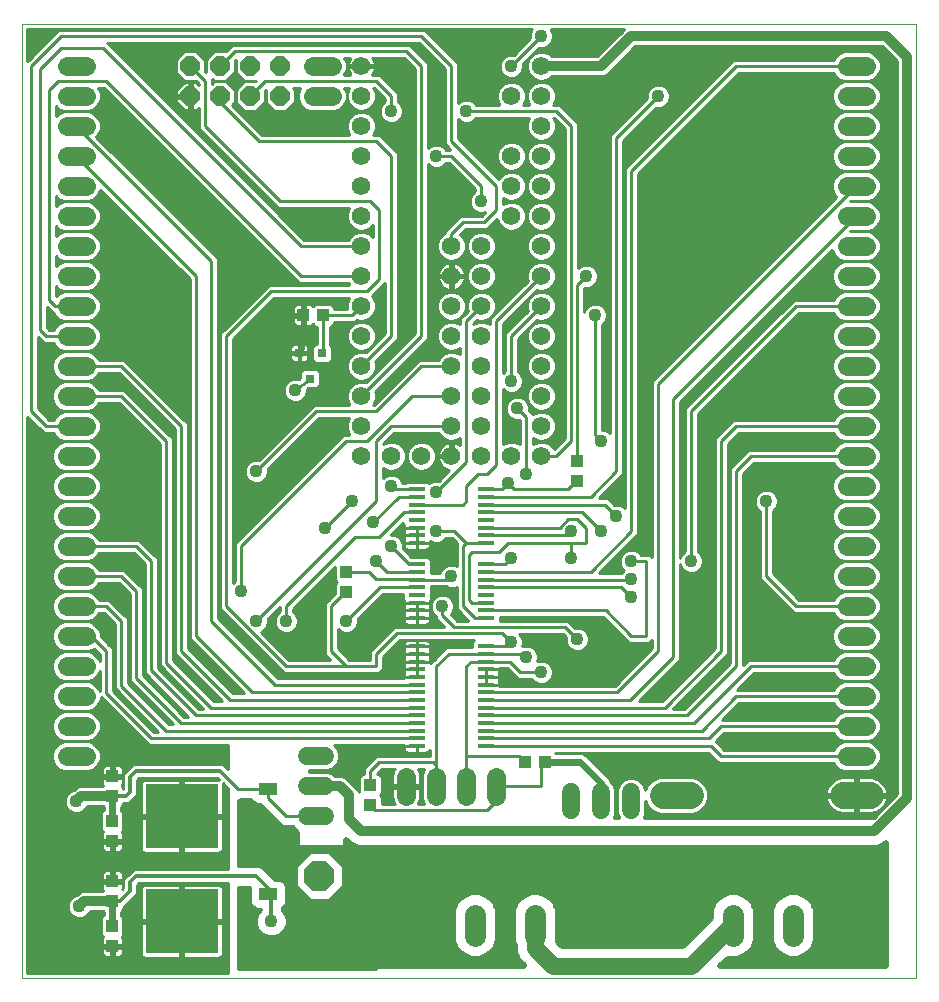
<source format=gtl>
G75*
%MOIN*%
%OFA0B0*%
%FSLAX24Y24*%
%IPPOS*%
%LPD*%
%AMOC8*
5,1,8,0,0,1.08239X$1,22.5*
%
%ADD10C,0.0000*%
%ADD11C,0.1000*%
%ADD12OC8,0.1000*%
%ADD13R,0.0394X0.0433*%
%ADD14C,0.0885*%
%ADD15R,0.2441X0.2126*%
%ADD16R,0.0630X0.0394*%
%ADD17C,0.0600*%
%ADD18R,0.0300X0.0300*%
%ADD19R,0.0433X0.0394*%
%ADD20C,0.0640*%
%ADD21OC8,0.0640*%
%ADD22C,0.0620*%
%ADD23R,0.0580X0.0140*%
%ADD24C,0.0710*%
%ADD25C,0.0200*%
%ADD26C,0.0436*%
%ADD27C,0.0100*%
%ADD28C,0.0240*%
%ADD29C,0.0120*%
%ADD30C,0.0320*%
%ADD31C,0.0560*%
D10*
X000150Y001000D02*
X000150Y032800D01*
X029950Y032800D01*
X029950Y001000D01*
X000150Y001000D01*
D11*
X010050Y002400D03*
D12*
X010050Y004400D03*
D13*
X003150Y004235D03*
X003150Y003565D03*
X003150Y002735D03*
X003150Y002065D03*
X003150Y005565D03*
X003150Y006235D03*
X003150Y007065D03*
X003150Y007735D03*
X016915Y008200D03*
X017585Y008200D03*
X010185Y023100D03*
X009515Y023100D03*
D14*
X021508Y007100D02*
X022393Y007100D01*
X027508Y007100D02*
X028393Y007100D01*
D15*
X005466Y006400D03*
X005466Y002900D03*
D16*
X008340Y002002D03*
X008340Y003798D03*
X008340Y005502D03*
X008340Y007298D03*
D17*
X009650Y007400D02*
X010250Y007400D01*
X010250Y006400D02*
X009650Y006400D01*
X009650Y008400D02*
X010250Y008400D01*
X018450Y007200D02*
X018450Y006600D01*
X019450Y006600D02*
X019450Y007200D01*
X020450Y007200D02*
X020450Y006600D01*
D18*
X009740Y020980D03*
X009380Y021834D03*
X010136Y021834D03*
D19*
X010950Y014535D03*
X010950Y013865D03*
X011750Y007435D03*
X011750Y006765D03*
X018650Y017565D03*
X018650Y018235D03*
D20*
X027630Y018400D02*
X028270Y018400D01*
X028270Y017400D02*
X027630Y017400D01*
X027630Y016400D02*
X028270Y016400D01*
X028270Y015400D02*
X027630Y015400D01*
X027630Y014400D02*
X028270Y014400D01*
X028270Y013400D02*
X027630Y013400D01*
X027630Y012400D02*
X028270Y012400D01*
X028270Y011400D02*
X027630Y011400D01*
X027630Y010400D02*
X028270Y010400D01*
X028270Y009400D02*
X027630Y009400D01*
X027630Y008400D02*
X028270Y008400D01*
X028270Y019400D02*
X027630Y019400D01*
X027630Y020400D02*
X028270Y020400D01*
X028270Y021400D02*
X027630Y021400D01*
X027630Y022400D02*
X028270Y022400D01*
X028270Y023400D02*
X027630Y023400D01*
X027630Y024400D02*
X028270Y024400D01*
X028270Y025400D02*
X027630Y025400D01*
X027630Y026400D02*
X028270Y026400D01*
X028270Y027400D02*
X027630Y027400D01*
X027630Y028400D02*
X028270Y028400D01*
X028270Y029400D02*
X027630Y029400D01*
X027630Y030400D02*
X028270Y030400D01*
X028270Y031400D02*
X027630Y031400D01*
X010470Y031400D02*
X009830Y031400D01*
X009830Y030400D02*
X010470Y030400D01*
X002270Y030400D02*
X001630Y030400D01*
X001630Y029400D02*
X002270Y029400D01*
X002270Y028400D02*
X001630Y028400D01*
X001630Y027400D02*
X002270Y027400D01*
X002270Y026400D02*
X001630Y026400D01*
X001630Y025400D02*
X002270Y025400D01*
X002270Y024400D02*
X001630Y024400D01*
X001630Y023400D02*
X002270Y023400D01*
X002270Y022400D02*
X001630Y022400D01*
X001630Y021400D02*
X002270Y021400D01*
X002270Y020400D02*
X001630Y020400D01*
X001630Y019400D02*
X002270Y019400D01*
X002270Y018400D02*
X001630Y018400D01*
X001630Y017400D02*
X002270Y017400D01*
X002270Y016400D02*
X001630Y016400D01*
X001630Y015400D02*
X002270Y015400D01*
X002270Y014400D02*
X001630Y014400D01*
X001630Y013400D02*
X002270Y013400D01*
X002270Y012400D02*
X001630Y012400D01*
X001630Y011400D02*
X002270Y011400D01*
X002270Y010400D02*
X001630Y010400D01*
X001630Y009400D02*
X002270Y009400D01*
X002270Y008400D02*
X001630Y008400D01*
X012950Y007720D02*
X012950Y007080D01*
X013950Y007080D02*
X013950Y007720D01*
X014950Y007720D02*
X014950Y007080D01*
X015950Y007080D02*
X015950Y007720D01*
X002270Y031400D02*
X001630Y031400D01*
D21*
X005750Y031400D03*
X006750Y031400D03*
X007750Y031400D03*
X007750Y030400D03*
X006750Y030400D03*
X005750Y030400D03*
X008750Y030400D03*
X008750Y031400D03*
D22*
X011450Y031400D03*
X011450Y030400D03*
X011450Y029400D03*
X011450Y028400D03*
X011450Y027400D03*
X011450Y026400D03*
X011450Y025400D03*
X011450Y024400D03*
X011450Y023400D03*
X011450Y022400D03*
X011450Y021400D03*
X011450Y020400D03*
X011450Y019400D03*
X011450Y018400D03*
X012450Y018400D03*
X013450Y018400D03*
X014450Y018400D03*
X014450Y019400D03*
X014450Y020400D03*
X014450Y021400D03*
X014450Y022400D03*
X014450Y023400D03*
X014450Y024400D03*
X014450Y025400D03*
X015450Y025400D03*
X015450Y024400D03*
X015450Y023400D03*
X015450Y022400D03*
X015450Y021400D03*
X015450Y020400D03*
X015450Y019400D03*
X015450Y018400D03*
X016450Y018400D03*
X017450Y018400D03*
X017450Y019400D03*
X017450Y020400D03*
X017450Y021400D03*
X017450Y022400D03*
X017450Y023400D03*
X017450Y024400D03*
X017450Y025400D03*
X017450Y026400D03*
X017450Y027400D03*
X017450Y028400D03*
X017450Y029400D03*
X017450Y030400D03*
X016450Y030400D03*
X017450Y031400D03*
X016450Y028400D03*
X016450Y027400D03*
X016450Y026400D03*
D23*
X015600Y017300D03*
X015600Y017040D03*
X015600Y016780D03*
X015600Y016530D03*
X015600Y016270D03*
X015600Y016020D03*
X015600Y015760D03*
X015600Y015500D03*
X015600Y014800D03*
X015600Y014540D03*
X015600Y014280D03*
X015600Y014030D03*
X015600Y013770D03*
X015600Y013520D03*
X015600Y013260D03*
X015600Y013000D03*
X015600Y012060D03*
X015600Y011810D03*
X015600Y011550D03*
X015600Y011300D03*
X015600Y011040D03*
X015600Y010780D03*
X015600Y010530D03*
X015600Y010270D03*
X015600Y010020D03*
X015600Y009760D03*
X015600Y009500D03*
X015600Y009250D03*
X015600Y008990D03*
X015600Y008740D03*
X013300Y008740D03*
X013300Y008990D03*
X013300Y009250D03*
X013300Y009500D03*
X013300Y009760D03*
X013300Y010020D03*
X013300Y010270D03*
X013300Y010530D03*
X013300Y010780D03*
X013300Y011040D03*
X013300Y011300D03*
X013300Y011550D03*
X013300Y011810D03*
X013300Y012060D03*
X013300Y013000D03*
X013300Y013260D03*
X013300Y013520D03*
X013300Y013770D03*
X013300Y014030D03*
X013300Y014280D03*
X013300Y014540D03*
X013300Y014800D03*
X013300Y015500D03*
X013300Y015760D03*
X013300Y016020D03*
X013300Y016270D03*
X013300Y016530D03*
X013300Y016780D03*
X013300Y017040D03*
X013300Y017300D03*
D24*
X013250Y003105D02*
X013250Y002395D01*
X015250Y002395D02*
X015250Y003105D01*
X017250Y003105D02*
X017250Y002395D01*
X019250Y002395D02*
X019250Y003105D01*
X021850Y003105D02*
X021850Y002395D01*
X023850Y002395D02*
X023850Y003105D01*
X025850Y003105D02*
X025850Y002395D01*
X027850Y002395D02*
X027850Y003105D01*
D25*
X028950Y003184D02*
X026605Y003184D01*
X026605Y003255D02*
X026490Y003533D01*
X026278Y003745D01*
X026000Y003860D01*
X025700Y003860D01*
X025422Y003745D01*
X025210Y003533D01*
X025095Y003255D01*
X025095Y002245D01*
X025210Y001967D01*
X025422Y001755D01*
X025700Y001640D01*
X026000Y001640D01*
X026278Y001755D01*
X026490Y001967D01*
X026605Y002245D01*
X026605Y003255D01*
X026552Y003382D02*
X028950Y003382D01*
X028950Y003581D02*
X026442Y003581D01*
X026352Y003671D02*
X026352Y005340D01*
X026154Y005340D02*
X026154Y003796D01*
X026196Y003779D02*
X028950Y003779D01*
X028950Y003978D02*
X010950Y003978D01*
X010950Y004176D02*
X028950Y004176D01*
X028950Y004375D02*
X010950Y004375D01*
X010950Y004573D02*
X028950Y004573D01*
X028950Y004772D02*
X010950Y004772D01*
X010950Y004970D02*
X028950Y004970D01*
X028950Y005169D02*
X010950Y005169D01*
X010950Y005367D02*
X011273Y005367D01*
X011266Y005370D02*
X011266Y001400D01*
X011068Y001400D02*
X011068Y005491D01*
X011133Y005425D02*
X011339Y005340D01*
X028661Y005340D01*
X028867Y005425D01*
X028950Y005508D01*
X028950Y001400D01*
X023412Y001400D01*
X023666Y001654D01*
X023700Y001640D01*
X024000Y001640D01*
X024278Y001755D01*
X024490Y001967D01*
X024605Y002245D01*
X024605Y003255D01*
X024490Y003533D01*
X024278Y003745D01*
X024000Y003860D01*
X023700Y003860D01*
X023422Y003745D01*
X023210Y003533D01*
X023095Y003255D01*
X023095Y003007D01*
X022168Y002080D01*
X018132Y002080D01*
X017994Y002218D01*
X018005Y002245D01*
X018005Y003255D01*
X017890Y003533D01*
X017678Y003745D01*
X017400Y003860D01*
X017100Y003860D01*
X016822Y003745D01*
X016610Y003533D01*
X016495Y003255D01*
X016495Y002245D01*
X016570Y002064D01*
X016570Y001865D01*
X016674Y001615D01*
X016865Y001424D01*
X016888Y001400D01*
X010950Y001400D01*
X010950Y005608D01*
X010975Y005583D01*
X010975Y005583D01*
X011133Y005425D01*
X010993Y005566D02*
X010950Y005566D01*
X011465Y005340D02*
X011465Y001400D01*
X011663Y001400D02*
X011663Y005340D01*
X011862Y005340D02*
X011862Y001400D01*
X012060Y001400D02*
X012060Y005340D01*
X012259Y005340D02*
X012259Y001400D01*
X012457Y001400D02*
X012457Y005340D01*
X012656Y005340D02*
X012656Y001400D01*
X012854Y001400D02*
X012854Y005340D01*
X013053Y005340D02*
X013053Y001400D01*
X013251Y001400D02*
X013251Y005340D01*
X013450Y005340D02*
X013450Y001400D01*
X013648Y001400D02*
X013648Y005340D01*
X013847Y005340D02*
X013847Y001400D01*
X014045Y001400D02*
X014045Y005340D01*
X014244Y005340D02*
X014244Y001400D01*
X014442Y001400D02*
X014442Y005340D01*
X014641Y005340D02*
X014641Y003563D01*
X014658Y003581D02*
X010950Y003581D01*
X010950Y003779D02*
X014904Y003779D01*
X014839Y003752D02*
X014839Y005340D01*
X015038Y005340D02*
X015038Y003834D01*
X015100Y003860D02*
X014822Y003745D01*
X014610Y003533D01*
X014495Y003255D01*
X014495Y002245D01*
X014610Y001967D01*
X014822Y001755D01*
X015100Y001640D01*
X015400Y001640D01*
X015678Y001755D01*
X015890Y001967D01*
X016005Y002245D01*
X016005Y003255D01*
X015890Y003533D01*
X015678Y003745D01*
X015400Y003860D01*
X015100Y003860D01*
X015236Y003860D02*
X015236Y005340D01*
X015435Y005340D02*
X015435Y003846D01*
X015596Y003779D02*
X016904Y003779D01*
X016824Y003746D02*
X016824Y005340D01*
X016626Y005340D02*
X016626Y003548D01*
X016658Y003581D02*
X015842Y003581D01*
X015832Y003591D02*
X015832Y005340D01*
X016030Y005340D02*
X016030Y001400D01*
X015832Y001400D02*
X015832Y001909D01*
X015900Y001993D02*
X016570Y001993D01*
X016599Y001794D02*
X015717Y001794D01*
X015633Y001736D02*
X015633Y001400D01*
X015435Y001400D02*
X015435Y001654D01*
X015236Y001640D02*
X015236Y001400D01*
X015038Y001400D02*
X015038Y001666D01*
X014839Y001748D02*
X014839Y001400D01*
X014641Y001400D02*
X014641Y001937D01*
X014600Y001993D02*
X010950Y001993D01*
X010950Y002191D02*
X014517Y002191D01*
X014495Y002390D02*
X010950Y002390D01*
X010950Y002588D02*
X014495Y002588D01*
X014495Y002787D02*
X010950Y002787D01*
X010950Y002985D02*
X014495Y002985D01*
X014495Y003184D02*
X010950Y003184D01*
X010950Y003382D02*
X014548Y003382D01*
X015633Y003764D02*
X015633Y005340D01*
X016229Y005340D02*
X016229Y001400D01*
X016427Y001400D02*
X016427Y005340D01*
X017023Y005340D02*
X017023Y003828D01*
X017221Y003860D02*
X017221Y005340D01*
X017420Y005340D02*
X017420Y003852D01*
X017596Y003779D02*
X023504Y003779D01*
X023573Y003807D02*
X023573Y005340D01*
X023375Y005340D02*
X023375Y003697D01*
X023258Y003581D02*
X017842Y003581D01*
X017817Y003606D02*
X017817Y005340D01*
X018015Y005340D02*
X018015Y002197D01*
X018021Y002191D02*
X022279Y002191D01*
X022184Y002095D02*
X022184Y005340D01*
X022382Y005340D02*
X022382Y002294D01*
X022478Y002390D02*
X018005Y002390D01*
X018005Y002588D02*
X022676Y002588D01*
X022581Y002492D02*
X022581Y005340D01*
X022779Y005340D02*
X022779Y002691D01*
X022875Y002787D02*
X018005Y002787D01*
X018005Y002985D02*
X023073Y002985D01*
X022978Y002889D02*
X022978Y005340D01*
X023176Y005340D02*
X023176Y003451D01*
X023148Y003382D02*
X017952Y003382D01*
X018005Y003184D02*
X023095Y003184D01*
X023772Y003860D02*
X023772Y005340D01*
X023970Y005340D02*
X023970Y003860D01*
X024169Y003790D02*
X024169Y005340D01*
X024367Y005340D02*
X024367Y003656D01*
X024442Y003581D02*
X025258Y003581D01*
X025360Y003682D02*
X025360Y005340D01*
X025558Y005340D02*
X025558Y003801D01*
X025504Y003779D02*
X024196Y003779D01*
X024552Y003382D02*
X025148Y003382D01*
X025161Y003415D02*
X025161Y005340D01*
X024963Y005340D02*
X024963Y001400D01*
X025161Y001400D02*
X025161Y002085D01*
X025200Y001993D02*
X024500Y001993D01*
X024566Y002150D02*
X024566Y001400D01*
X024764Y001400D02*
X024764Y005340D01*
X024566Y005340D02*
X024566Y003350D01*
X024605Y003184D02*
X025095Y003184D01*
X025095Y002985D02*
X024605Y002985D01*
X024605Y002787D02*
X025095Y002787D01*
X025095Y002588D02*
X024605Y002588D01*
X024605Y002390D02*
X025095Y002390D01*
X025117Y002191D02*
X024583Y002191D01*
X024367Y001844D02*
X024367Y001400D01*
X024169Y001400D02*
X024169Y001710D01*
X024317Y001794D02*
X025383Y001794D01*
X025360Y001818D02*
X025360Y001400D01*
X025558Y001400D02*
X025558Y001699D01*
X025757Y001640D02*
X025757Y001400D01*
X025955Y001400D02*
X025955Y001640D01*
X026154Y001704D02*
X026154Y001400D01*
X026352Y001400D02*
X026352Y001829D01*
X026317Y001794D02*
X028950Y001794D01*
X028950Y001596D02*
X023607Y001596D01*
X023573Y001561D02*
X023573Y001400D01*
X023772Y001400D02*
X023772Y001640D01*
X023970Y001640D02*
X023970Y001400D01*
X021985Y002080D02*
X021985Y005340D01*
X021787Y005340D02*
X021787Y002080D01*
X021588Y002080D02*
X021588Y005340D01*
X021390Y005340D02*
X021390Y002080D01*
X021191Y002080D02*
X021191Y005340D01*
X020993Y005340D02*
X020993Y002080D01*
X020794Y002080D02*
X020794Y005340D01*
X020596Y005340D02*
X020596Y002080D01*
X020397Y002080D02*
X020397Y005340D01*
X020199Y005340D02*
X020199Y002080D01*
X020000Y002080D02*
X020000Y005340D01*
X019802Y005340D02*
X019802Y002080D01*
X019603Y002080D02*
X019603Y005340D01*
X019405Y005340D02*
X019405Y002080D01*
X019206Y002080D02*
X019206Y005340D01*
X019008Y005340D02*
X019008Y002080D01*
X018809Y002080D02*
X018809Y005340D01*
X018611Y005340D02*
X018611Y002080D01*
X018412Y002080D02*
X018412Y005340D01*
X018214Y005340D02*
X018214Y002080D01*
X016824Y001464D02*
X016824Y001400D01*
X016626Y001400D02*
X016626Y001731D01*
X016693Y001596D02*
X010950Y001596D01*
X010950Y001794D02*
X014783Y001794D01*
X015983Y002191D02*
X016517Y002191D01*
X016495Y002390D02*
X016005Y002390D01*
X016005Y002588D02*
X016495Y002588D01*
X016495Y002787D02*
X016005Y002787D01*
X016005Y002985D02*
X016495Y002985D01*
X016495Y003184D02*
X016005Y003184D01*
X015952Y003382D02*
X016548Y003382D01*
X017618Y003770D02*
X017618Y005340D01*
X025757Y005340D02*
X025757Y003860D01*
X025955Y003860D02*
X025955Y005340D01*
X026551Y005340D02*
X026551Y003387D01*
X026605Y002985D02*
X028950Y002985D01*
X028950Y002787D02*
X026605Y002787D01*
X026605Y002588D02*
X028950Y002588D01*
X028950Y002390D02*
X026605Y002390D01*
X026583Y002191D02*
X028950Y002191D01*
X028950Y001993D02*
X026500Y001993D01*
X026551Y002113D02*
X026551Y001400D01*
X026749Y001400D02*
X026749Y005340D01*
X026948Y005340D02*
X026948Y001400D01*
X027146Y001400D02*
X027146Y005340D01*
X027345Y005340D02*
X027345Y001400D01*
X027543Y001400D02*
X027543Y005340D01*
X027742Y005340D02*
X027742Y001400D01*
X027940Y001400D02*
X027940Y005340D01*
X028139Y005340D02*
X028139Y001400D01*
X028337Y001400D02*
X028337Y005340D01*
X028536Y005340D02*
X028536Y001400D01*
X028734Y001400D02*
X028734Y005370D01*
X028727Y005367D02*
X028950Y005367D01*
X028933Y005491D02*
X028933Y001400D01*
D26*
X024650Y006800D03*
X023850Y006800D03*
X019650Y008000D03*
X018650Y011000D03*
X017450Y011200D03*
X016950Y011700D03*
X016450Y012200D03*
X018650Y012300D03*
X020450Y013700D03*
X020450Y014300D03*
X020450Y014900D03*
X019450Y015900D03*
X019950Y016400D03*
X018450Y015900D03*
X018450Y015000D03*
X016450Y015000D03*
X014450Y014400D03*
X013950Y015100D03*
X013950Y015900D03*
X013950Y017200D03*
X012450Y017400D03*
X011850Y016200D03*
X011150Y016900D03*
X010250Y016000D03*
X011950Y014900D03*
X012450Y015400D03*
X014150Y013400D03*
X012450Y011300D03*
X011450Y011800D03*
X010950Y012900D03*
X009950Y012400D03*
X008950Y012900D03*
X007950Y012900D03*
X007450Y013900D03*
X007950Y017900D03*
X007650Y018700D03*
X009250Y020600D03*
X010650Y022300D03*
X007450Y024400D03*
X003950Y021900D03*
X003850Y028800D03*
X010250Y029500D03*
X012450Y029900D03*
X012950Y029400D03*
X013950Y029400D03*
X013950Y028400D03*
X013050Y027700D03*
X014950Y029900D03*
X016450Y031400D03*
X017450Y032400D03*
X021350Y030400D03*
X024950Y029900D03*
X021450Y023900D03*
X019250Y023100D03*
X018950Y024400D03*
X016450Y024900D03*
X015450Y026900D03*
X012650Y031100D03*
X016450Y020900D03*
X016650Y020000D03*
X016950Y017800D03*
X016350Y017500D03*
X019450Y018900D03*
X022450Y014900D03*
X024950Y016900D03*
X012250Y013200D03*
X011450Y008400D03*
X011950Y004900D03*
X011950Y002500D03*
X008450Y002900D03*
X002050Y003400D03*
X001950Y006900D03*
D27*
X001950Y006512D02*
X001950Y003779D01*
X001970Y003787D02*
X001830Y003729D01*
X001721Y003620D01*
X001662Y003477D01*
X001662Y003323D01*
X001721Y003180D01*
X001830Y003071D01*
X001973Y003012D01*
X002127Y003012D01*
X002270Y003071D01*
X002379Y003180D01*
X002402Y003235D01*
X002826Y003235D01*
X002860Y003202D01*
X002860Y003098D01*
X002783Y003022D01*
X002783Y002448D01*
X002845Y002386D01*
X002833Y002374D01*
X002813Y002340D01*
X002803Y002302D01*
X002803Y002114D01*
X003102Y002114D01*
X003102Y002017D01*
X003198Y002017D01*
X003198Y001699D01*
X003367Y001699D01*
X003405Y001709D01*
X003439Y001729D01*
X003467Y001757D01*
X003487Y001791D01*
X003497Y001829D01*
X003497Y002017D01*
X003198Y002017D01*
X003198Y002114D01*
X003497Y002114D01*
X003497Y002302D01*
X003487Y002340D01*
X003467Y002374D01*
X003455Y002386D01*
X003517Y002448D01*
X003517Y003022D01*
X003440Y003098D01*
X003440Y003202D01*
X003517Y003278D01*
X003517Y003342D01*
X003980Y003805D01*
X003980Y004105D01*
X004045Y004170D01*
X007010Y004170D01*
X007010Y001170D01*
X000320Y001170D01*
X000320Y019719D01*
X000730Y019309D01*
X000859Y019180D01*
X001191Y019180D01*
X001215Y019122D01*
X001352Y018985D01*
X001533Y018910D01*
X002367Y018910D01*
X002548Y018985D01*
X002685Y019122D01*
X002760Y019303D01*
X002760Y019497D01*
X002685Y019678D01*
X002548Y019815D01*
X002367Y019890D01*
X001533Y019890D01*
X001352Y019815D01*
X001215Y019678D01*
X001191Y019620D01*
X001041Y019620D01*
X000670Y019991D01*
X000670Y022369D01*
X000730Y022309D01*
X000859Y022180D01*
X001191Y022180D01*
X001215Y022122D01*
X001352Y021985D01*
X001533Y021910D01*
X002367Y021910D01*
X002548Y021985D01*
X002685Y022122D01*
X002760Y022303D01*
X002760Y022497D01*
X002685Y022678D01*
X002548Y022815D01*
X002367Y022890D01*
X001533Y022890D01*
X001352Y022815D01*
X001215Y022678D01*
X001191Y022620D01*
X001041Y022620D01*
X000970Y022691D01*
X000970Y023369D01*
X001030Y023309D01*
X001030Y023309D01*
X001159Y023180D01*
X001191Y023180D01*
X001215Y023122D01*
X001352Y022985D01*
X001533Y022910D01*
X002367Y022910D01*
X002548Y022985D01*
X002685Y023122D01*
X002760Y023303D01*
X002760Y023497D01*
X002685Y023678D01*
X002548Y023815D01*
X002367Y023890D01*
X001533Y023890D01*
X001352Y023815D01*
X001270Y023733D01*
X001270Y024067D01*
X001352Y023985D01*
X001533Y023910D01*
X002367Y023910D01*
X002548Y023985D01*
X002685Y024122D01*
X002760Y024303D01*
X002760Y024497D01*
X002685Y024678D01*
X002548Y024815D01*
X002367Y024890D01*
X001533Y024890D01*
X001352Y024815D01*
X001270Y024733D01*
X001270Y025067D01*
X001352Y024985D01*
X001533Y024910D01*
X002367Y024910D01*
X002548Y024985D01*
X002685Y025122D01*
X002760Y025303D01*
X002760Y025497D01*
X002685Y025678D01*
X002548Y025815D01*
X002367Y025890D01*
X001533Y025890D01*
X001352Y025815D01*
X001270Y025733D01*
X001270Y026067D01*
X001352Y025985D01*
X001533Y025910D01*
X002367Y025910D01*
X002548Y025985D01*
X002685Y026122D01*
X002760Y026303D01*
X002760Y026497D01*
X002685Y026678D01*
X002548Y026815D01*
X002367Y026890D01*
X001533Y026890D01*
X001352Y026815D01*
X001270Y026733D01*
X001270Y027067D01*
X001352Y026985D01*
X001533Y026910D01*
X002367Y026910D01*
X002548Y026985D01*
X002685Y027122D01*
X002753Y027286D01*
X005730Y024309D01*
X005730Y012309D01*
X005859Y012180D01*
X007549Y010490D01*
X007171Y010490D01*
X005670Y011991D01*
X005670Y019491D01*
X005541Y019620D01*
X003541Y021620D01*
X002709Y021620D01*
X002685Y021678D01*
X002548Y021815D01*
X002367Y021890D01*
X001533Y021890D01*
X001352Y021815D01*
X001215Y021678D01*
X001140Y021497D01*
X001140Y021303D01*
X001215Y021122D01*
X001352Y020985D01*
X001533Y020910D01*
X002367Y020910D01*
X002548Y020985D01*
X002685Y021122D01*
X002709Y021180D01*
X003359Y021180D01*
X005230Y019309D01*
X005230Y011809D01*
X005359Y011680D01*
X006799Y010240D01*
X006541Y010240D01*
X005170Y011611D01*
X005170Y018991D01*
X005041Y019120D01*
X003541Y020620D01*
X002709Y020620D01*
X002685Y020678D01*
X002548Y020815D01*
X002367Y020890D01*
X001533Y020890D01*
X001352Y020815D01*
X001215Y020678D01*
X001140Y020497D01*
X001140Y020303D01*
X001215Y020122D01*
X001352Y019985D01*
X001533Y019910D01*
X002367Y019910D01*
X002548Y019985D01*
X002685Y020122D01*
X002709Y020180D01*
X003359Y020180D01*
X004730Y018809D01*
X004730Y011429D01*
X006179Y009980D01*
X006041Y009980D01*
X004670Y011351D01*
X004670Y014991D01*
X004541Y015120D01*
X004041Y015620D01*
X002709Y015620D01*
X002685Y015678D01*
X002548Y015815D01*
X002367Y015890D01*
X001533Y015890D01*
X001352Y015815D01*
X001215Y015678D01*
X001140Y015497D01*
X001140Y015303D01*
X001215Y015122D01*
X001352Y014985D01*
X001533Y014910D01*
X002367Y014910D01*
X002548Y014985D01*
X002685Y015122D01*
X002709Y015180D01*
X003859Y015180D01*
X004230Y014809D01*
X004230Y011169D01*
X005679Y009720D01*
X005541Y009720D01*
X004170Y011091D01*
X004170Y013991D01*
X004041Y014120D01*
X003541Y014620D01*
X002709Y014620D01*
X002685Y014678D01*
X002548Y014815D01*
X002367Y014890D01*
X001533Y014890D01*
X001352Y014815D01*
X001215Y014678D01*
X001140Y014497D01*
X001140Y014303D01*
X001215Y014122D01*
X001352Y013985D01*
X001533Y013910D01*
X002367Y013910D01*
X002548Y013985D01*
X002685Y014122D01*
X002709Y014180D01*
X003359Y014180D01*
X003730Y013809D01*
X003730Y010909D01*
X005169Y009470D01*
X005041Y009470D01*
X003670Y010841D01*
X003670Y012991D01*
X003541Y013120D01*
X003041Y013620D01*
X002709Y013620D01*
X002685Y013678D01*
X002548Y013815D01*
X002367Y013890D01*
X001533Y013890D01*
X001352Y013815D01*
X001215Y013678D01*
X001140Y013497D01*
X001140Y013303D01*
X001215Y013122D01*
X001352Y012985D01*
X001533Y012910D01*
X002367Y012910D01*
X002548Y012985D01*
X002685Y013122D01*
X002709Y013180D01*
X002859Y013180D01*
X003230Y012809D01*
X003230Y010659D01*
X004679Y009210D01*
X004541Y009210D01*
X003170Y010581D01*
X003170Y011991D01*
X003041Y012120D01*
X002760Y012401D01*
X002760Y012497D01*
X002685Y012678D01*
X002548Y012815D01*
X002367Y012890D01*
X001533Y012890D01*
X001352Y012815D01*
X001215Y012678D01*
X001140Y012497D01*
X001140Y012303D01*
X001215Y012122D01*
X001352Y011985D01*
X001533Y011910D01*
X002367Y011910D01*
X002548Y011985D01*
X002551Y011988D01*
X002730Y011809D01*
X002730Y011570D01*
X002685Y011678D01*
X002548Y011815D01*
X002367Y011890D01*
X001533Y011890D01*
X001352Y011815D01*
X001215Y011678D01*
X001140Y011497D01*
X001140Y011303D01*
X001215Y011122D01*
X001352Y010985D01*
X001533Y010910D01*
X002367Y010910D01*
X002548Y010985D01*
X002685Y011122D01*
X002730Y011230D01*
X002730Y010570D01*
X002685Y010678D01*
X002548Y010815D01*
X002367Y010890D01*
X001533Y010890D01*
X001352Y010815D01*
X001215Y010678D01*
X001140Y010497D01*
X001140Y010303D01*
X001215Y010122D01*
X001352Y009985D01*
X001533Y009910D01*
X002367Y009910D01*
X002548Y009985D01*
X002685Y010122D01*
X002760Y010303D01*
X002760Y010369D01*
X004359Y008770D01*
X007010Y008770D01*
X007010Y007965D01*
X006845Y008130D01*
X003855Y008130D01*
X003720Y007995D01*
X003520Y007795D01*
X003520Y007295D01*
X003517Y007295D01*
X003517Y007352D01*
X003455Y007414D01*
X003467Y007426D01*
X003487Y007460D01*
X003497Y007498D01*
X003497Y007686D01*
X003198Y007686D01*
X003198Y007783D01*
X003102Y007783D01*
X003102Y008101D01*
X002933Y008101D01*
X002895Y008091D01*
X002861Y008071D01*
X002833Y008043D01*
X002813Y008009D01*
X002803Y007971D01*
X002803Y007783D01*
X003102Y007783D01*
X003102Y007686D01*
X002803Y007686D01*
X002803Y007498D01*
X002813Y007460D01*
X002833Y007426D01*
X002845Y007414D01*
X002826Y007395D01*
X002050Y007395D01*
X002050Y007910D01*
X001950Y007910D02*
X001950Y007354D01*
X001928Y007345D02*
X001870Y007287D01*
X001730Y007229D01*
X001621Y007120D01*
X001562Y006977D01*
X001562Y006823D01*
X001621Y006680D01*
X001730Y006571D01*
X001873Y006512D01*
X002027Y006512D01*
X002170Y006571D01*
X002279Y006680D01*
X002302Y006735D01*
X002826Y006735D01*
X002860Y006702D01*
X002860Y006598D01*
X002783Y006522D01*
X002783Y005948D01*
X002845Y005886D01*
X002833Y005874D01*
X002813Y005840D01*
X002803Y005802D01*
X002803Y005614D01*
X003102Y005614D01*
X003102Y005517D01*
X003198Y005517D01*
X003198Y005199D01*
X003367Y005199D01*
X003405Y005209D01*
X003439Y005229D01*
X003467Y005257D01*
X003487Y005291D01*
X003497Y005329D01*
X003497Y005517D01*
X003198Y005517D01*
X003198Y005614D01*
X003497Y005614D01*
X003497Y005802D01*
X003487Y005840D01*
X003467Y005874D01*
X003455Y005886D01*
X003517Y005948D01*
X003517Y006522D01*
X003440Y006598D01*
X003440Y006702D01*
X003517Y006778D01*
X003517Y006835D01*
X003711Y006835D01*
X003845Y006970D01*
X003980Y007105D01*
X003980Y007605D01*
X004045Y007670D01*
X006655Y007670D01*
X006714Y007611D01*
X006706Y007613D01*
X005516Y007613D01*
X005516Y006450D01*
X006836Y006450D01*
X006836Y007483D01*
X006834Y007491D01*
X007010Y007315D01*
X007010Y004630D01*
X003855Y004630D01*
X003655Y004430D01*
X003520Y004295D01*
X003520Y003995D01*
X003487Y003963D01*
X003497Y003998D01*
X003497Y004186D01*
X003198Y004186D01*
X003198Y004283D01*
X003102Y004283D01*
X003102Y004601D01*
X002933Y004601D01*
X002895Y004591D01*
X002861Y004571D01*
X002833Y004543D01*
X002813Y004509D01*
X002803Y004471D01*
X002803Y004283D01*
X003102Y004283D01*
X003102Y004186D01*
X002803Y004186D01*
X002803Y003998D01*
X002813Y003960D01*
X002833Y003926D01*
X002845Y003914D01*
X002826Y003895D01*
X002150Y003895D01*
X002150Y006563D01*
X002199Y006600D02*
X002860Y006600D01*
X002850Y006588D02*
X002850Y006712D01*
X002860Y006700D02*
X002287Y006700D01*
X002250Y006651D02*
X002250Y003895D01*
X002350Y003895D02*
X002350Y006735D01*
X002450Y006735D02*
X002450Y003895D01*
X002550Y003895D02*
X002550Y006735D01*
X002650Y006735D02*
X002650Y003895D01*
X002750Y003895D02*
X002750Y006735D01*
X002783Y006500D02*
X000320Y006500D01*
X000320Y006600D02*
X001701Y006600D01*
X001750Y006563D02*
X001750Y003649D01*
X001713Y003600D02*
X000320Y003600D01*
X000320Y003500D02*
X001671Y003500D01*
X001662Y003400D02*
X000320Y003400D01*
X000320Y003300D02*
X001671Y003300D01*
X001713Y003200D02*
X000320Y003200D01*
X000320Y003100D02*
X001801Y003100D01*
X001850Y003063D02*
X001850Y001170D01*
X001950Y001170D02*
X001950Y003021D01*
X002050Y003012D02*
X002050Y001170D01*
X002150Y001170D02*
X002150Y003021D01*
X002250Y003063D02*
X002250Y001170D01*
X002350Y001170D02*
X002350Y003151D01*
X002387Y003200D02*
X002860Y003200D01*
X002850Y003212D02*
X002850Y003088D01*
X002860Y003100D02*
X002299Y003100D01*
X002450Y003235D02*
X002450Y001170D01*
X002550Y001170D02*
X002550Y003235D01*
X002650Y003235D02*
X002650Y001170D01*
X002750Y001170D02*
X002750Y003235D01*
X002783Y003000D02*
X000320Y003000D01*
X000320Y002900D02*
X002783Y002900D01*
X002783Y002800D02*
X000320Y002800D01*
X000320Y002700D02*
X002783Y002700D01*
X002783Y002600D02*
X000320Y002600D01*
X000320Y002500D02*
X002783Y002500D01*
X002831Y002400D02*
X000320Y002400D01*
X000320Y002300D02*
X002803Y002300D01*
X002803Y002200D02*
X000320Y002200D01*
X000320Y002100D02*
X003102Y002100D01*
X003050Y002114D02*
X003050Y002017D01*
X003102Y002017D02*
X002803Y002017D01*
X002803Y001829D01*
X002813Y001791D01*
X002833Y001757D01*
X002861Y001729D01*
X002895Y001709D01*
X002933Y001699D01*
X003102Y001699D01*
X003102Y002017D01*
X003102Y002000D02*
X003198Y002000D01*
X003150Y002017D02*
X003150Y001170D01*
X003250Y001170D02*
X003250Y001699D01*
X003198Y001700D02*
X003102Y001700D01*
X003050Y001699D02*
X003050Y001170D01*
X002950Y001170D02*
X002950Y001699D01*
X002929Y001700D02*
X000320Y001700D01*
X000320Y001800D02*
X002811Y001800D01*
X002850Y001740D02*
X002850Y001170D01*
X003350Y001170D02*
X003350Y001699D01*
X003371Y001700D02*
X004183Y001700D01*
X004187Y001697D02*
X004226Y001687D01*
X005416Y001687D01*
X005416Y002850D01*
X005516Y002850D01*
X005516Y002950D01*
X006836Y002950D01*
X006836Y003983D01*
X006826Y004021D01*
X006806Y004055D01*
X006778Y004083D01*
X006744Y004103D01*
X006706Y004113D01*
X005516Y004113D01*
X005516Y002950D01*
X005416Y002950D01*
X005416Y004113D01*
X004226Y004113D01*
X004187Y004103D01*
X004153Y004083D01*
X004125Y004055D01*
X004105Y004021D01*
X004095Y003983D01*
X004095Y002950D01*
X005416Y002950D01*
X005416Y002850D01*
X004095Y002850D01*
X004095Y001817D01*
X004105Y001779D01*
X004125Y001745D01*
X004153Y001717D01*
X004187Y001697D01*
X004150Y001720D02*
X004150Y001170D01*
X004050Y001170D02*
X004050Y004170D01*
X003980Y004100D02*
X004183Y004100D01*
X004150Y004080D02*
X004150Y004170D01*
X004250Y004170D02*
X004250Y004113D01*
X004350Y004113D02*
X004350Y004170D01*
X004450Y004170D02*
X004450Y004113D01*
X004550Y004113D02*
X004550Y004170D01*
X004650Y004170D02*
X004650Y004113D01*
X004750Y004113D02*
X004750Y004170D01*
X004850Y004170D02*
X004850Y004113D01*
X004950Y004113D02*
X004950Y004170D01*
X005050Y004170D02*
X005050Y004113D01*
X005150Y004113D02*
X005150Y004170D01*
X005250Y004170D02*
X005250Y004113D01*
X005350Y004113D02*
X005350Y004170D01*
X005416Y004100D02*
X005516Y004100D01*
X005550Y004113D02*
X005550Y004170D01*
X005650Y004170D02*
X005650Y004113D01*
X005750Y004113D02*
X005750Y004170D01*
X005850Y004170D02*
X005850Y004113D01*
X005950Y004113D02*
X005950Y004170D01*
X006050Y004170D02*
X006050Y004113D01*
X006150Y004113D02*
X006150Y004170D01*
X006250Y004170D02*
X006250Y004113D01*
X006350Y004113D02*
X006350Y004170D01*
X006450Y004170D02*
X006450Y004113D01*
X006550Y004113D02*
X006550Y004170D01*
X006650Y004170D02*
X006650Y004113D01*
X006749Y004100D02*
X007010Y004100D01*
X006950Y004170D02*
X006950Y001170D01*
X007010Y001200D02*
X000320Y001200D01*
X000350Y001170D02*
X000350Y019689D01*
X000339Y019700D02*
X000320Y019700D01*
X000320Y019600D02*
X000439Y019600D01*
X000450Y019589D02*
X000450Y001170D01*
X000550Y001170D02*
X000550Y019489D01*
X000539Y019500D02*
X000320Y019500D01*
X000320Y019400D02*
X000639Y019400D01*
X000650Y019389D02*
X000650Y001170D01*
X000750Y001170D02*
X000750Y019289D01*
X000739Y019300D02*
X000320Y019300D01*
X000320Y019200D02*
X000839Y019200D01*
X000850Y019189D02*
X000850Y001170D01*
X000950Y001170D02*
X000950Y019180D01*
X001050Y019180D02*
X001050Y001170D01*
X001150Y001170D02*
X001150Y008278D01*
X001141Y008300D02*
X000320Y008300D01*
X000320Y008400D02*
X001140Y008400D01*
X001140Y008497D02*
X001140Y008303D01*
X001215Y008122D01*
X001352Y007985D01*
X001533Y007910D01*
X002367Y007910D01*
X002548Y007985D01*
X002685Y008122D01*
X002760Y008303D01*
X002760Y008497D01*
X002685Y008678D01*
X002548Y008815D01*
X002367Y008890D01*
X001533Y008890D01*
X001352Y008815D01*
X001215Y008678D01*
X001140Y008497D01*
X001141Y008500D02*
X000320Y008500D01*
X000320Y008600D02*
X001182Y008600D01*
X001150Y008522D02*
X001150Y009278D01*
X001141Y009300D02*
X000320Y009300D01*
X000320Y009400D02*
X001140Y009400D01*
X001140Y009497D02*
X001140Y009303D01*
X001215Y009122D01*
X001352Y008985D01*
X001533Y008910D01*
X002367Y008910D01*
X002548Y008985D01*
X002685Y009122D01*
X002760Y009303D01*
X002760Y009497D01*
X002685Y009678D01*
X002548Y009815D01*
X002367Y009890D01*
X001533Y009890D01*
X001352Y009815D01*
X001215Y009678D01*
X001140Y009497D01*
X001141Y009500D02*
X000320Y009500D01*
X000320Y009600D02*
X001182Y009600D01*
X001150Y009522D02*
X001150Y010278D01*
X001141Y010300D02*
X000320Y010300D01*
X000320Y010400D02*
X001140Y010400D01*
X001141Y010500D02*
X000320Y010500D01*
X000320Y010600D02*
X001182Y010600D01*
X001150Y010522D02*
X001150Y011278D01*
X001141Y011300D02*
X000320Y011300D01*
X000320Y011400D02*
X001140Y011400D01*
X001141Y011500D02*
X000320Y011500D01*
X000320Y011600D02*
X001182Y011600D01*
X001150Y011522D02*
X001150Y012278D01*
X001141Y012300D02*
X000320Y012300D01*
X000320Y012400D02*
X001140Y012400D01*
X001141Y012500D02*
X000320Y012500D01*
X000320Y012600D02*
X001182Y012600D01*
X001150Y012522D02*
X001150Y013278D01*
X001141Y013300D02*
X000320Y013300D01*
X000320Y013400D02*
X001140Y013400D01*
X001141Y013500D02*
X000320Y013500D01*
X000320Y013600D02*
X001182Y013600D01*
X001150Y013522D02*
X001150Y014278D01*
X001141Y014300D02*
X000320Y014300D01*
X000320Y014400D02*
X001140Y014400D01*
X001141Y014500D02*
X000320Y014500D01*
X000320Y014600D02*
X001182Y014600D01*
X001150Y014522D02*
X001150Y015278D01*
X001141Y015300D02*
X000320Y015300D01*
X000320Y015400D02*
X001140Y015400D01*
X001141Y015500D02*
X000320Y015500D01*
X000320Y015600D02*
X001182Y015600D01*
X001150Y015522D02*
X001150Y016278D01*
X001141Y016300D02*
X000320Y016300D01*
X000320Y016400D02*
X001140Y016400D01*
X001140Y016497D02*
X001140Y016303D01*
X001215Y016122D01*
X001352Y015985D01*
X001533Y015910D01*
X002367Y015910D01*
X002548Y015985D01*
X002685Y016122D01*
X002760Y016303D01*
X002760Y016497D01*
X002685Y016678D01*
X002548Y016815D01*
X002367Y016890D01*
X001533Y016890D01*
X001352Y016815D01*
X001215Y016678D01*
X001140Y016497D01*
X001141Y016500D02*
X000320Y016500D01*
X000320Y016600D02*
X001182Y016600D01*
X001150Y016522D02*
X001150Y017278D01*
X001141Y017300D02*
X000320Y017300D01*
X000320Y017400D02*
X001140Y017400D01*
X001140Y017497D02*
X001140Y017303D01*
X001215Y017122D01*
X001352Y016985D01*
X001533Y016910D01*
X002367Y016910D01*
X002548Y016985D01*
X002685Y017122D01*
X002760Y017303D01*
X002760Y017497D01*
X002685Y017678D01*
X002548Y017815D01*
X002367Y017890D01*
X001533Y017890D01*
X001352Y017815D01*
X001215Y017678D01*
X001140Y017497D01*
X001141Y017500D02*
X000320Y017500D01*
X000320Y017600D02*
X001182Y017600D01*
X001150Y017522D02*
X001150Y018278D01*
X001141Y018300D02*
X000320Y018300D01*
X000320Y018400D02*
X001140Y018400D01*
X001140Y018497D02*
X001140Y018303D01*
X001215Y018122D01*
X001352Y017985D01*
X001533Y017910D01*
X002367Y017910D01*
X002548Y017985D01*
X002685Y018122D01*
X002760Y018303D01*
X002760Y018497D01*
X002685Y018678D01*
X002548Y018815D01*
X002367Y018890D01*
X001533Y018890D01*
X001352Y018815D01*
X001215Y018678D01*
X001140Y018497D01*
X001141Y018500D02*
X000320Y018500D01*
X000320Y018600D02*
X001182Y018600D01*
X001150Y018522D02*
X001150Y019180D01*
X001237Y019100D02*
X000320Y019100D01*
X000320Y019000D02*
X001337Y019000D01*
X001350Y018987D02*
X001350Y018813D01*
X001337Y018800D02*
X000320Y018800D01*
X000320Y018700D02*
X001237Y018700D01*
X001250Y018713D02*
X001250Y019087D01*
X001450Y018944D02*
X001450Y018856D01*
X001550Y018890D02*
X001550Y018910D01*
X001650Y018910D02*
X001650Y018890D01*
X001750Y018890D02*
X001750Y018910D01*
X001850Y018910D02*
X001850Y018890D01*
X001950Y018890D02*
X001950Y018910D01*
X002050Y018910D02*
X002050Y018890D01*
X002150Y018890D02*
X002150Y018910D01*
X002250Y018910D02*
X002250Y018890D01*
X002350Y018890D02*
X002350Y018910D01*
X002450Y018944D02*
X002450Y018856D01*
X002550Y018813D02*
X002550Y018987D01*
X002563Y019000D02*
X004539Y019000D01*
X004550Y018989D02*
X004550Y015111D01*
X004561Y015100D02*
X004730Y015100D01*
X004730Y015200D02*
X004461Y015200D01*
X004450Y015211D02*
X004450Y019089D01*
X004439Y019100D02*
X002663Y019100D01*
X002650Y019087D02*
X002650Y018713D01*
X002663Y018700D02*
X004730Y018700D01*
X004730Y018800D02*
X002563Y018800D01*
X002718Y018600D02*
X004730Y018600D01*
X004730Y018500D02*
X002759Y018500D01*
X002750Y018522D02*
X002750Y019278D01*
X002759Y019300D02*
X004239Y019300D01*
X004250Y019289D02*
X004250Y015411D01*
X004261Y015400D02*
X004730Y015400D01*
X004730Y015500D02*
X004161Y015500D01*
X004150Y015511D02*
X004150Y019389D01*
X004139Y019400D02*
X002760Y019400D01*
X002759Y019500D02*
X004039Y019500D01*
X004050Y019489D02*
X004050Y015611D01*
X004061Y015600D02*
X004730Y015600D01*
X004730Y015700D02*
X002663Y015700D01*
X002650Y015713D02*
X002650Y016087D01*
X002663Y016100D02*
X004730Y016100D01*
X004730Y016000D02*
X002563Y016000D01*
X002550Y015987D02*
X002550Y015813D01*
X002563Y015800D02*
X004730Y015800D01*
X004730Y015900D02*
X000320Y015900D01*
X000320Y016000D02*
X001337Y016000D01*
X001350Y015987D02*
X001350Y015813D01*
X001337Y015800D02*
X000320Y015800D01*
X000320Y015700D02*
X001237Y015700D01*
X001250Y015713D02*
X001250Y016087D01*
X001237Y016100D02*
X000320Y016100D01*
X000320Y016200D02*
X001182Y016200D01*
X001450Y015944D02*
X001450Y015856D01*
X001550Y015890D02*
X001550Y015910D01*
X001650Y015910D02*
X001650Y015890D01*
X001750Y015890D02*
X001750Y015910D01*
X001850Y015910D02*
X001850Y015890D01*
X001950Y015890D02*
X001950Y015910D01*
X002050Y015910D02*
X002050Y015890D01*
X002150Y015890D02*
X002150Y015910D01*
X002250Y015910D02*
X002250Y015890D01*
X002350Y015890D02*
X002350Y015910D01*
X002450Y015944D02*
X002450Y015856D01*
X002750Y015620D02*
X002750Y016278D01*
X002759Y016300D02*
X004730Y016300D01*
X004730Y016400D02*
X002760Y016400D01*
X002759Y016500D02*
X004730Y016500D01*
X004730Y016600D02*
X002718Y016600D01*
X002750Y016522D02*
X002750Y017278D01*
X002759Y017300D02*
X004730Y017300D01*
X004730Y017400D02*
X002760Y017400D01*
X002759Y017500D02*
X004730Y017500D01*
X004730Y017600D02*
X002718Y017600D01*
X002750Y017522D02*
X002750Y018278D01*
X002759Y018300D02*
X004730Y018300D01*
X004730Y018400D02*
X002760Y018400D01*
X002718Y018200D02*
X004730Y018200D01*
X004730Y018100D02*
X002663Y018100D01*
X002650Y018087D02*
X002650Y017713D01*
X002663Y017700D02*
X004730Y017700D01*
X004730Y017800D02*
X002563Y017800D01*
X002550Y017813D02*
X002550Y017987D01*
X002563Y018000D02*
X004730Y018000D01*
X004730Y017900D02*
X000320Y017900D01*
X000320Y018000D02*
X001337Y018000D01*
X001350Y017987D02*
X001350Y017813D01*
X001337Y017800D02*
X000320Y017800D01*
X000320Y017700D02*
X001237Y017700D01*
X001250Y017713D02*
X001250Y018087D01*
X001237Y018100D02*
X000320Y018100D01*
X000320Y018200D02*
X001182Y018200D01*
X001450Y017944D02*
X001450Y017856D01*
X001550Y017890D02*
X001550Y017910D01*
X001650Y017910D02*
X001650Y017890D01*
X001750Y017890D02*
X001750Y017910D01*
X001850Y017910D02*
X001850Y017890D01*
X001950Y017890D02*
X001950Y017910D01*
X002050Y017910D02*
X002050Y017890D01*
X002150Y017890D02*
X002150Y017910D01*
X002250Y017910D02*
X002250Y017890D01*
X002350Y017890D02*
X002350Y017910D01*
X002450Y017944D02*
X002450Y017856D01*
X002718Y017200D02*
X004730Y017200D01*
X004730Y017100D02*
X002663Y017100D01*
X002650Y017087D02*
X002650Y016713D01*
X002663Y016700D02*
X004730Y016700D01*
X004730Y016800D02*
X002563Y016800D01*
X002550Y016813D02*
X002550Y016987D01*
X002563Y017000D02*
X004730Y017000D01*
X004730Y016900D02*
X000320Y016900D01*
X000320Y017000D02*
X001337Y017000D01*
X001350Y016987D02*
X001350Y016813D01*
X001337Y016800D02*
X000320Y016800D01*
X000320Y016700D02*
X001237Y016700D01*
X001250Y016713D02*
X001250Y017087D01*
X001237Y017100D02*
X000320Y017100D01*
X000320Y017200D02*
X001182Y017200D01*
X001450Y016944D02*
X001450Y016856D01*
X001550Y016890D02*
X001550Y016910D01*
X001650Y016910D02*
X001650Y016890D01*
X001750Y016890D02*
X001750Y016910D01*
X001850Y016910D02*
X001850Y016890D01*
X001950Y016890D02*
X001950Y016910D01*
X002050Y016910D02*
X002050Y016890D01*
X002150Y016890D02*
X002150Y016910D01*
X002250Y016910D02*
X002250Y016890D01*
X002350Y016890D02*
X002350Y016910D01*
X002450Y016944D02*
X002450Y016856D01*
X002718Y016200D02*
X004730Y016200D01*
X005170Y016200D02*
X005230Y016200D01*
X005230Y016300D02*
X005170Y016300D01*
X005170Y016400D02*
X005230Y016400D01*
X005230Y016500D02*
X005170Y016500D01*
X005170Y016600D02*
X005230Y016600D01*
X005230Y016700D02*
X005170Y016700D01*
X005170Y016800D02*
X005230Y016800D01*
X005230Y016900D02*
X005170Y016900D01*
X005170Y017000D02*
X005230Y017000D01*
X005230Y017100D02*
X005170Y017100D01*
X005170Y017200D02*
X005230Y017200D01*
X005230Y017300D02*
X005170Y017300D01*
X005170Y017400D02*
X005230Y017400D01*
X005230Y017500D02*
X005170Y017500D01*
X005170Y017600D02*
X005230Y017600D01*
X005230Y017700D02*
X005170Y017700D01*
X005170Y017800D02*
X005230Y017800D01*
X005230Y017900D02*
X005170Y017900D01*
X005170Y018000D02*
X005230Y018000D01*
X005230Y018100D02*
X005170Y018100D01*
X005170Y018200D02*
X005230Y018200D01*
X005230Y018300D02*
X005170Y018300D01*
X005170Y018400D02*
X005230Y018400D01*
X005230Y018500D02*
X005170Y018500D01*
X005170Y018600D02*
X005230Y018600D01*
X005230Y018700D02*
X005170Y018700D01*
X005170Y018800D02*
X005230Y018800D01*
X005230Y018900D02*
X005170Y018900D01*
X005161Y019000D02*
X005230Y019000D01*
X005150Y019011D02*
X005150Y019389D01*
X005139Y019400D02*
X004761Y019400D01*
X004750Y019411D02*
X004750Y019789D01*
X004739Y019800D02*
X004361Y019800D01*
X004350Y019811D02*
X004350Y020189D01*
X004339Y020200D02*
X003961Y020200D01*
X003950Y020211D02*
X003950Y020589D01*
X003939Y020600D02*
X003561Y020600D01*
X003550Y020611D02*
X003550Y020989D01*
X003539Y021000D02*
X002563Y021000D01*
X002550Y020987D02*
X002550Y020813D01*
X002563Y020800D02*
X003739Y020800D01*
X003750Y020789D02*
X003750Y020411D01*
X003761Y020400D02*
X004139Y020400D01*
X004150Y020389D02*
X004150Y020011D01*
X004161Y020000D02*
X004539Y020000D01*
X004550Y019989D02*
X004550Y019611D01*
X004561Y019600D02*
X004939Y019600D01*
X004950Y019589D02*
X004950Y019211D01*
X004961Y019200D02*
X005230Y019200D01*
X005230Y019300D02*
X004861Y019300D01*
X004850Y019311D02*
X004850Y019689D01*
X004839Y019700D02*
X004461Y019700D01*
X004450Y019711D02*
X004450Y020089D01*
X004439Y020100D02*
X004061Y020100D01*
X004050Y020111D02*
X004050Y020489D01*
X004039Y020500D02*
X003661Y020500D01*
X003650Y020511D02*
X003650Y020889D01*
X003639Y020900D02*
X000670Y020900D01*
X000670Y021000D02*
X001337Y021000D01*
X001350Y020987D02*
X001350Y020813D01*
X001337Y020800D02*
X000670Y020800D01*
X000670Y020700D02*
X001237Y020700D01*
X001250Y020713D02*
X001250Y021087D01*
X001237Y021100D02*
X000670Y021100D01*
X000670Y021200D02*
X001182Y021200D01*
X001150Y021278D02*
X001150Y020522D01*
X001141Y020500D02*
X000670Y020500D01*
X000670Y020600D02*
X001182Y020600D01*
X001140Y020400D02*
X000670Y020400D01*
X000670Y020300D02*
X001141Y020300D01*
X001150Y020278D02*
X001150Y019620D01*
X001050Y019620D02*
X001050Y022180D01*
X001150Y022180D02*
X001150Y021522D01*
X001141Y021500D02*
X000670Y021500D01*
X000670Y021600D02*
X001182Y021600D01*
X001237Y021700D02*
X000670Y021700D01*
X000670Y021800D02*
X001337Y021800D01*
X001350Y021813D02*
X001350Y021987D01*
X001337Y022000D02*
X000670Y022000D01*
X000670Y022100D02*
X001237Y022100D01*
X001250Y022087D02*
X001250Y021713D01*
X001450Y021856D02*
X001450Y021944D01*
X001550Y021910D02*
X001550Y021890D01*
X001650Y021890D02*
X001650Y021910D01*
X001750Y021910D02*
X001750Y021890D01*
X001850Y021890D02*
X001850Y021910D01*
X001950Y021910D02*
X001950Y021890D01*
X002050Y021890D02*
X002050Y021910D01*
X002150Y021910D02*
X002150Y021890D01*
X002250Y021890D02*
X002250Y021910D01*
X002350Y021910D02*
X002350Y021890D01*
X002450Y021856D02*
X002450Y021944D01*
X002550Y021987D02*
X002550Y021813D01*
X002563Y021800D02*
X005730Y021800D01*
X005730Y021700D02*
X002663Y021700D01*
X002650Y021713D02*
X002650Y022087D01*
X002663Y022100D02*
X005730Y022100D01*
X005730Y022000D02*
X002563Y022000D01*
X002718Y022200D02*
X005730Y022200D01*
X005730Y022300D02*
X002759Y022300D01*
X002750Y022278D02*
X002750Y021620D01*
X002850Y021620D02*
X002850Y027189D01*
X002839Y027200D02*
X002718Y027200D01*
X002750Y027278D02*
X002750Y026522D01*
X002759Y026500D02*
X003539Y026500D01*
X003550Y026489D02*
X003550Y021611D01*
X003561Y021600D02*
X005730Y021600D01*
X005730Y021500D02*
X003661Y021500D01*
X003650Y021511D02*
X003650Y026389D01*
X003639Y026400D02*
X002760Y026400D01*
X002759Y026300D02*
X003739Y026300D01*
X003750Y026289D02*
X003750Y021411D01*
X003761Y021400D02*
X005730Y021400D01*
X005730Y021300D02*
X003861Y021300D01*
X003850Y021311D02*
X003850Y026189D01*
X003839Y026200D02*
X002718Y026200D01*
X002750Y026278D02*
X002750Y025522D01*
X002759Y025500D02*
X004539Y025500D01*
X004550Y025489D02*
X004550Y020611D01*
X004561Y020600D02*
X005730Y020600D01*
X005730Y020700D02*
X004461Y020700D01*
X004450Y020711D02*
X004450Y025589D01*
X004439Y025600D02*
X002718Y025600D01*
X002663Y025700D02*
X004339Y025700D01*
X004350Y025689D02*
X004350Y020811D01*
X004361Y020800D02*
X005730Y020800D01*
X005730Y020900D02*
X004261Y020900D01*
X004250Y020911D02*
X004250Y025789D01*
X004239Y025800D02*
X002563Y025800D01*
X002550Y025813D02*
X002550Y025987D01*
X002563Y026000D02*
X004039Y026000D01*
X004050Y025989D02*
X004050Y021111D01*
X004061Y021100D02*
X005730Y021100D01*
X005730Y021000D02*
X004161Y021000D01*
X004150Y021011D02*
X004150Y025889D01*
X004139Y025900D02*
X001270Y025900D01*
X001270Y026000D02*
X001337Y026000D01*
X001350Y025987D02*
X001350Y025813D01*
X001337Y025800D02*
X001270Y025800D01*
X001450Y025856D02*
X001450Y025944D01*
X001550Y025910D02*
X001550Y025890D01*
X001650Y025890D02*
X001650Y025910D01*
X001750Y025910D02*
X001750Y025890D01*
X001850Y025890D02*
X001850Y025910D01*
X001950Y025910D02*
X001950Y025890D01*
X002050Y025890D02*
X002050Y025910D01*
X002150Y025910D02*
X002150Y025890D01*
X002250Y025890D02*
X002250Y025910D01*
X002350Y025910D02*
X002350Y025890D01*
X002450Y025856D02*
X002450Y025944D01*
X002650Y026087D02*
X002650Y025713D01*
X002760Y025400D02*
X004639Y025400D01*
X004650Y025389D02*
X004650Y020511D01*
X004661Y020500D02*
X005730Y020500D01*
X005730Y020400D02*
X004761Y020400D01*
X004750Y020411D02*
X004750Y025289D01*
X004739Y025300D02*
X002759Y025300D01*
X002750Y025278D02*
X002750Y024522D01*
X002759Y024500D02*
X005539Y024500D01*
X005550Y024489D02*
X005550Y019611D01*
X005561Y019600D02*
X005730Y019600D01*
X005730Y019700D02*
X005461Y019700D01*
X005450Y019711D02*
X005450Y024589D01*
X005439Y024600D02*
X002718Y024600D01*
X002663Y024700D02*
X005339Y024700D01*
X005350Y024689D02*
X005350Y019811D01*
X005361Y019800D02*
X005730Y019800D01*
X005730Y019900D02*
X005261Y019900D01*
X005250Y019911D02*
X005250Y024789D01*
X005239Y024800D02*
X002563Y024800D01*
X002550Y024813D02*
X002550Y024987D01*
X002563Y025000D02*
X005039Y025000D01*
X005050Y024989D02*
X005050Y020111D01*
X005061Y020100D02*
X005730Y020100D01*
X005730Y020000D02*
X005161Y020000D01*
X005150Y020011D02*
X005150Y024889D01*
X005139Y024900D02*
X001270Y024900D01*
X001270Y025000D02*
X001337Y025000D01*
X001350Y024987D02*
X001350Y024813D01*
X001337Y024800D02*
X001270Y024800D01*
X001450Y024856D02*
X001450Y024944D01*
X001550Y024910D02*
X001550Y024890D01*
X001650Y024890D02*
X001650Y024910D01*
X001750Y024910D02*
X001750Y024890D01*
X001850Y024890D02*
X001850Y024910D01*
X001950Y024910D02*
X001950Y024890D01*
X002050Y024890D02*
X002050Y024910D01*
X002150Y024910D02*
X002150Y024890D01*
X002250Y024890D02*
X002250Y024910D01*
X002350Y024910D02*
X002350Y024890D01*
X002450Y024856D02*
X002450Y024944D01*
X002650Y025087D02*
X002650Y024713D01*
X002760Y024400D02*
X005639Y024400D01*
X005650Y024389D02*
X005650Y019511D01*
X005661Y019500D02*
X005730Y019500D01*
X005730Y019400D02*
X005670Y019400D01*
X005670Y019300D02*
X005730Y019300D01*
X005730Y019200D02*
X005670Y019200D01*
X005670Y019100D02*
X005730Y019100D01*
X005730Y019000D02*
X005670Y019000D01*
X005670Y018900D02*
X005730Y018900D01*
X005730Y018800D02*
X005670Y018800D01*
X005670Y018700D02*
X005730Y018700D01*
X005730Y018600D02*
X005670Y018600D01*
X005670Y018500D02*
X005730Y018500D01*
X005730Y018400D02*
X005670Y018400D01*
X005670Y018300D02*
X005730Y018300D01*
X005730Y018200D02*
X005670Y018200D01*
X005670Y018100D02*
X005730Y018100D01*
X005730Y018000D02*
X005670Y018000D01*
X005670Y017900D02*
X005730Y017900D01*
X005730Y017800D02*
X005670Y017800D01*
X005670Y017700D02*
X005730Y017700D01*
X005730Y017600D02*
X005670Y017600D01*
X005670Y017500D02*
X005730Y017500D01*
X005730Y017400D02*
X005670Y017400D01*
X005670Y017300D02*
X005730Y017300D01*
X005730Y017200D02*
X005670Y017200D01*
X005670Y017100D02*
X005730Y017100D01*
X005730Y017000D02*
X005670Y017000D01*
X005670Y016900D02*
X005730Y016900D01*
X005730Y016800D02*
X005670Y016800D01*
X005670Y016700D02*
X005730Y016700D01*
X005730Y016600D02*
X005670Y016600D01*
X005670Y016500D02*
X005730Y016500D01*
X005730Y016400D02*
X005670Y016400D01*
X005670Y016300D02*
X005730Y016300D01*
X005730Y016200D02*
X005670Y016200D01*
X005670Y016100D02*
X005730Y016100D01*
X005730Y016000D02*
X005670Y016000D01*
X005670Y015900D02*
X005730Y015900D01*
X005730Y015800D02*
X005670Y015800D01*
X005670Y015700D02*
X005730Y015700D01*
X005730Y015600D02*
X005670Y015600D01*
X005670Y015500D02*
X005730Y015500D01*
X005730Y015400D02*
X005670Y015400D01*
X005670Y015300D02*
X005730Y015300D01*
X005730Y015200D02*
X005670Y015200D01*
X005670Y015100D02*
X005730Y015100D01*
X005730Y015000D02*
X005670Y015000D01*
X005670Y014900D02*
X005730Y014900D01*
X005730Y014800D02*
X005670Y014800D01*
X005670Y014700D02*
X005730Y014700D01*
X005730Y014600D02*
X005670Y014600D01*
X005670Y014500D02*
X005730Y014500D01*
X005730Y014400D02*
X005670Y014400D01*
X005670Y014300D02*
X005730Y014300D01*
X005730Y014200D02*
X005670Y014200D01*
X005670Y014100D02*
X005730Y014100D01*
X005730Y014000D02*
X005670Y014000D01*
X005670Y013900D02*
X005730Y013900D01*
X005730Y013800D02*
X005670Y013800D01*
X005670Y013700D02*
X005730Y013700D01*
X005730Y013600D02*
X005670Y013600D01*
X005670Y013500D02*
X005730Y013500D01*
X005730Y013400D02*
X005670Y013400D01*
X005670Y013300D02*
X005730Y013300D01*
X005730Y013200D02*
X005670Y013200D01*
X005670Y013100D02*
X005730Y013100D01*
X005730Y013000D02*
X005670Y013000D01*
X005670Y012900D02*
X005730Y012900D01*
X005730Y012800D02*
X005670Y012800D01*
X005670Y012700D02*
X005730Y012700D01*
X005730Y012600D02*
X005670Y012600D01*
X005670Y012500D02*
X005730Y012500D01*
X005730Y012400D02*
X005670Y012400D01*
X005670Y012300D02*
X005739Y012300D01*
X005750Y012289D02*
X005750Y011911D01*
X005761Y011900D02*
X006139Y011900D01*
X006150Y011889D02*
X006150Y011511D01*
X006161Y011500D02*
X006539Y011500D01*
X006550Y011489D02*
X006550Y011111D01*
X006561Y011100D02*
X006939Y011100D01*
X006950Y011089D02*
X006950Y010711D01*
X006961Y010700D02*
X007339Y010700D01*
X007350Y010689D02*
X007350Y010490D01*
X007450Y010490D02*
X007450Y010589D01*
X007439Y010600D02*
X007061Y010600D01*
X007050Y010611D02*
X007050Y010989D01*
X007039Y011000D02*
X006661Y011000D01*
X006650Y011011D02*
X006650Y011389D01*
X006639Y011400D02*
X006261Y011400D01*
X006250Y011411D02*
X006250Y011789D01*
X006239Y011800D02*
X005861Y011800D01*
X005850Y011811D02*
X005850Y012189D01*
X005839Y012200D02*
X005670Y012200D01*
X005670Y012100D02*
X005939Y012100D01*
X005950Y012089D02*
X005950Y011711D01*
X005961Y011700D02*
X006339Y011700D01*
X006350Y011689D02*
X006350Y011311D01*
X006361Y011300D02*
X006739Y011300D01*
X006750Y011289D02*
X006750Y010911D01*
X006761Y010900D02*
X007139Y010900D01*
X007150Y010889D02*
X007150Y010511D01*
X007161Y010500D02*
X007539Y010500D01*
X007820Y010530D02*
X005950Y012400D01*
X005950Y024400D01*
X001950Y028400D01*
X002612Y029049D02*
X002685Y029122D01*
X002760Y029303D01*
X002760Y029497D01*
X002685Y029678D01*
X002548Y029815D01*
X002367Y029890D01*
X001533Y029890D01*
X001352Y029815D01*
X001270Y029733D01*
X001270Y030067D01*
X001352Y029985D01*
X001533Y029910D01*
X002367Y029910D01*
X002548Y029985D01*
X002685Y030122D01*
X002760Y030303D01*
X002760Y030497D01*
X002685Y030678D01*
X002683Y030680D01*
X002859Y030680D01*
X009359Y024180D01*
X011022Y024180D01*
X011043Y024128D01*
X011051Y024120D01*
X008359Y024120D01*
X006859Y022620D01*
X006730Y022491D01*
X006730Y013309D01*
X008730Y011309D01*
X008859Y011180D01*
X012041Y011180D01*
X012170Y011309D01*
X012170Y011709D01*
X012741Y012280D01*
X015220Y012280D01*
X015140Y012200D01*
X013723Y012200D01*
X013730Y012188D02*
X013710Y012222D01*
X013682Y012250D01*
X013648Y012270D01*
X013610Y012280D01*
X013300Y012280D01*
X013300Y012060D01*
X013300Y012060D01*
X013740Y012060D01*
X013740Y012150D01*
X013730Y012188D01*
X013740Y012100D02*
X015140Y012100D01*
X015140Y012030D02*
X014269Y012030D01*
X013859Y011620D01*
X013740Y011501D01*
X013740Y011550D01*
X013740Y011640D01*
X013730Y011678D01*
X013729Y011680D01*
X013730Y011682D01*
X013740Y011720D01*
X013740Y011810D01*
X013740Y011900D01*
X014139Y011900D01*
X014150Y011911D02*
X014150Y012280D01*
X014250Y012280D02*
X014250Y012011D01*
X014239Y012000D02*
X013740Y012000D01*
X013740Y011970D02*
X013740Y012060D01*
X013300Y012060D01*
X013300Y012060D01*
X013300Y011810D01*
X013300Y011810D01*
X013740Y011810D01*
X013300Y011810D01*
X013300Y011810D01*
X013300Y012030D01*
X013300Y012060D01*
X013300Y012060D01*
X013300Y012060D01*
X012860Y012060D01*
X012860Y012150D01*
X012870Y012188D01*
X012890Y012222D01*
X012918Y012250D01*
X012952Y012270D01*
X012990Y012280D01*
X013300Y012280D01*
X013300Y012060D01*
X012860Y012060D01*
X012860Y011970D01*
X012869Y011935D01*
X012860Y011900D01*
X012361Y011900D01*
X012350Y011889D02*
X012350Y011000D01*
X012450Y011000D02*
X012450Y011989D01*
X012461Y012000D02*
X012860Y012000D01*
X012860Y012100D02*
X012561Y012100D01*
X012550Y012089D02*
X012550Y011000D01*
X012650Y011000D02*
X012650Y012189D01*
X012661Y012200D02*
X012877Y012200D01*
X012850Y012280D02*
X012850Y011000D01*
X012860Y011000D02*
X008661Y011000D01*
X006670Y012991D01*
X006670Y024991D01*
X002612Y029049D01*
X002650Y029011D02*
X002650Y029087D01*
X002663Y029100D02*
X004439Y029100D01*
X004450Y029089D02*
X004450Y027211D01*
X004461Y027200D02*
X006339Y027200D01*
X006350Y027189D02*
X006350Y025311D01*
X006361Y025300D02*
X008239Y025300D01*
X008250Y025289D02*
X008250Y024011D01*
X008239Y024000D02*
X006670Y024000D01*
X006670Y024100D02*
X008339Y024100D01*
X008350Y024111D02*
X008350Y025189D01*
X008339Y025200D02*
X006461Y025200D01*
X006450Y025211D02*
X006450Y027089D01*
X006439Y027100D02*
X004561Y027100D01*
X004550Y027111D02*
X004550Y028989D01*
X004539Y029000D02*
X002661Y029000D01*
X002750Y028911D02*
X002750Y029278D01*
X002759Y029300D02*
X004239Y029300D01*
X004250Y029289D02*
X004250Y027411D01*
X004261Y027400D02*
X006139Y027400D01*
X006150Y027389D02*
X006150Y025511D01*
X006161Y025500D02*
X008039Y025500D01*
X008050Y025489D02*
X008050Y023811D01*
X008039Y023800D02*
X006670Y023800D01*
X006670Y023900D02*
X008139Y023900D01*
X008150Y023911D02*
X008150Y025389D01*
X008139Y025400D02*
X006261Y025400D01*
X006250Y025411D02*
X006250Y027289D01*
X006239Y027300D02*
X004361Y027300D01*
X004350Y027311D02*
X004350Y029189D01*
X004339Y029200D02*
X002718Y029200D01*
X002760Y029400D02*
X004139Y029400D01*
X004150Y029389D02*
X004150Y027511D01*
X004161Y027500D02*
X006039Y027500D01*
X006050Y027489D02*
X006050Y025611D01*
X006061Y025600D02*
X007939Y025600D01*
X007950Y025589D02*
X007950Y023711D01*
X007939Y023700D02*
X006670Y023700D01*
X006670Y023600D02*
X007839Y023600D01*
X007850Y023611D02*
X007850Y025689D01*
X007839Y025700D02*
X005961Y025700D01*
X005950Y025711D02*
X005950Y027589D01*
X005939Y027600D02*
X004061Y027600D01*
X004050Y027611D02*
X004050Y029489D01*
X004039Y029500D02*
X002759Y029500D01*
X002750Y029522D02*
X002750Y030278D01*
X002759Y030300D02*
X003239Y030300D01*
X003250Y030289D02*
X003250Y028411D01*
X003261Y028400D02*
X005139Y028400D01*
X005150Y028389D02*
X005150Y026511D01*
X005161Y026500D02*
X007039Y026500D01*
X007050Y026489D02*
X007050Y022811D01*
X007039Y022800D02*
X006670Y022800D01*
X006670Y022700D02*
X006939Y022700D01*
X006950Y022711D02*
X006950Y026589D01*
X006939Y026600D02*
X005061Y026600D01*
X005050Y026611D02*
X005050Y028489D01*
X005039Y028500D02*
X003161Y028500D01*
X003150Y028511D02*
X003150Y030389D01*
X003139Y030400D02*
X002760Y030400D01*
X002759Y030500D02*
X003039Y030500D01*
X003050Y030489D02*
X003050Y028611D01*
X003061Y028600D02*
X004939Y028600D01*
X004950Y028589D02*
X004950Y026711D01*
X004961Y026700D02*
X006839Y026700D01*
X006850Y026689D02*
X006850Y022611D01*
X006839Y022600D02*
X006670Y022600D01*
X006670Y022500D02*
X006739Y022500D01*
X006750Y022511D02*
X006750Y026789D01*
X006739Y026800D02*
X004861Y026800D01*
X004850Y026811D02*
X004850Y028689D01*
X004839Y028700D02*
X002961Y028700D01*
X002950Y028711D02*
X002950Y030589D01*
X002939Y030600D02*
X002718Y030600D01*
X002750Y030522D02*
X002750Y030680D01*
X002850Y030680D02*
X002850Y028811D01*
X002861Y028800D02*
X004739Y028800D01*
X004750Y028789D02*
X004750Y026911D01*
X004761Y026900D02*
X006639Y026900D01*
X006650Y026889D02*
X006650Y025011D01*
X006661Y025000D02*
X008539Y025000D01*
X008550Y024989D02*
X008550Y024120D01*
X008650Y024120D02*
X008650Y024889D01*
X008639Y024900D02*
X006670Y024900D01*
X006670Y024800D02*
X008739Y024800D01*
X008750Y024789D02*
X008750Y024120D01*
X008850Y024120D02*
X008850Y024689D01*
X008839Y024700D02*
X006670Y024700D01*
X006670Y024600D02*
X008939Y024600D01*
X008950Y024589D02*
X008950Y024120D01*
X009050Y024120D02*
X009050Y024489D01*
X009039Y024500D02*
X006670Y024500D01*
X006670Y024400D02*
X009139Y024400D01*
X009150Y024389D02*
X009150Y024120D01*
X009250Y024120D02*
X009250Y024289D01*
X009239Y024300D02*
X006670Y024300D01*
X006670Y024200D02*
X009339Y024200D01*
X009350Y024189D02*
X009350Y024120D01*
X009450Y024120D02*
X009450Y024180D01*
X009550Y024180D02*
X009550Y024120D01*
X009650Y024120D02*
X009650Y024180D01*
X009750Y024180D02*
X009750Y024120D01*
X009850Y024120D02*
X009850Y024180D01*
X009950Y024180D02*
X009950Y024120D01*
X010050Y024120D02*
X010050Y024180D01*
X010150Y024180D02*
X010150Y024120D01*
X010250Y024120D02*
X010250Y024180D01*
X010350Y024180D02*
X010350Y024120D01*
X010450Y024120D02*
X010450Y024180D01*
X010550Y024180D02*
X010550Y024120D01*
X010650Y024120D02*
X010650Y024180D01*
X010750Y024180D02*
X010750Y024120D01*
X010850Y024120D02*
X010850Y024180D01*
X010950Y024180D02*
X010950Y024120D01*
X011050Y024120D02*
X011050Y024121D01*
X011050Y023680D02*
X011050Y023679D01*
X011051Y023680D02*
X011043Y023672D01*
X010970Y023495D01*
X010970Y023320D01*
X010551Y023320D01*
X010551Y023387D01*
X010452Y023487D01*
X009917Y023487D01*
X009835Y023404D01*
X009832Y023409D01*
X009804Y023437D01*
X009770Y023456D01*
X009732Y023467D01*
X009564Y023467D01*
X009564Y023148D01*
X009467Y023148D01*
X009467Y023052D01*
X009169Y023052D01*
X009169Y022864D01*
X009179Y022826D01*
X009198Y022791D01*
X009226Y022763D01*
X009261Y022744D01*
X009299Y022733D01*
X009467Y022733D01*
X009467Y023052D01*
X009564Y023052D01*
X009564Y022733D01*
X009732Y022733D01*
X009770Y022744D01*
X009804Y022763D01*
X009832Y022791D01*
X009835Y022796D01*
X009917Y022713D01*
X009965Y022713D01*
X009965Y022154D01*
X009915Y022154D01*
X009816Y022054D01*
X009816Y021613D01*
X009915Y021514D01*
X010356Y021514D01*
X010456Y021613D01*
X010456Y022054D01*
X010405Y022105D01*
X010405Y022713D01*
X010452Y022713D01*
X010551Y022813D01*
X010551Y022880D01*
X011241Y022880D01*
X011303Y022941D01*
X011355Y022920D01*
X011545Y022920D01*
X011722Y022993D01*
X011857Y023128D01*
X011930Y023305D01*
X011930Y023495D01*
X011857Y023672D01*
X011795Y023734D01*
X011870Y023809D01*
X012230Y024169D01*
X012230Y022491D01*
X011597Y021859D01*
X011545Y021880D01*
X011355Y021880D01*
X011178Y021807D01*
X011043Y021672D01*
X010970Y021495D01*
X010970Y021305D01*
X011043Y021128D01*
X011178Y020993D01*
X011355Y020920D01*
X011545Y020920D01*
X011722Y020993D01*
X011857Y021128D01*
X011930Y021305D01*
X011930Y021495D01*
X011909Y021547D01*
X012541Y022180D01*
X012670Y022309D01*
X012670Y028491D01*
X012170Y028991D01*
X012041Y029120D01*
X011849Y029120D01*
X011857Y029128D01*
X011930Y029305D01*
X011930Y029495D01*
X011857Y029672D01*
X011722Y029807D01*
X011545Y029880D01*
X011355Y029880D01*
X011178Y029807D01*
X011043Y029672D01*
X010970Y029495D01*
X010970Y029305D01*
X011043Y029128D01*
X011051Y029120D01*
X008141Y029120D01*
X007152Y030109D01*
X007240Y030197D01*
X007240Y030603D01*
X006953Y030890D01*
X006547Y030890D01*
X006470Y030813D01*
X006470Y030987D01*
X006547Y030910D01*
X006953Y030910D01*
X007240Y031197D01*
X007240Y031579D01*
X007260Y031599D01*
X007260Y031197D01*
X007547Y030910D01*
X007949Y030910D01*
X007929Y030890D01*
X007547Y030890D01*
X007260Y030603D01*
X007260Y030197D01*
X007547Y029910D01*
X007953Y029910D01*
X008240Y030197D01*
X008240Y030579D01*
X008260Y030599D01*
X008260Y030197D01*
X008547Y029910D01*
X008953Y029910D01*
X009240Y030197D01*
X009240Y030603D01*
X009163Y030680D01*
X009417Y030680D01*
X009415Y030678D01*
X009340Y030497D01*
X009340Y030303D01*
X009415Y030122D01*
X009552Y029985D01*
X009733Y029910D01*
X010567Y029910D01*
X010748Y029985D01*
X010885Y030122D01*
X010960Y030303D01*
X010960Y030497D01*
X010885Y030678D01*
X010883Y030680D01*
X011051Y030680D01*
X011043Y030672D01*
X010970Y030495D01*
X010970Y030305D01*
X011043Y030128D01*
X011178Y029993D01*
X011355Y029920D01*
X011545Y029920D01*
X011722Y029993D01*
X011857Y030128D01*
X011930Y030305D01*
X011930Y030495D01*
X011857Y030672D01*
X011849Y030680D01*
X011859Y030680D01*
X012230Y030309D01*
X012230Y030229D01*
X012121Y030120D01*
X012062Y029977D01*
X012062Y029823D01*
X012121Y029680D01*
X012230Y029571D01*
X012373Y029512D01*
X012527Y029512D01*
X012670Y029571D01*
X012779Y029680D01*
X012838Y029823D01*
X012838Y029977D01*
X012779Y030120D01*
X012670Y030229D01*
X012670Y030491D01*
X012170Y030991D01*
X012170Y030991D01*
X012041Y031120D01*
X011815Y031120D01*
X011843Y031159D01*
X011876Y031223D01*
X011899Y031292D01*
X011909Y031355D01*
X011495Y031355D01*
X011495Y031445D01*
X011909Y031445D01*
X011899Y031508D01*
X011876Y031577D01*
X011843Y031641D01*
X011815Y031680D01*
X012859Y031680D01*
X013230Y031309D01*
X013230Y022491D01*
X011597Y020859D01*
X011545Y020880D01*
X011355Y020880D01*
X011178Y020807D01*
X011043Y020672D01*
X010970Y020495D01*
X010970Y020305D01*
X011043Y020128D01*
X011051Y020120D01*
X009859Y020120D01*
X008027Y018288D01*
X007873Y018288D01*
X007730Y018229D01*
X007621Y018120D01*
X007562Y017977D01*
X007562Y017823D01*
X007621Y017680D01*
X007730Y017571D01*
X007873Y017512D01*
X008027Y017512D01*
X008170Y017571D01*
X008279Y017680D01*
X008338Y017823D01*
X008338Y017977D01*
X010041Y019680D01*
X011051Y019680D01*
X011043Y019672D01*
X010970Y019495D01*
X010970Y019305D01*
X011043Y019128D01*
X011051Y019120D01*
X010859Y019120D01*
X010730Y018991D01*
X007230Y015491D01*
X007230Y014229D01*
X007170Y014169D01*
X007170Y022309D01*
X008541Y023680D01*
X011051Y023680D01*
X011013Y023600D02*
X008461Y023600D01*
X008450Y023589D02*
X008450Y018711D01*
X008439Y018700D02*
X007170Y018700D01*
X007170Y018800D02*
X008539Y018800D01*
X008550Y018811D02*
X008550Y023680D01*
X008650Y023680D02*
X008650Y018911D01*
X008639Y018900D02*
X007170Y018900D01*
X007170Y019000D02*
X008739Y019000D01*
X008750Y019011D02*
X008750Y023680D01*
X008850Y023680D02*
X008850Y019111D01*
X008839Y019100D02*
X007170Y019100D01*
X007170Y019200D02*
X008939Y019200D01*
X008950Y019211D02*
X008950Y020351D01*
X008921Y020380D02*
X009030Y020271D01*
X009173Y020212D01*
X009327Y020212D01*
X009470Y020271D01*
X009579Y020380D01*
X009638Y020523D01*
X009638Y020631D01*
X009677Y020660D01*
X009960Y020660D01*
X010060Y020760D01*
X010060Y021200D01*
X011013Y021200D01*
X011050Y021121D02*
X011050Y020679D01*
X011071Y020700D02*
X010000Y020700D01*
X009950Y020660D02*
X009950Y020120D01*
X010050Y020120D02*
X010050Y020750D01*
X010060Y020800D02*
X011171Y020800D01*
X011150Y020779D02*
X011150Y021021D01*
X011171Y021000D02*
X010060Y021000D01*
X010060Y021100D02*
X011071Y021100D01*
X010972Y021300D02*
X007170Y021300D01*
X007170Y021400D02*
X010970Y021400D01*
X010972Y021500D02*
X007170Y021500D01*
X007170Y021600D02*
X009105Y021600D01*
X009110Y021592D02*
X009138Y021564D01*
X009172Y021544D01*
X009210Y021534D01*
X009355Y021534D01*
X009355Y021809D01*
X009080Y021809D01*
X009080Y021664D01*
X009090Y021626D01*
X009110Y021592D01*
X009150Y021557D02*
X009150Y020979D01*
X009173Y020988D02*
X009030Y020929D01*
X008921Y020820D01*
X008862Y020677D01*
X008862Y020523D01*
X008921Y020380D01*
X008913Y020400D02*
X007170Y020400D01*
X007170Y020300D02*
X009001Y020300D01*
X009050Y020263D02*
X009050Y019311D01*
X009039Y019300D02*
X007170Y019300D01*
X007170Y019400D02*
X009139Y019400D01*
X009150Y019411D02*
X009150Y020221D01*
X009250Y020212D02*
X009250Y019511D01*
X009239Y019500D02*
X007170Y019500D01*
X007170Y019600D02*
X009339Y019600D01*
X009350Y019611D02*
X009350Y020221D01*
X009450Y020263D02*
X009450Y019711D01*
X009439Y019700D02*
X007170Y019700D01*
X007170Y019800D02*
X009539Y019800D01*
X009550Y019811D02*
X009550Y020351D01*
X009587Y020400D02*
X010970Y020400D01*
X010972Y020300D02*
X009499Y020300D01*
X009629Y020500D02*
X010972Y020500D01*
X011013Y020600D02*
X009638Y020600D01*
X009650Y020640D02*
X009650Y019911D01*
X009639Y019900D02*
X007170Y019900D01*
X007170Y020000D02*
X009739Y020000D01*
X009750Y020011D02*
X009750Y020660D01*
X009850Y020660D02*
X009850Y020111D01*
X009839Y020100D02*
X007170Y020100D01*
X007170Y020200D02*
X011013Y020200D01*
X011050Y020121D02*
X011050Y020120D01*
X010950Y020120D02*
X010950Y022880D01*
X011050Y022880D02*
X011050Y022679D01*
X011043Y022672D02*
X010970Y022495D01*
X010970Y022305D01*
X011043Y022128D01*
X011178Y021993D01*
X011355Y021920D01*
X011545Y021920D01*
X011722Y021993D01*
X011857Y022128D01*
X011930Y022305D01*
X011930Y022495D01*
X011857Y022672D01*
X011722Y022807D01*
X011545Y022880D01*
X011355Y022880D01*
X011178Y022807D01*
X011043Y022672D01*
X011071Y022700D02*
X010405Y022700D01*
X010450Y022713D02*
X010450Y022060D01*
X010410Y022100D02*
X011071Y022100D01*
X011050Y022121D02*
X011050Y021679D01*
X011071Y021700D02*
X010456Y021700D01*
X010450Y021608D02*
X010450Y020120D01*
X010350Y020120D02*
X010350Y021514D01*
X010250Y021514D02*
X010250Y020120D01*
X010150Y020120D02*
X010150Y021514D01*
X010050Y021514D02*
X010050Y021210D01*
X010060Y021200D02*
X009960Y021300D01*
X009520Y021300D01*
X009420Y021200D01*
X007170Y021200D01*
X007170Y021100D02*
X009420Y021100D01*
X009420Y021017D02*
X009362Y020974D01*
X009327Y020988D01*
X009173Y020988D01*
X009250Y020988D02*
X009250Y021534D01*
X009350Y021534D02*
X009350Y020979D01*
X009397Y021000D02*
X007170Y021000D01*
X007170Y020900D02*
X009001Y020900D01*
X009050Y020937D02*
X009050Y023680D01*
X009150Y023680D02*
X009150Y022111D01*
X009138Y022104D02*
X009110Y022076D01*
X009090Y022042D01*
X009080Y022003D01*
X009080Y021859D01*
X009355Y021859D01*
X009355Y022134D01*
X009210Y022134D01*
X009172Y022123D01*
X009138Y022104D01*
X009134Y022100D02*
X007170Y022100D01*
X007170Y022000D02*
X009080Y022000D01*
X009080Y021900D02*
X007170Y021900D01*
X007170Y021800D02*
X009080Y021800D01*
X009150Y021809D02*
X009150Y021859D01*
X009250Y021859D02*
X009250Y021809D01*
X009350Y021809D02*
X009350Y021859D01*
X009355Y021859D02*
X009355Y021809D01*
X009405Y021809D01*
X009405Y021859D01*
X009355Y021859D01*
X009380Y021834D02*
X009515Y021969D01*
X009515Y023100D01*
X009467Y023100D02*
X007961Y023100D01*
X007950Y023089D02*
X007950Y018288D01*
X008039Y018300D02*
X007170Y018300D01*
X007170Y018400D02*
X008139Y018400D01*
X008150Y018411D02*
X008150Y023289D01*
X008161Y023300D02*
X009169Y023300D01*
X009169Y023336D02*
X009169Y023148D01*
X009467Y023148D01*
X009467Y023467D01*
X009299Y023467D01*
X009261Y023456D01*
X009226Y023437D01*
X009198Y023409D01*
X009179Y023374D01*
X009169Y023336D01*
X009193Y023400D02*
X008261Y023400D01*
X008250Y023389D02*
X008250Y018511D01*
X008239Y018500D02*
X007170Y018500D01*
X007170Y018600D02*
X008339Y018600D01*
X008350Y018611D02*
X008350Y023489D01*
X008361Y023500D02*
X010972Y023500D01*
X010970Y023400D02*
X010538Y023400D01*
X010550Y023388D02*
X010550Y023680D01*
X010650Y023680D02*
X010650Y023320D01*
X010750Y023320D02*
X010750Y023680D01*
X010850Y023680D02*
X010850Y023320D01*
X010950Y023320D02*
X010950Y023680D01*
X010450Y023680D02*
X010450Y023487D01*
X010350Y023487D02*
X010350Y023680D01*
X010250Y023680D02*
X010250Y023487D01*
X010150Y023487D02*
X010150Y023680D01*
X010050Y023680D02*
X010050Y023487D01*
X009950Y023487D02*
X009950Y023680D01*
X009850Y023680D02*
X009850Y023419D01*
X009750Y023462D02*
X009750Y023680D01*
X009650Y023680D02*
X009650Y023467D01*
X009564Y023400D02*
X009467Y023400D01*
X009450Y023467D02*
X009450Y023680D01*
X009550Y023680D02*
X009550Y023148D01*
X009564Y023200D02*
X009467Y023200D01*
X009450Y023148D02*
X009450Y023052D01*
X009467Y023000D02*
X009564Y023000D01*
X009550Y023052D02*
X009550Y022134D01*
X009405Y022134D01*
X009405Y021859D01*
X009680Y021859D01*
X009680Y022003D01*
X009670Y022042D01*
X009650Y022076D01*
X009650Y022733D01*
X009750Y022738D02*
X009750Y021300D01*
X009850Y021300D02*
X009850Y021579D01*
X009829Y021600D02*
X009655Y021600D01*
X009650Y021592D02*
X009670Y021626D01*
X009680Y021664D01*
X009680Y021809D01*
X009405Y021809D01*
X009405Y021534D01*
X009550Y021534D01*
X009550Y021300D01*
X009650Y021300D02*
X009650Y021591D01*
X009650Y021592D02*
X009622Y021564D01*
X009588Y021544D01*
X009550Y021534D01*
X009450Y021534D02*
X009450Y021230D01*
X009420Y021200D02*
X009420Y021017D01*
X009740Y020980D02*
X009240Y020610D01*
X009250Y020600D01*
X008862Y020600D02*
X007170Y020600D01*
X007170Y020700D02*
X008871Y020700D01*
X008913Y020800D02*
X007170Y020800D01*
X007170Y020500D02*
X008871Y020500D01*
X008950Y020849D02*
X008950Y023680D01*
X009250Y023680D02*
X009250Y023450D01*
X009350Y023467D02*
X009350Y023680D01*
X009467Y023300D02*
X009564Y023300D01*
X009350Y023148D02*
X009350Y023052D01*
X009250Y023052D02*
X009250Y023148D01*
X009169Y023200D02*
X008061Y023200D01*
X008050Y023189D02*
X008050Y018311D01*
X007850Y018279D02*
X007850Y022989D01*
X007861Y023000D02*
X009169Y023000D01*
X009169Y022900D02*
X007761Y022900D01*
X007750Y022889D02*
X007750Y018237D01*
X007701Y018200D02*
X007170Y018200D01*
X007170Y018100D02*
X007613Y018100D01*
X007650Y018149D02*
X007650Y022789D01*
X007661Y022800D02*
X009193Y022800D01*
X009250Y022750D02*
X009250Y022134D01*
X009350Y022134D02*
X009350Y022733D01*
X009450Y022733D02*
X009450Y022134D01*
X009405Y022100D02*
X009355Y022100D01*
X009355Y022000D02*
X009405Y022000D01*
X009405Y021900D02*
X009355Y021900D01*
X009355Y021800D02*
X009405Y021800D01*
X009450Y021809D02*
X009450Y021859D01*
X009550Y021859D02*
X009550Y021809D01*
X009650Y021809D02*
X009650Y021859D01*
X009680Y021900D02*
X009816Y021900D01*
X009816Y022000D02*
X009680Y022000D01*
X009650Y022076D02*
X009622Y022104D01*
X009588Y022123D01*
X009550Y022134D01*
X009626Y022100D02*
X009861Y022100D01*
X009850Y022089D02*
X009850Y022781D01*
X009950Y022713D02*
X009950Y022154D01*
X009965Y022200D02*
X007170Y022200D01*
X007170Y022300D02*
X009965Y022300D01*
X009965Y022400D02*
X007261Y022400D01*
X007250Y022389D02*
X007250Y015511D01*
X007239Y015500D02*
X007170Y015500D01*
X007170Y015400D02*
X007230Y015400D01*
X007230Y015300D02*
X007170Y015300D01*
X007170Y015200D02*
X007230Y015200D01*
X007230Y015100D02*
X007170Y015100D01*
X007170Y015000D02*
X007230Y015000D01*
X007230Y014900D02*
X007170Y014900D01*
X007170Y014800D02*
X007230Y014800D01*
X007230Y014700D02*
X007170Y014700D01*
X007170Y014600D02*
X007230Y014600D01*
X007230Y014500D02*
X007170Y014500D01*
X007170Y014400D02*
X007230Y014400D01*
X007230Y014300D02*
X007170Y014300D01*
X007170Y014200D02*
X007201Y014200D01*
X007450Y013900D02*
X007450Y015400D01*
X010950Y018900D01*
X011650Y018900D01*
X013150Y020400D01*
X014450Y020400D01*
X014450Y019400D02*
X012450Y019400D01*
X011950Y018900D01*
X011950Y016900D01*
X007950Y012900D01*
X008338Y012900D02*
X008562Y012900D01*
X008562Y012977D02*
X008562Y012823D01*
X008621Y012680D01*
X008730Y012571D01*
X008873Y012512D01*
X009027Y012512D01*
X009170Y012571D01*
X009279Y012680D01*
X009338Y012823D01*
X009338Y012977D01*
X009279Y013120D01*
X009170Y013229D01*
X009170Y013309D01*
X010563Y014702D01*
X010563Y014267D01*
X010631Y014200D01*
X010061Y014200D01*
X010050Y014189D02*
X010050Y011620D01*
X010150Y011620D02*
X010150Y014289D01*
X010161Y014300D02*
X010563Y014300D01*
X010563Y014400D02*
X010261Y014400D01*
X010250Y014389D02*
X010250Y013511D01*
X010239Y013500D02*
X009361Y013500D01*
X009350Y013489D02*
X009350Y011620D01*
X009450Y011620D02*
X009450Y013589D01*
X009461Y013600D02*
X010339Y013600D01*
X010350Y013611D02*
X010350Y014489D01*
X010361Y014500D02*
X010563Y014500D01*
X010563Y014600D02*
X010461Y014600D01*
X010450Y014589D02*
X010450Y013711D01*
X010439Y013700D02*
X009561Y013700D01*
X009550Y013689D02*
X009550Y011620D01*
X009650Y011620D02*
X009650Y013789D01*
X009661Y013800D02*
X010539Y013800D01*
X010550Y013811D02*
X010550Y014689D01*
X010561Y014700D02*
X010563Y014700D01*
X010950Y014535D02*
X011715Y014535D01*
X011950Y014300D01*
X013280Y014300D01*
X013300Y014280D01*
X014330Y014280D01*
X014450Y014400D01*
X014450Y014788D02*
X014450Y015680D01*
X014459Y015680D02*
X014639Y015500D01*
X014630Y015491D01*
X014630Y014746D01*
X014527Y014788D01*
X014373Y014788D01*
X014230Y014729D01*
X014121Y014620D01*
X014071Y014500D01*
X013760Y014500D01*
X014071Y014500D01*
X014050Y014500D02*
X014050Y015521D01*
X014027Y015512D02*
X014170Y015571D01*
X014279Y015680D01*
X014459Y015680D01*
X014350Y015680D02*
X014350Y014779D01*
X014250Y014737D02*
X014250Y015651D01*
X014199Y015600D02*
X014539Y015600D01*
X014550Y015589D02*
X014550Y014779D01*
X014630Y014800D02*
X013760Y014800D01*
X013760Y014700D02*
X014201Y014700D01*
X014150Y014649D02*
X014150Y015563D01*
X014027Y015512D02*
X013873Y015512D01*
X013740Y015567D01*
X013740Y015500D01*
X013300Y015500D01*
X014639Y015500D01*
X014630Y015400D02*
X013737Y015400D01*
X013740Y015410D02*
X013740Y015500D01*
X013300Y015500D01*
X013300Y015500D01*
X013300Y015760D01*
X013300Y015760D01*
X013300Y016020D01*
X013300Y016020D01*
X013300Y016020D01*
X012860Y016020D01*
X012860Y016110D01*
X012840Y016130D01*
X012840Y016179D01*
X012449Y015788D01*
X012527Y015788D01*
X012670Y015729D01*
X012779Y015620D01*
X012838Y015477D01*
X012838Y015323D01*
X013121Y015040D01*
X013660Y015040D01*
X013760Y014940D01*
X013760Y014500D01*
X013850Y014500D02*
X013850Y015521D01*
X013950Y015512D02*
X013950Y014500D01*
X014113Y014600D02*
X013760Y014600D01*
X013760Y014900D02*
X014630Y014900D01*
X014630Y015000D02*
X013700Y015000D01*
X013650Y015040D02*
X013650Y015291D01*
X013648Y015290D02*
X013682Y015310D01*
X013710Y015338D01*
X013730Y015372D01*
X013740Y015410D01*
X013650Y015500D02*
X013650Y015500D01*
X013550Y015500D02*
X013550Y015500D01*
X013450Y015500D02*
X013450Y015500D01*
X013350Y015500D02*
X013350Y015500D01*
X013300Y015500D02*
X013300Y015500D01*
X012829Y015500D01*
X012860Y015500D02*
X013300Y015500D01*
X013300Y015720D01*
X013300Y015760D01*
X013300Y015760D01*
X013300Y015980D01*
X013300Y016020D01*
X012860Y016020D01*
X012860Y015930D01*
X012870Y015892D01*
X012871Y015890D01*
X012870Y015888D01*
X012860Y015850D01*
X012860Y015760D01*
X013300Y015760D01*
X013300Y015760D01*
X012860Y015760D01*
X012860Y015670D01*
X012870Y015632D01*
X012871Y015630D01*
X012870Y015628D01*
X012860Y015590D01*
X012860Y015500D01*
X012860Y015410D01*
X012870Y015372D01*
X012890Y015338D01*
X012918Y015310D01*
X012952Y015290D01*
X012990Y015280D01*
X013300Y015280D01*
X013610Y015280D01*
X013648Y015290D01*
X013665Y015300D02*
X014630Y015300D01*
X014630Y015200D02*
X012961Y015200D01*
X012950Y015211D02*
X012950Y015291D01*
X012935Y015300D02*
X012861Y015300D01*
X012850Y015311D02*
X012850Y016120D01*
X012860Y016100D02*
X012761Y016100D01*
X012750Y016089D02*
X012750Y015649D01*
X012787Y015600D02*
X012863Y015600D01*
X012860Y015700D02*
X012699Y015700D01*
X012650Y015737D02*
X012650Y015989D01*
X012661Y016000D02*
X012860Y016000D01*
X012950Y016020D02*
X012950Y016020D01*
X013050Y016020D02*
X013050Y016020D01*
X013150Y016020D02*
X013150Y016020D01*
X013250Y016020D02*
X013250Y016020D01*
X013300Y016000D02*
X013300Y016000D01*
X013300Y015900D02*
X013300Y015900D01*
X013300Y015800D02*
X013300Y015800D01*
X013250Y015760D02*
X013250Y015760D01*
X013300Y015700D02*
X013300Y015700D01*
X013300Y015600D02*
X013300Y015600D01*
X013300Y015500D02*
X013300Y015500D01*
X013300Y015280D01*
X013300Y015500D01*
X013300Y015500D01*
X012860Y015500D01*
X012950Y015500D02*
X012950Y015500D01*
X013050Y015500D02*
X013050Y015500D01*
X013150Y015500D02*
X013150Y015500D01*
X013250Y015500D02*
X013250Y015500D01*
X013300Y015400D02*
X013300Y015400D01*
X013300Y015300D02*
X013300Y015300D01*
X013350Y015280D02*
X013350Y015040D01*
X013450Y015040D02*
X013450Y015280D01*
X013550Y015280D02*
X013550Y015040D01*
X013750Y014950D02*
X013750Y015563D01*
X013950Y015900D02*
X014550Y015900D01*
X014950Y015500D01*
X015600Y015500D01*
X015600Y015760D02*
X018310Y015760D01*
X018450Y015900D01*
X018070Y016020D02*
X018350Y016300D01*
X018650Y016300D01*
X018950Y016000D01*
X018950Y015500D01*
X018450Y015500D01*
X018450Y015000D01*
X018450Y015500D02*
X016350Y015500D01*
X016050Y015200D01*
X015150Y015200D01*
X015050Y015100D01*
X015050Y013600D01*
X015130Y013520D01*
X015600Y013520D01*
X015600Y013260D02*
X019590Y013260D01*
X020450Y012400D01*
X020950Y012400D01*
X020950Y014900D01*
X020450Y014900D01*
X020450Y015288D02*
X020450Y015589D01*
X020461Y015600D02*
X021130Y015600D01*
X021130Y015700D02*
X020561Y015700D01*
X020550Y015689D02*
X020550Y015279D01*
X020527Y015288D02*
X020373Y015288D01*
X020230Y015229D01*
X020121Y015120D01*
X020062Y014977D01*
X020062Y014823D01*
X020121Y014680D01*
X020201Y014600D01*
X019461Y014600D01*
X019450Y014589D02*
X019450Y014500D01*
X019361Y014500D02*
X020113Y014500D01*
X019361Y014500D01*
X020541Y015680D01*
X020670Y015809D01*
X020670Y027809D01*
X024041Y031180D01*
X027191Y031180D01*
X027215Y031122D01*
X027352Y030985D01*
X027533Y030910D01*
X028367Y030910D01*
X028548Y030985D01*
X028685Y031122D01*
X028760Y031303D01*
X028760Y031497D01*
X028685Y031678D01*
X028548Y031815D01*
X028367Y031890D01*
X027533Y031890D01*
X027352Y031815D01*
X027215Y031678D01*
X027191Y031620D01*
X023859Y031620D01*
X023730Y031491D01*
X020230Y027991D01*
X020230Y016669D01*
X020170Y016729D01*
X020027Y016788D01*
X019873Y016788D01*
X019661Y017000D01*
X019361Y017000D01*
X020170Y017809D01*
X020170Y028909D01*
X021273Y030012D01*
X021427Y030012D01*
X021570Y030071D01*
X021679Y030180D01*
X021738Y030323D01*
X021738Y030477D01*
X021679Y030620D01*
X021570Y030729D01*
X021427Y030788D01*
X021273Y030788D01*
X021130Y030729D01*
X021021Y030620D01*
X020962Y030477D01*
X020962Y030323D01*
X019730Y029091D01*
X019730Y019169D01*
X019670Y019229D01*
X019527Y019288D01*
X019470Y019288D01*
X019470Y022771D01*
X019579Y022880D01*
X019638Y023023D01*
X019638Y023177D01*
X019579Y023320D01*
X019470Y023429D01*
X019327Y023488D01*
X019173Y023488D01*
X019030Y023429D01*
X018921Y023320D01*
X018870Y023197D01*
X018870Y024009D01*
X018873Y024012D01*
X019027Y024012D01*
X019170Y024071D01*
X019279Y024180D01*
X019338Y024323D01*
X019338Y024477D01*
X019279Y024620D01*
X019170Y024729D01*
X019027Y024788D01*
X018873Y024788D01*
X018730Y024729D01*
X018670Y024669D01*
X018670Y029491D01*
X018170Y029991D01*
X018041Y030120D01*
X017849Y030120D01*
X017857Y030128D01*
X017930Y030305D01*
X017930Y030495D01*
X017857Y030672D01*
X017722Y030807D01*
X017545Y030880D01*
X017355Y030880D01*
X017178Y030807D01*
X017043Y030672D01*
X016970Y030495D01*
X016970Y030305D01*
X017043Y030128D01*
X017051Y030120D01*
X016849Y030120D01*
X016857Y030128D01*
X016930Y030305D01*
X016930Y030495D01*
X016857Y030672D01*
X016722Y030807D01*
X016545Y030880D01*
X016355Y030880D01*
X016178Y030807D01*
X016043Y030672D01*
X015970Y030495D01*
X015970Y030305D01*
X016043Y030128D01*
X016051Y030120D01*
X015279Y030120D01*
X015170Y030229D01*
X015027Y030288D01*
X014873Y030288D01*
X014730Y030229D01*
X014670Y030169D01*
X014670Y031491D01*
X013670Y032491D01*
X013541Y032620D01*
X001359Y032620D01*
X001230Y032491D01*
X000359Y031620D01*
X000320Y031581D01*
X000320Y032630D01*
X017131Y032630D01*
X017121Y032620D01*
X017062Y032477D01*
X017062Y032323D01*
X016527Y031788D01*
X016373Y031788D01*
X016230Y031729D01*
X016121Y031620D01*
X016062Y031477D01*
X016062Y031323D01*
X016121Y031180D01*
X016230Y031071D01*
X016373Y031012D01*
X016527Y031012D01*
X016670Y031071D01*
X016779Y031180D01*
X016838Y031323D01*
X016838Y031477D01*
X017373Y032012D01*
X017527Y032012D01*
X017670Y032071D01*
X017779Y032180D01*
X017838Y032323D01*
X017838Y032477D01*
X017779Y032620D01*
X017769Y032630D01*
X020213Y032630D01*
X020170Y032587D01*
X019313Y031730D01*
X017799Y031730D01*
X017722Y031807D01*
X017545Y031880D01*
X017355Y031880D01*
X017178Y031807D01*
X017043Y031672D01*
X016970Y031495D01*
X016970Y031305D01*
X017043Y031128D01*
X017178Y030993D01*
X017355Y030920D01*
X017545Y030920D01*
X017722Y030993D01*
X017799Y031070D01*
X019516Y031070D01*
X019637Y031120D01*
X020587Y032070D01*
X028813Y032070D01*
X029320Y031563D01*
X029320Y007137D01*
X028533Y006350D01*
X020855Y006350D01*
X020920Y006507D01*
X020920Y006918D01*
X020988Y006753D01*
X021161Y006581D01*
X021386Y006488D01*
X022514Y006488D01*
X022739Y006581D01*
X022912Y006753D01*
X023005Y006978D01*
X023005Y007222D01*
X022912Y007447D01*
X022739Y007619D01*
X022514Y007712D01*
X021386Y007712D01*
X021161Y007619D01*
X020988Y007447D01*
X020920Y007282D01*
X020920Y007293D01*
X020848Y007466D01*
X020716Y007598D01*
X020543Y007670D01*
X020357Y007670D01*
X020184Y007598D01*
X020052Y007466D01*
X019980Y007293D01*
X019980Y006507D01*
X020045Y006350D01*
X019855Y006350D01*
X019920Y006507D01*
X019920Y007293D01*
X019848Y007466D01*
X019728Y007587D01*
X019696Y007664D01*
X018996Y008364D01*
X018914Y008446D01*
X018808Y008490D01*
X017948Y008490D01*
X017918Y008520D01*
X023019Y008520D01*
X023359Y008180D01*
X027191Y008180D01*
X027215Y008122D01*
X027352Y007985D01*
X027533Y007910D01*
X028367Y007910D01*
X028548Y007985D01*
X028685Y008122D01*
X028760Y008303D01*
X028760Y008497D01*
X028685Y008678D01*
X028548Y008815D01*
X028367Y008890D01*
X027533Y008890D01*
X027352Y008815D01*
X027215Y008678D01*
X027191Y008620D01*
X023541Y008620D01*
X023261Y008900D01*
X029320Y008900D01*
X029320Y008800D02*
X028563Y008800D01*
X028550Y008813D02*
X028550Y008987D01*
X028548Y008985D02*
X028685Y009122D01*
X028760Y009303D01*
X028760Y009497D01*
X028685Y009678D01*
X028548Y009815D01*
X028367Y009890D01*
X027533Y009890D01*
X027352Y009815D01*
X027215Y009678D01*
X027191Y009620D01*
X023481Y009620D01*
X024041Y010180D01*
X027191Y010180D01*
X027215Y010122D01*
X027352Y009985D01*
X027533Y009910D01*
X028367Y009910D01*
X028548Y009985D01*
X028685Y010122D01*
X028760Y010303D01*
X028760Y010497D01*
X028685Y010678D01*
X028548Y010815D01*
X028367Y010890D01*
X027533Y010890D01*
X027352Y010815D01*
X027215Y010678D01*
X027191Y010620D01*
X023981Y010620D01*
X024541Y011180D01*
X027191Y011180D01*
X027215Y011122D01*
X027352Y010985D01*
X027533Y010910D01*
X028367Y010910D01*
X028548Y010985D01*
X028685Y011122D01*
X028760Y011303D01*
X028760Y011497D01*
X028685Y011678D01*
X028548Y011815D01*
X028367Y011890D01*
X027533Y011890D01*
X027352Y011815D01*
X027215Y011678D01*
X027191Y011620D01*
X024359Y011620D01*
X024230Y011491D01*
X024170Y011431D01*
X024170Y017809D01*
X024541Y018180D01*
X027191Y018180D01*
X027215Y018122D01*
X027352Y017985D01*
X027533Y017910D01*
X028367Y017910D01*
X028548Y017985D01*
X028685Y018122D01*
X028760Y018303D01*
X028760Y018497D01*
X028685Y018678D01*
X028548Y018815D01*
X028367Y018890D01*
X027533Y018890D01*
X027352Y018815D01*
X027215Y018678D01*
X027191Y018620D01*
X024359Y018620D01*
X024230Y018491D01*
X023730Y017991D01*
X023730Y011491D01*
X022219Y009980D01*
X021841Y009980D01*
X023541Y011680D01*
X023670Y011809D01*
X023670Y018809D01*
X024041Y019180D01*
X027191Y019180D01*
X027215Y019122D01*
X027352Y018985D01*
X027533Y018910D01*
X028367Y018910D01*
X028548Y018985D01*
X028685Y019122D01*
X028760Y019303D01*
X028760Y019497D01*
X028685Y019678D01*
X028548Y019815D01*
X028367Y019890D01*
X027533Y019890D01*
X027352Y019815D01*
X027215Y019678D01*
X027191Y019620D01*
X023859Y019620D01*
X023730Y019491D01*
X023230Y018991D01*
X023230Y011991D01*
X021479Y010240D01*
X020701Y010240D01*
X021941Y011480D01*
X022070Y011609D01*
X022070Y014803D01*
X022121Y014680D01*
X022230Y014571D01*
X022373Y014512D01*
X022527Y014512D01*
X022670Y014571D01*
X022779Y014680D01*
X022838Y014823D01*
X022838Y014977D01*
X022779Y015120D01*
X022670Y015229D01*
X022670Y019809D01*
X026041Y023180D01*
X027191Y023180D01*
X027215Y023122D01*
X027352Y022985D01*
X027533Y022910D01*
X028367Y022910D01*
X028548Y022985D01*
X028685Y023122D01*
X028760Y023303D01*
X028760Y023497D01*
X028685Y023678D01*
X028548Y023815D01*
X028367Y023890D01*
X027533Y023890D01*
X027352Y023815D01*
X027215Y023678D01*
X027191Y023620D01*
X025859Y023620D01*
X022230Y019991D01*
X022230Y015229D01*
X022121Y015120D01*
X022070Y014997D01*
X022070Y020209D01*
X027147Y025286D01*
X027215Y025122D01*
X027352Y024985D01*
X027533Y024910D01*
X028367Y024910D01*
X028548Y024985D01*
X028685Y025122D01*
X028760Y025303D01*
X028760Y025497D01*
X028685Y025678D01*
X028548Y025815D01*
X028367Y025890D01*
X027751Y025890D01*
X027771Y025910D01*
X028367Y025910D01*
X028548Y025985D01*
X028685Y026122D01*
X028760Y026303D01*
X028760Y026497D01*
X028685Y026678D01*
X028548Y026815D01*
X028367Y026890D01*
X027751Y026890D01*
X027771Y026910D01*
X028367Y026910D01*
X028548Y026985D01*
X028685Y027122D01*
X028760Y027303D01*
X028760Y027497D01*
X028685Y027678D01*
X028548Y027815D01*
X028367Y027890D01*
X027533Y027890D01*
X027352Y027815D01*
X027215Y027678D01*
X027140Y027497D01*
X027140Y027303D01*
X027215Y027122D01*
X027288Y027049D01*
X021130Y020891D01*
X021130Y015031D01*
X021041Y015120D01*
X020779Y015120D01*
X020670Y015229D01*
X020527Y015288D01*
X020650Y015237D02*
X020650Y015789D01*
X020661Y015800D02*
X021130Y015800D01*
X021130Y015900D02*
X020670Y015900D01*
X020670Y016000D02*
X021130Y016000D01*
X021130Y016100D02*
X020670Y016100D01*
X020670Y016200D02*
X021130Y016200D01*
X021130Y016300D02*
X020670Y016300D01*
X020670Y016400D02*
X021130Y016400D01*
X021130Y016500D02*
X020670Y016500D01*
X020670Y016600D02*
X021130Y016600D01*
X021130Y016700D02*
X020670Y016700D01*
X020670Y016800D02*
X021130Y016800D01*
X021130Y016900D02*
X020670Y016900D01*
X020670Y017000D02*
X021130Y017000D01*
X021130Y017100D02*
X020670Y017100D01*
X020670Y017200D02*
X021130Y017200D01*
X021130Y017300D02*
X020670Y017300D01*
X020670Y017400D02*
X021130Y017400D01*
X021130Y017500D02*
X020670Y017500D01*
X020670Y017600D02*
X021130Y017600D01*
X021130Y017700D02*
X020670Y017700D01*
X020670Y017800D02*
X021130Y017800D01*
X021130Y017900D02*
X020670Y017900D01*
X020670Y018000D02*
X021130Y018000D01*
X021130Y018100D02*
X020670Y018100D01*
X020670Y018200D02*
X021130Y018200D01*
X021130Y018300D02*
X020670Y018300D01*
X020670Y018400D02*
X021130Y018400D01*
X021130Y018500D02*
X020670Y018500D01*
X020670Y018600D02*
X021130Y018600D01*
X021130Y018700D02*
X020670Y018700D01*
X020670Y018800D02*
X021130Y018800D01*
X021130Y018900D02*
X020670Y018900D01*
X020670Y019000D02*
X021130Y019000D01*
X021130Y019100D02*
X020670Y019100D01*
X020670Y019200D02*
X021130Y019200D01*
X021130Y019300D02*
X020670Y019300D01*
X020670Y019400D02*
X021130Y019400D01*
X021130Y019500D02*
X020670Y019500D01*
X020670Y019600D02*
X021130Y019600D01*
X021130Y019700D02*
X020670Y019700D01*
X020670Y019800D02*
X021130Y019800D01*
X021130Y019900D02*
X020670Y019900D01*
X020670Y020000D02*
X021130Y020000D01*
X021130Y020100D02*
X020670Y020100D01*
X020670Y020200D02*
X021130Y020200D01*
X021130Y020300D02*
X020670Y020300D01*
X020670Y020400D02*
X021130Y020400D01*
X021130Y020500D02*
X020670Y020500D01*
X020670Y020600D02*
X021130Y020600D01*
X021130Y020700D02*
X020670Y020700D01*
X020670Y020800D02*
X021130Y020800D01*
X021139Y020900D02*
X020670Y020900D01*
X020670Y021000D02*
X021239Y021000D01*
X021250Y021011D02*
X021250Y028389D01*
X021261Y028400D02*
X027140Y028400D01*
X027140Y028497D02*
X027140Y028303D01*
X027215Y028122D01*
X027352Y027985D01*
X027533Y027910D01*
X028367Y027910D01*
X028548Y027985D01*
X028685Y028122D01*
X028760Y028303D01*
X028760Y028497D01*
X028685Y028678D01*
X028548Y028815D01*
X028367Y028890D01*
X027533Y028890D01*
X027352Y028815D01*
X027215Y028678D01*
X027140Y028497D01*
X027141Y028500D02*
X021361Y028500D01*
X021350Y028489D02*
X021350Y021111D01*
X021339Y021100D02*
X020670Y021100D01*
X020670Y021200D02*
X021439Y021200D01*
X021450Y021211D02*
X021450Y028589D01*
X021461Y028600D02*
X027182Y028600D01*
X027150Y028522D02*
X027150Y029278D01*
X027141Y029300D02*
X022161Y029300D01*
X022150Y029289D02*
X022150Y021911D01*
X022139Y021900D02*
X020670Y021900D01*
X020670Y022000D02*
X022239Y022000D01*
X022250Y022011D02*
X022250Y029389D01*
X022261Y029400D02*
X027140Y029400D01*
X027140Y029497D02*
X027140Y029303D01*
X027215Y029122D01*
X027352Y028985D01*
X027533Y028910D01*
X028367Y028910D01*
X028548Y028985D01*
X028685Y029122D01*
X028760Y029303D01*
X028760Y029497D01*
X028685Y029678D01*
X028548Y029815D01*
X028367Y029890D01*
X027533Y029890D01*
X027352Y029815D01*
X027215Y029678D01*
X027140Y029497D01*
X027141Y029500D02*
X022361Y029500D01*
X022350Y029489D02*
X022350Y022111D01*
X022339Y022100D02*
X020670Y022100D01*
X020670Y022200D02*
X022439Y022200D01*
X022450Y022211D02*
X022450Y029589D01*
X022461Y029600D02*
X027182Y029600D01*
X027150Y029522D02*
X027150Y030278D01*
X027141Y030300D02*
X023161Y030300D01*
X023150Y030289D02*
X023150Y022911D01*
X023139Y022900D02*
X020670Y022900D01*
X020670Y023000D02*
X023239Y023000D01*
X023250Y023011D02*
X023250Y030389D01*
X023261Y030400D02*
X027140Y030400D01*
X027140Y030497D02*
X027140Y030303D01*
X027215Y030122D01*
X027352Y029985D01*
X027533Y029910D01*
X028367Y029910D01*
X028548Y029985D01*
X028685Y030122D01*
X028760Y030303D01*
X028760Y030497D01*
X028685Y030678D01*
X028548Y030815D01*
X028367Y030890D01*
X027533Y030890D01*
X027352Y030815D01*
X027215Y030678D01*
X027140Y030497D01*
X027141Y030500D02*
X023361Y030500D01*
X023350Y030489D02*
X023350Y023111D01*
X023339Y023100D02*
X020670Y023100D01*
X020670Y023200D02*
X023439Y023200D01*
X023450Y023211D02*
X023450Y030589D01*
X023461Y030600D02*
X027182Y030600D01*
X027150Y030522D02*
X027150Y031180D01*
X027050Y031180D02*
X027050Y026811D01*
X027039Y026800D02*
X020670Y026800D01*
X020670Y026900D02*
X027139Y026900D01*
X027150Y026911D02*
X027150Y027278D01*
X027141Y027300D02*
X020670Y027300D01*
X020670Y027400D02*
X027140Y027400D01*
X027141Y027500D02*
X020670Y027500D01*
X020670Y027600D02*
X027182Y027600D01*
X027150Y027522D02*
X027150Y028278D01*
X027141Y028300D02*
X021161Y028300D01*
X021150Y028289D02*
X021150Y020911D01*
X021350Y020800D02*
X027950Y027400D01*
X027950Y026910D02*
X027950Y026890D01*
X027850Y026890D02*
X027850Y026910D01*
X027761Y026900D02*
X029320Y026900D01*
X029320Y027000D02*
X028563Y027000D01*
X028550Y026987D02*
X028550Y026813D01*
X028563Y026800D02*
X029320Y026800D01*
X029320Y026700D02*
X028663Y026700D01*
X028650Y026713D02*
X028650Y027087D01*
X028663Y027100D02*
X029320Y027100D01*
X029320Y027200D02*
X028718Y027200D01*
X028750Y027278D02*
X028750Y026522D01*
X028759Y026500D02*
X029320Y026500D01*
X029320Y026600D02*
X028718Y026600D01*
X028760Y026400D02*
X029320Y026400D01*
X029320Y026300D02*
X028759Y026300D01*
X028750Y026278D02*
X028750Y025522D01*
X028759Y025500D02*
X029320Y025500D01*
X029320Y025600D02*
X028718Y025600D01*
X028663Y025700D02*
X029320Y025700D01*
X029320Y025800D02*
X028563Y025800D01*
X028550Y025813D02*
X028550Y025987D01*
X028563Y026000D02*
X029320Y026000D01*
X029320Y026100D02*
X028663Y026100D01*
X028650Y026087D02*
X028650Y025713D01*
X028450Y025856D02*
X028450Y025944D01*
X028350Y025910D02*
X028350Y025890D01*
X028250Y025890D02*
X028250Y025910D01*
X028150Y025910D02*
X028150Y025890D01*
X028050Y025890D02*
X028050Y025910D01*
X027950Y025910D02*
X027950Y025890D01*
X027850Y025890D02*
X027850Y025910D01*
X027761Y025900D02*
X029320Y025900D01*
X029320Y026200D02*
X028718Y026200D01*
X028450Y026856D02*
X028450Y026944D01*
X028350Y026910D02*
X028350Y026890D01*
X028250Y026890D02*
X028250Y026910D01*
X028150Y026910D02*
X028150Y026890D01*
X028050Y026890D02*
X028050Y026910D01*
X027950Y026400D02*
X021850Y020300D01*
X021850Y011700D01*
X020420Y010270D01*
X015600Y010270D01*
X015600Y010020D02*
X021570Y010020D01*
X023450Y011900D01*
X023450Y018900D01*
X023950Y019400D01*
X027950Y019400D01*
X027950Y018910D02*
X027950Y018890D01*
X027850Y018890D02*
X027850Y018910D01*
X027750Y018910D02*
X027750Y018890D01*
X027650Y018890D02*
X027650Y018910D01*
X027550Y018910D02*
X027550Y018890D01*
X027450Y018856D02*
X027450Y018944D01*
X027350Y018987D02*
X027350Y018813D01*
X027337Y018800D02*
X023670Y018800D01*
X023670Y018700D02*
X027237Y018700D01*
X027250Y018713D02*
X027250Y019087D01*
X027237Y019100D02*
X023961Y019100D01*
X023950Y019089D02*
X023950Y018211D01*
X023939Y018200D02*
X023670Y018200D01*
X023670Y018300D02*
X024039Y018300D01*
X024050Y018311D02*
X024050Y019180D01*
X024150Y019180D02*
X024150Y018411D01*
X024139Y018400D02*
X023670Y018400D01*
X023670Y018500D02*
X024239Y018500D01*
X024250Y018511D02*
X024250Y019180D01*
X024350Y019180D02*
X024350Y018611D01*
X024339Y018600D02*
X023670Y018600D01*
X023750Y018889D02*
X023750Y018011D01*
X023739Y018000D02*
X023670Y018000D01*
X023670Y018100D02*
X023839Y018100D01*
X023850Y018111D02*
X023850Y018989D01*
X023861Y019000D02*
X027337Y019000D01*
X027150Y019180D02*
X027150Y018620D01*
X027050Y018620D02*
X027050Y019180D01*
X026950Y019180D02*
X026950Y018620D01*
X026850Y018620D02*
X026850Y019180D01*
X026750Y019180D02*
X026750Y018620D01*
X026650Y018620D02*
X026650Y019180D01*
X026550Y019180D02*
X026550Y018620D01*
X026450Y018620D02*
X026450Y019180D01*
X026350Y019180D02*
X026350Y018620D01*
X026250Y018620D02*
X026250Y019180D01*
X026150Y019180D02*
X026150Y018620D01*
X026050Y018620D02*
X026050Y019180D01*
X025950Y019180D02*
X025950Y018620D01*
X025850Y018620D02*
X025850Y019180D01*
X025750Y019180D02*
X025750Y018620D01*
X025650Y018620D02*
X025650Y019180D01*
X025550Y019180D02*
X025550Y018620D01*
X025450Y018620D02*
X025450Y019180D01*
X025350Y019180D02*
X025350Y018620D01*
X025250Y018620D02*
X025250Y019180D01*
X025150Y019180D02*
X025150Y018620D01*
X025050Y018620D02*
X025050Y019180D01*
X024950Y019180D02*
X024950Y018620D01*
X024850Y018620D02*
X024850Y019180D01*
X024750Y019180D02*
X024750Y018620D01*
X024650Y018620D02*
X024650Y019180D01*
X024550Y019180D02*
X024550Y018620D01*
X024450Y018620D02*
X024450Y019180D01*
X024450Y019620D02*
X024450Y021589D01*
X024461Y021600D02*
X027182Y021600D01*
X027215Y021678D02*
X027140Y021497D01*
X027140Y021303D01*
X027215Y021122D01*
X027352Y020985D01*
X027533Y020910D01*
X028367Y020910D01*
X028548Y020985D01*
X028685Y021122D01*
X028760Y021303D01*
X028760Y021497D01*
X028685Y021678D01*
X028548Y021815D01*
X028367Y021890D01*
X027533Y021890D01*
X027352Y021815D01*
X027215Y021678D01*
X027237Y021700D02*
X024561Y021700D01*
X024550Y021689D02*
X024550Y019620D01*
X024650Y019620D02*
X024650Y021789D01*
X024661Y021800D02*
X027337Y021800D01*
X027350Y021813D02*
X027350Y021987D01*
X027352Y021985D02*
X027533Y021910D01*
X028367Y021910D01*
X028548Y021985D01*
X028685Y022122D01*
X028760Y022303D01*
X028760Y022497D01*
X028685Y022678D01*
X028548Y022815D01*
X028367Y022890D01*
X027533Y022890D01*
X027352Y022815D01*
X027215Y022678D01*
X027140Y022497D01*
X027140Y022303D01*
X027215Y022122D01*
X027352Y021985D01*
X027337Y022000D02*
X024861Y022000D01*
X024850Y021989D02*
X024850Y019620D01*
X024950Y019620D02*
X024950Y022089D01*
X024961Y022100D02*
X027237Y022100D01*
X027250Y022087D02*
X027250Y021713D01*
X027150Y021522D02*
X027150Y022278D01*
X027141Y022300D02*
X025161Y022300D01*
X025150Y022289D02*
X025150Y019620D01*
X025250Y019620D02*
X025250Y022389D01*
X025261Y022400D02*
X027140Y022400D01*
X027141Y022500D02*
X025361Y022500D01*
X025350Y022489D02*
X025350Y019620D01*
X025450Y019620D02*
X025450Y022589D01*
X025461Y022600D02*
X027182Y022600D01*
X027150Y022522D02*
X027150Y023180D01*
X027050Y023180D02*
X027050Y019620D01*
X026950Y019620D02*
X026950Y023180D01*
X026850Y023180D02*
X026850Y019620D01*
X026750Y019620D02*
X026750Y023180D01*
X026650Y023180D02*
X026650Y019620D01*
X026550Y019620D02*
X026550Y023180D01*
X026450Y023180D02*
X026450Y019620D01*
X026350Y019620D02*
X026350Y023180D01*
X026250Y023180D02*
X026250Y019620D01*
X026150Y019620D02*
X026150Y023180D01*
X026050Y023180D02*
X026050Y019620D01*
X025950Y019620D02*
X025950Y023089D01*
X025961Y023100D02*
X027237Y023100D01*
X027250Y023087D02*
X027250Y022713D01*
X027237Y022700D02*
X025561Y022700D01*
X025550Y022689D02*
X025550Y019620D01*
X025650Y019620D02*
X025650Y022789D01*
X025661Y022800D02*
X027337Y022800D01*
X027350Y022813D02*
X027350Y022987D01*
X027337Y023000D02*
X025861Y023000D01*
X025850Y022989D02*
X025850Y019620D01*
X025750Y019620D02*
X025750Y022889D01*
X025761Y022900D02*
X029320Y022900D01*
X029320Y023000D02*
X028563Y023000D01*
X028550Y022987D02*
X028550Y022813D01*
X028563Y022800D02*
X029320Y022800D01*
X029320Y022700D02*
X028663Y022700D01*
X028650Y022713D02*
X028650Y023087D01*
X028663Y023100D02*
X029320Y023100D01*
X029320Y023200D02*
X028718Y023200D01*
X028750Y023278D02*
X028750Y022522D01*
X028759Y022500D02*
X029320Y022500D01*
X029320Y022600D02*
X028718Y022600D01*
X028760Y022400D02*
X029320Y022400D01*
X029320Y022300D02*
X028759Y022300D01*
X028750Y022278D02*
X028750Y021522D01*
X028759Y021500D02*
X029320Y021500D01*
X029320Y021600D02*
X028718Y021600D01*
X028663Y021700D02*
X029320Y021700D01*
X029320Y021800D02*
X028563Y021800D01*
X028550Y021813D02*
X028550Y021987D01*
X028563Y022000D02*
X029320Y022000D01*
X029320Y022100D02*
X028663Y022100D01*
X028650Y022087D02*
X028650Y021713D01*
X028450Y021856D02*
X028450Y021944D01*
X028350Y021910D02*
X028350Y021890D01*
X028250Y021890D02*
X028250Y021910D01*
X028150Y021910D02*
X028150Y021890D01*
X028050Y021890D02*
X028050Y021910D01*
X027950Y021910D02*
X027950Y021890D01*
X027850Y021890D02*
X027850Y021910D01*
X027750Y021910D02*
X027750Y021890D01*
X027650Y021890D02*
X027650Y021910D01*
X027550Y021910D02*
X027550Y021890D01*
X027450Y021856D02*
X027450Y021944D01*
X027182Y022200D02*
X025061Y022200D01*
X025050Y022189D02*
X025050Y019620D01*
X024750Y019620D02*
X024750Y021889D01*
X024761Y021900D02*
X029320Y021900D01*
X029320Y022200D02*
X028718Y022200D01*
X028450Y022856D02*
X028450Y022944D01*
X028350Y022910D02*
X028350Y022890D01*
X028250Y022890D02*
X028250Y022910D01*
X028150Y022910D02*
X028150Y022890D01*
X028050Y022890D02*
X028050Y022910D01*
X027950Y022910D02*
X027950Y022890D01*
X027850Y022890D02*
X027850Y022910D01*
X027750Y022910D02*
X027750Y022890D01*
X027650Y022890D02*
X027650Y022910D01*
X027550Y022910D02*
X027550Y022890D01*
X027450Y022856D02*
X027450Y022944D01*
X027450Y023400D02*
X027950Y023400D01*
X025950Y023400D01*
X022450Y019900D01*
X022450Y014900D01*
X022838Y014900D02*
X023230Y014900D01*
X023230Y015000D02*
X022829Y015000D01*
X022787Y015100D02*
X023230Y015100D01*
X023230Y015200D02*
X022699Y015200D01*
X022750Y015149D02*
X022750Y019889D01*
X022761Y019900D02*
X029320Y019900D01*
X029320Y020000D02*
X028563Y020000D01*
X028550Y019987D02*
X028550Y019813D01*
X028563Y019800D02*
X029320Y019800D01*
X029320Y019700D02*
X028663Y019700D01*
X028650Y019713D02*
X028650Y020087D01*
X028663Y020100D02*
X029320Y020100D01*
X029320Y020200D02*
X028718Y020200D01*
X028685Y020122D02*
X028760Y020303D01*
X028760Y020497D01*
X028685Y020678D01*
X028548Y020815D01*
X028367Y020890D01*
X027533Y020890D01*
X027352Y020815D01*
X027215Y020678D01*
X027140Y020497D01*
X027140Y020303D01*
X027215Y020122D01*
X027352Y019985D01*
X027533Y019910D01*
X028367Y019910D01*
X028548Y019985D01*
X028685Y020122D01*
X028750Y020278D02*
X028750Y019522D01*
X028759Y019500D02*
X029320Y019500D01*
X029320Y019600D02*
X028718Y019600D01*
X028760Y019400D02*
X029320Y019400D01*
X029320Y019300D02*
X028759Y019300D01*
X028750Y019278D02*
X028750Y018522D01*
X028759Y018500D02*
X029320Y018500D01*
X029320Y018400D02*
X028760Y018400D01*
X028759Y018300D02*
X029320Y018300D01*
X029320Y018200D02*
X028718Y018200D01*
X028750Y018278D02*
X028750Y017522D01*
X028759Y017500D02*
X029320Y017500D01*
X029320Y017400D02*
X028760Y017400D01*
X028760Y017497D02*
X028685Y017678D01*
X028548Y017815D01*
X028367Y017890D01*
X027533Y017890D01*
X027352Y017815D01*
X027215Y017678D01*
X027140Y017497D01*
X027140Y017303D01*
X027215Y017122D01*
X027352Y016985D01*
X027533Y016910D01*
X028367Y016910D01*
X028548Y016985D01*
X028685Y017122D01*
X028760Y017303D01*
X028760Y017497D01*
X028718Y017600D02*
X029320Y017600D01*
X029320Y017700D02*
X028663Y017700D01*
X028650Y017713D02*
X028650Y018087D01*
X028663Y018100D02*
X029320Y018100D01*
X029320Y018000D02*
X028563Y018000D01*
X028550Y017987D02*
X028550Y017813D01*
X028563Y017800D02*
X029320Y017800D01*
X029320Y017900D02*
X024261Y017900D01*
X024250Y017889D02*
X024250Y011511D01*
X024239Y011500D02*
X024170Y011500D01*
X024230Y011491D02*
X024230Y011491D01*
X024170Y011600D02*
X024339Y011600D01*
X024350Y011611D02*
X024350Y017989D01*
X024361Y018000D02*
X027337Y018000D01*
X027350Y017987D02*
X027350Y017813D01*
X027337Y017800D02*
X024170Y017800D01*
X024170Y017700D02*
X027237Y017700D01*
X027250Y017713D02*
X027250Y018087D01*
X027237Y018100D02*
X024461Y018100D01*
X024450Y018089D02*
X024450Y011620D01*
X024550Y011620D02*
X024550Y018180D01*
X024650Y018180D02*
X024650Y017149D01*
X024621Y017120D02*
X024562Y016977D01*
X024562Y016823D01*
X024621Y016680D01*
X024730Y016571D01*
X024730Y014309D01*
X025859Y013180D01*
X027191Y013180D01*
X027215Y013122D01*
X027352Y012985D01*
X027533Y012910D01*
X028367Y012910D01*
X028548Y012985D01*
X028685Y013122D01*
X028760Y013303D01*
X028760Y013497D01*
X028685Y013678D01*
X028548Y013815D01*
X028367Y013890D01*
X027533Y013890D01*
X027352Y013815D01*
X027215Y013678D01*
X027191Y013620D01*
X026041Y013620D01*
X025170Y014491D01*
X025170Y016571D01*
X025279Y016680D01*
X025338Y016823D01*
X025338Y016977D01*
X025279Y017120D01*
X025170Y017229D01*
X025027Y017288D01*
X024873Y017288D01*
X024730Y017229D01*
X024621Y017120D01*
X024613Y017100D02*
X024170Y017100D01*
X024170Y017000D02*
X024571Y017000D01*
X024562Y016900D02*
X024170Y016900D01*
X024170Y016800D02*
X024571Y016800D01*
X024613Y016700D02*
X024170Y016700D01*
X024170Y016600D02*
X024701Y016600D01*
X024650Y016651D02*
X024650Y011620D01*
X024750Y011620D02*
X024750Y014289D01*
X024739Y014300D02*
X024170Y014300D01*
X024170Y014400D02*
X024730Y014400D01*
X024730Y014500D02*
X024170Y014500D01*
X024170Y014600D02*
X024730Y014600D01*
X024730Y014700D02*
X024170Y014700D01*
X024170Y014800D02*
X024730Y014800D01*
X024730Y014900D02*
X024170Y014900D01*
X024170Y015000D02*
X024730Y015000D01*
X024730Y015100D02*
X024170Y015100D01*
X024170Y015200D02*
X024730Y015200D01*
X024730Y015300D02*
X024170Y015300D01*
X024170Y015400D02*
X024730Y015400D01*
X024730Y015500D02*
X024170Y015500D01*
X024170Y015600D02*
X024730Y015600D01*
X024730Y015700D02*
X024170Y015700D01*
X024170Y015800D02*
X024730Y015800D01*
X024730Y015900D02*
X024170Y015900D01*
X024170Y016000D02*
X024730Y016000D01*
X024730Y016100D02*
X024170Y016100D01*
X024170Y016200D02*
X024730Y016200D01*
X024730Y016300D02*
X024170Y016300D01*
X024170Y016400D02*
X024730Y016400D01*
X024730Y016500D02*
X024170Y016500D01*
X023730Y016500D02*
X023670Y016500D01*
X023670Y016400D02*
X023730Y016400D01*
X023730Y016300D02*
X023670Y016300D01*
X023670Y016200D02*
X023730Y016200D01*
X023730Y016100D02*
X023670Y016100D01*
X023670Y016000D02*
X023730Y016000D01*
X023730Y015900D02*
X023670Y015900D01*
X023670Y015800D02*
X023730Y015800D01*
X023730Y015700D02*
X023670Y015700D01*
X023670Y015600D02*
X023730Y015600D01*
X023730Y015500D02*
X023670Y015500D01*
X023670Y015400D02*
X023730Y015400D01*
X023730Y015300D02*
X023670Y015300D01*
X023670Y015200D02*
X023730Y015200D01*
X023730Y015100D02*
X023670Y015100D01*
X023670Y015000D02*
X023730Y015000D01*
X023730Y014900D02*
X023670Y014900D01*
X023670Y014800D02*
X023730Y014800D01*
X023730Y014700D02*
X023670Y014700D01*
X023670Y014600D02*
X023730Y014600D01*
X023730Y014500D02*
X023670Y014500D01*
X023670Y014400D02*
X023730Y014400D01*
X023730Y014300D02*
X023670Y014300D01*
X023670Y014200D02*
X023730Y014200D01*
X023730Y014100D02*
X023670Y014100D01*
X023670Y014000D02*
X023730Y014000D01*
X023730Y013900D02*
X023670Y013900D01*
X023670Y013800D02*
X023730Y013800D01*
X023730Y013700D02*
X023670Y013700D01*
X023670Y013600D02*
X023730Y013600D01*
X023730Y013500D02*
X023670Y013500D01*
X023670Y013400D02*
X023730Y013400D01*
X023730Y013300D02*
X023670Y013300D01*
X023670Y013200D02*
X023730Y013200D01*
X023730Y013100D02*
X023670Y013100D01*
X023670Y013000D02*
X023730Y013000D01*
X023730Y012900D02*
X023670Y012900D01*
X023670Y012800D02*
X023730Y012800D01*
X023730Y012700D02*
X023670Y012700D01*
X023670Y012600D02*
X023730Y012600D01*
X023730Y012500D02*
X023670Y012500D01*
X023670Y012400D02*
X023730Y012400D01*
X023730Y012300D02*
X023670Y012300D01*
X023670Y012200D02*
X023730Y012200D01*
X023730Y012100D02*
X023670Y012100D01*
X023670Y012000D02*
X023730Y012000D01*
X023730Y011900D02*
X023670Y011900D01*
X023661Y011800D02*
X023730Y011800D01*
X023650Y011789D02*
X023650Y011411D01*
X023639Y011400D02*
X023261Y011400D01*
X023250Y011389D02*
X023250Y011011D01*
X023239Y011000D02*
X022861Y011000D01*
X022850Y010989D02*
X022850Y010611D01*
X022839Y010600D02*
X022461Y010600D01*
X022450Y010589D02*
X022450Y010211D01*
X022439Y010200D02*
X022061Y010200D01*
X022050Y010189D02*
X022050Y009980D01*
X022150Y009980D02*
X022150Y010289D01*
X022161Y010300D02*
X022539Y010300D01*
X022550Y010311D02*
X022550Y010689D01*
X022561Y010700D02*
X022939Y010700D01*
X022950Y010711D02*
X022950Y011089D01*
X022961Y011100D02*
X023339Y011100D01*
X023350Y011111D02*
X023350Y011489D01*
X023361Y011500D02*
X023730Y011500D01*
X023730Y011600D02*
X023461Y011600D01*
X023450Y011589D02*
X023450Y011211D01*
X023439Y011200D02*
X023061Y011200D01*
X023050Y011189D02*
X023050Y010811D01*
X023039Y010800D02*
X022661Y010800D01*
X022650Y010789D02*
X022650Y010411D01*
X022639Y010400D02*
X022261Y010400D01*
X022250Y010389D02*
X022250Y010011D01*
X022239Y010000D02*
X021861Y010000D01*
X021850Y009989D02*
X021850Y009980D01*
X021950Y009980D02*
X021950Y010089D01*
X021961Y010100D02*
X022339Y010100D01*
X022350Y010111D02*
X022350Y010489D01*
X022361Y010500D02*
X022739Y010500D01*
X022750Y010511D02*
X022750Y010889D01*
X022761Y010900D02*
X023139Y010900D01*
X023150Y010911D02*
X023150Y011289D01*
X023161Y011300D02*
X023539Y011300D01*
X023550Y011311D02*
X023550Y011689D01*
X023561Y011700D02*
X023730Y011700D01*
X023950Y011400D02*
X023950Y017900D01*
X024450Y018400D01*
X027950Y018400D01*
X027950Y017910D02*
X027950Y017890D01*
X027850Y017890D02*
X027850Y017910D01*
X027750Y017910D02*
X027750Y017890D01*
X027650Y017890D02*
X027650Y017910D01*
X027550Y017910D02*
X027550Y017890D01*
X027450Y017856D02*
X027450Y017944D01*
X027150Y018180D02*
X027150Y017522D01*
X027141Y017500D02*
X024170Y017500D01*
X024170Y017400D02*
X027140Y017400D01*
X027141Y017300D02*
X024170Y017300D01*
X024170Y017200D02*
X024701Y017200D01*
X024750Y017237D02*
X024750Y018180D01*
X024850Y018180D02*
X024850Y017279D01*
X024950Y017288D02*
X024950Y018180D01*
X025050Y018180D02*
X025050Y017279D01*
X025150Y017237D02*
X025150Y018180D01*
X025250Y018180D02*
X025250Y017149D01*
X025287Y017100D02*
X027237Y017100D01*
X027250Y017087D02*
X027250Y016713D01*
X027237Y016700D02*
X025287Y016700D01*
X025250Y016651D02*
X025250Y014411D01*
X025261Y014400D02*
X027140Y014400D01*
X027140Y014497D02*
X027140Y014303D01*
X027215Y014122D01*
X027352Y013985D01*
X027533Y013910D01*
X028367Y013910D01*
X028548Y013985D01*
X028685Y014122D01*
X028760Y014303D01*
X028760Y014497D01*
X028685Y014678D01*
X028548Y014815D01*
X028367Y014890D01*
X027533Y014890D01*
X027352Y014815D01*
X027215Y014678D01*
X027140Y014497D01*
X027141Y014500D02*
X025170Y014500D01*
X025170Y014600D02*
X027182Y014600D01*
X027150Y014522D02*
X027150Y015278D01*
X027141Y015300D02*
X025170Y015300D01*
X025170Y015400D02*
X027140Y015400D01*
X027140Y015497D02*
X027140Y015303D01*
X027215Y015122D01*
X027352Y014985D01*
X027533Y014910D01*
X028367Y014910D01*
X028548Y014985D01*
X028685Y015122D01*
X028760Y015303D01*
X028760Y015497D01*
X028685Y015678D01*
X028548Y015815D01*
X028367Y015890D01*
X027533Y015890D01*
X027352Y015815D01*
X027215Y015678D01*
X027140Y015497D01*
X027141Y015500D02*
X025170Y015500D01*
X025170Y015600D02*
X027182Y015600D01*
X027150Y015522D02*
X027150Y016278D01*
X027141Y016300D02*
X025170Y016300D01*
X025170Y016400D02*
X027140Y016400D01*
X027140Y016497D02*
X027140Y016303D01*
X027215Y016122D01*
X027352Y015985D01*
X027533Y015910D01*
X028367Y015910D01*
X028548Y015985D01*
X028685Y016122D01*
X028760Y016303D01*
X028760Y016497D01*
X028685Y016678D01*
X028548Y016815D01*
X028367Y016890D01*
X027533Y016890D01*
X027352Y016815D01*
X027215Y016678D01*
X027140Y016497D01*
X027141Y016500D02*
X025170Y016500D01*
X025199Y016600D02*
X027182Y016600D01*
X027150Y016522D02*
X027150Y017278D01*
X027182Y017200D02*
X025199Y017200D01*
X025329Y017000D02*
X027337Y017000D01*
X027350Y016987D02*
X027350Y016813D01*
X027337Y016800D02*
X025329Y016800D01*
X025338Y016900D02*
X029320Y016900D01*
X029320Y017000D02*
X028563Y017000D01*
X028550Y016987D02*
X028550Y016813D01*
X028563Y016800D02*
X029320Y016800D01*
X029320Y016700D02*
X028663Y016700D01*
X028650Y016713D02*
X028650Y017087D01*
X028663Y017100D02*
X029320Y017100D01*
X029320Y017200D02*
X028718Y017200D01*
X028750Y017278D02*
X028750Y016522D01*
X028759Y016500D02*
X029320Y016500D01*
X029320Y016400D02*
X028760Y016400D01*
X028759Y016300D02*
X029320Y016300D01*
X029320Y016200D02*
X028718Y016200D01*
X028750Y016278D02*
X028750Y015522D01*
X028759Y015500D02*
X029320Y015500D01*
X029320Y015400D02*
X028760Y015400D01*
X028759Y015300D02*
X029320Y015300D01*
X029320Y015200D02*
X028718Y015200D01*
X028750Y015278D02*
X028750Y014522D01*
X028759Y014500D02*
X029320Y014500D01*
X029320Y014400D02*
X028760Y014400D01*
X028759Y014300D02*
X029320Y014300D01*
X029320Y014200D02*
X028718Y014200D01*
X028750Y014278D02*
X028750Y013522D01*
X028759Y013500D02*
X029320Y013500D01*
X029320Y013400D02*
X028760Y013400D01*
X028759Y013300D02*
X029320Y013300D01*
X029320Y013200D02*
X028718Y013200D01*
X028750Y013278D02*
X028750Y012522D01*
X028759Y012500D02*
X029320Y012500D01*
X029320Y012400D02*
X028760Y012400D01*
X028760Y012497D02*
X028685Y012678D01*
X028548Y012815D01*
X028367Y012890D01*
X027533Y012890D01*
X027352Y012815D01*
X027215Y012678D01*
X027140Y012497D01*
X027140Y012303D01*
X027215Y012122D01*
X027352Y011985D01*
X027533Y011910D01*
X028367Y011910D01*
X028548Y011985D01*
X028685Y012122D01*
X028760Y012303D01*
X028760Y012497D01*
X028718Y012600D02*
X029320Y012600D01*
X029320Y012700D02*
X028663Y012700D01*
X028650Y012713D02*
X028650Y013087D01*
X028663Y013100D02*
X029320Y013100D01*
X029320Y013000D02*
X028563Y013000D01*
X028550Y012987D02*
X028550Y012813D01*
X028563Y012800D02*
X029320Y012800D01*
X029320Y012900D02*
X024170Y012900D01*
X024170Y013000D02*
X027337Y013000D01*
X027350Y012987D02*
X027350Y012813D01*
X027337Y012800D02*
X024170Y012800D01*
X024170Y012700D02*
X027237Y012700D01*
X027250Y012713D02*
X027250Y013087D01*
X027237Y013100D02*
X024170Y013100D01*
X024170Y013200D02*
X025839Y013200D01*
X025850Y013189D02*
X025850Y011620D01*
X025750Y011620D02*
X025750Y013289D01*
X025739Y013300D02*
X024170Y013300D01*
X024170Y013400D02*
X025639Y013400D01*
X025650Y013389D02*
X025650Y011620D01*
X025550Y011620D02*
X025550Y013489D01*
X025539Y013500D02*
X024170Y013500D01*
X024170Y013600D02*
X025439Y013600D01*
X025450Y013589D02*
X025450Y011620D01*
X025350Y011620D02*
X025350Y013689D01*
X025339Y013700D02*
X024170Y013700D01*
X024170Y013800D02*
X025239Y013800D01*
X025250Y013789D02*
X025250Y011620D01*
X025150Y011620D02*
X025150Y013889D01*
X025139Y013900D02*
X024170Y013900D01*
X024170Y014000D02*
X025039Y014000D01*
X025050Y013989D02*
X025050Y011620D01*
X024950Y011620D02*
X024950Y014089D01*
X024939Y014100D02*
X024170Y014100D01*
X024170Y014200D02*
X024839Y014200D01*
X024850Y014189D02*
X024850Y011620D01*
X024450Y011400D02*
X027950Y011400D01*
X027950Y011890D02*
X027950Y011910D01*
X027850Y011910D02*
X027850Y011890D01*
X027750Y011890D02*
X027750Y011910D01*
X027650Y011910D02*
X027650Y011890D01*
X027550Y011890D02*
X027550Y011910D01*
X027450Y011944D02*
X027450Y011856D01*
X027350Y011813D02*
X027350Y011987D01*
X027337Y012000D02*
X024170Y012000D01*
X024170Y012100D02*
X027237Y012100D01*
X027250Y012087D02*
X027250Y011713D01*
X027237Y011700D02*
X024170Y011700D01*
X024170Y011800D02*
X027337Y011800D01*
X027150Y011620D02*
X027150Y012278D01*
X027141Y012300D02*
X024170Y012300D01*
X024170Y012400D02*
X027140Y012400D01*
X027141Y012500D02*
X024170Y012500D01*
X024170Y012600D02*
X027182Y012600D01*
X027150Y012522D02*
X027150Y013180D01*
X027050Y013180D02*
X027050Y011620D01*
X026950Y011620D02*
X026950Y013180D01*
X026850Y013180D02*
X026850Y011620D01*
X026750Y011620D02*
X026750Y013180D01*
X026650Y013180D02*
X026650Y011620D01*
X026550Y011620D02*
X026550Y013180D01*
X026450Y013180D02*
X026450Y011620D01*
X026350Y011620D02*
X026350Y013180D01*
X026250Y013180D02*
X026250Y011620D01*
X026150Y011620D02*
X026150Y013180D01*
X026050Y013180D02*
X026050Y011620D01*
X025950Y011620D02*
X025950Y013180D01*
X025950Y013400D02*
X024950Y014400D01*
X024950Y016900D01*
X025170Y016200D02*
X027182Y016200D01*
X027237Y016100D02*
X025170Y016100D01*
X025170Y016000D02*
X027337Y016000D01*
X027350Y015987D02*
X027350Y015813D01*
X027337Y015800D02*
X025170Y015800D01*
X025170Y015700D02*
X027237Y015700D01*
X027250Y015713D02*
X027250Y016087D01*
X027450Y015944D02*
X027450Y015856D01*
X027550Y015890D02*
X027550Y015910D01*
X027650Y015910D02*
X027650Y015890D01*
X027750Y015890D02*
X027750Y015910D01*
X027850Y015910D02*
X027850Y015890D01*
X027950Y015890D02*
X027950Y015910D01*
X028050Y015910D02*
X028050Y015890D01*
X028150Y015890D02*
X028150Y015910D01*
X028250Y015910D02*
X028250Y015890D01*
X028350Y015890D02*
X028350Y015910D01*
X028450Y015944D02*
X028450Y015856D01*
X028550Y015813D02*
X028550Y015987D01*
X028563Y016000D02*
X029320Y016000D01*
X029320Y016100D02*
X028663Y016100D01*
X028650Y016087D02*
X028650Y015713D01*
X028663Y015700D02*
X029320Y015700D01*
X029320Y015800D02*
X028563Y015800D01*
X028718Y015600D02*
X029320Y015600D01*
X029320Y015900D02*
X025170Y015900D01*
X025170Y015200D02*
X027182Y015200D01*
X027237Y015100D02*
X025170Y015100D01*
X025170Y015000D02*
X027337Y015000D01*
X027350Y014987D02*
X027350Y014813D01*
X027337Y014800D02*
X025170Y014800D01*
X025170Y014700D02*
X027237Y014700D01*
X027250Y014713D02*
X027250Y015087D01*
X027450Y014944D02*
X027450Y014856D01*
X027550Y014890D02*
X027550Y014910D01*
X027650Y014910D02*
X027650Y014890D01*
X027750Y014890D02*
X027750Y014910D01*
X027850Y014910D02*
X027850Y014890D01*
X027950Y014890D02*
X027950Y014910D01*
X028050Y014910D02*
X028050Y014890D01*
X028150Y014890D02*
X028150Y014910D01*
X028250Y014910D02*
X028250Y014890D01*
X028350Y014890D02*
X028350Y014910D01*
X028450Y014944D02*
X028450Y014856D01*
X028550Y014813D02*
X028550Y014987D01*
X028563Y015000D02*
X029320Y015000D01*
X029320Y015100D02*
X028663Y015100D01*
X028650Y015087D02*
X028650Y014713D01*
X028663Y014700D02*
X029320Y014700D01*
X029320Y014800D02*
X028563Y014800D01*
X028718Y014600D02*
X029320Y014600D01*
X029320Y014900D02*
X025170Y014900D01*
X025350Y014311D02*
X025350Y018180D01*
X025450Y018180D02*
X025450Y014211D01*
X025461Y014200D02*
X027182Y014200D01*
X027150Y014278D02*
X027150Y013620D01*
X027050Y013620D02*
X027050Y018180D01*
X026950Y018180D02*
X026950Y013620D01*
X026850Y013620D02*
X026850Y018180D01*
X026750Y018180D02*
X026750Y013620D01*
X026650Y013620D02*
X026650Y018180D01*
X026550Y018180D02*
X026550Y013620D01*
X026450Y013620D02*
X026450Y018180D01*
X026350Y018180D02*
X026350Y013620D01*
X026250Y013620D02*
X026250Y018180D01*
X026150Y018180D02*
X026150Y013620D01*
X026050Y013620D02*
X026050Y018180D01*
X025950Y018180D02*
X025950Y013711D01*
X025961Y013700D02*
X027237Y013700D01*
X027250Y013713D02*
X027250Y014087D01*
X027237Y014100D02*
X025561Y014100D01*
X025550Y014111D02*
X025550Y018180D01*
X025650Y018180D02*
X025650Y014011D01*
X025661Y014000D02*
X027337Y014000D01*
X027350Y013987D02*
X027350Y013813D01*
X027337Y013800D02*
X025861Y013800D01*
X025850Y013811D02*
X025850Y018180D01*
X025750Y018180D02*
X025750Y013911D01*
X025761Y013900D02*
X029320Y013900D01*
X029320Y014000D02*
X028563Y014000D01*
X028550Y013987D02*
X028550Y013813D01*
X028563Y013800D02*
X029320Y013800D01*
X029320Y013700D02*
X028663Y013700D01*
X028650Y013713D02*
X028650Y014087D01*
X028663Y014100D02*
X029320Y014100D01*
X029320Y013600D02*
X028718Y013600D01*
X028450Y013856D02*
X028450Y013944D01*
X028350Y013910D02*
X028350Y013890D01*
X028250Y013890D02*
X028250Y013910D01*
X028150Y013910D02*
X028150Y013890D01*
X028050Y013890D02*
X028050Y013910D01*
X027950Y013910D02*
X027950Y013890D01*
X027850Y013890D02*
X027850Y013910D01*
X027750Y013910D02*
X027750Y013890D01*
X027650Y013890D02*
X027650Y013910D01*
X027550Y013910D02*
X027550Y013890D01*
X027450Y013856D02*
X027450Y013944D01*
X027141Y014300D02*
X025361Y014300D01*
X025950Y013400D02*
X027950Y013400D01*
X027950Y012910D02*
X027950Y012890D01*
X027850Y012890D02*
X027850Y012910D01*
X027750Y012910D02*
X027750Y012890D01*
X027650Y012890D02*
X027650Y012910D01*
X027550Y012910D02*
X027550Y012890D01*
X027450Y012856D02*
X027450Y012944D01*
X028050Y012910D02*
X028050Y012890D01*
X028150Y012890D02*
X028150Y012910D01*
X028250Y012910D02*
X028250Y012890D01*
X028350Y012890D02*
X028350Y012910D01*
X028450Y012944D02*
X028450Y012856D01*
X028759Y012300D02*
X029320Y012300D01*
X029320Y012200D02*
X028718Y012200D01*
X028750Y012278D02*
X028750Y011522D01*
X028759Y011500D02*
X029320Y011500D01*
X029320Y011400D02*
X028760Y011400D01*
X028759Y011300D02*
X029320Y011300D01*
X029320Y011200D02*
X028718Y011200D01*
X028750Y011278D02*
X028750Y010522D01*
X028759Y010500D02*
X029320Y010500D01*
X029320Y010400D02*
X028760Y010400D01*
X028759Y010300D02*
X029320Y010300D01*
X029320Y010200D02*
X028718Y010200D01*
X028750Y010278D02*
X028750Y009522D01*
X028759Y009500D02*
X029320Y009500D01*
X029320Y009400D02*
X028760Y009400D01*
X028759Y009300D02*
X029320Y009300D01*
X029320Y009200D02*
X028718Y009200D01*
X028750Y009278D02*
X028750Y008522D01*
X028759Y008500D02*
X029320Y008500D01*
X029320Y008400D02*
X028760Y008400D01*
X028759Y008300D02*
X029320Y008300D01*
X029320Y008200D02*
X028718Y008200D01*
X028750Y008278D02*
X028750Y007573D01*
X028778Y007552D02*
X028703Y007607D01*
X028620Y007649D01*
X028531Y007678D01*
X028439Y007692D01*
X028000Y007692D01*
X028000Y007150D01*
X027900Y007150D01*
X027900Y007692D01*
X027461Y007692D01*
X027369Y007678D01*
X027280Y007649D01*
X027197Y007607D01*
X027122Y007552D01*
X027056Y007486D01*
X027001Y007411D01*
X026958Y007327D01*
X026930Y007239D01*
X026916Y007150D01*
X027900Y007150D01*
X027900Y007050D01*
X028000Y007050D01*
X028000Y007150D01*
X028984Y007150D01*
X028970Y007239D01*
X028942Y007327D01*
X028899Y007411D01*
X028844Y007486D01*
X028778Y007552D01*
X028830Y007500D02*
X029320Y007500D01*
X029320Y007600D02*
X028712Y007600D01*
X028650Y007634D02*
X028650Y008087D01*
X028663Y008100D02*
X029320Y008100D01*
X029320Y008000D02*
X028563Y008000D01*
X028550Y007987D02*
X028550Y007672D01*
X028450Y007691D02*
X028450Y007944D01*
X028350Y007910D02*
X028350Y007692D01*
X028250Y007692D02*
X028250Y007910D01*
X028150Y007910D02*
X028150Y007692D01*
X028050Y007692D02*
X028050Y007910D01*
X027950Y007910D02*
X027950Y007150D01*
X027900Y007200D02*
X028000Y007200D01*
X028050Y007150D02*
X028050Y007050D01*
X028000Y007050D02*
X028984Y007050D01*
X028970Y006961D01*
X028942Y006873D01*
X028899Y006789D01*
X028844Y006714D01*
X028778Y006648D01*
X028703Y006593D01*
X028620Y006551D01*
X028531Y006522D01*
X028439Y006508D01*
X028000Y006508D01*
X028000Y007050D01*
X028000Y007100D02*
X029283Y007100D01*
X029250Y007067D02*
X029250Y031633D01*
X029283Y031600D02*
X028718Y031600D01*
X028750Y031522D02*
X028750Y032070D01*
X028650Y032070D02*
X028650Y031713D01*
X028663Y031700D02*
X029183Y031700D01*
X029150Y031733D02*
X029150Y006967D01*
X029183Y007000D02*
X028977Y007000D01*
X028950Y007050D02*
X028950Y007150D01*
X028977Y007200D02*
X029320Y007200D01*
X029320Y007300D02*
X028951Y007300D01*
X028950Y007302D02*
X028950Y031933D01*
X028983Y031900D02*
X020417Y031900D01*
X020450Y031933D02*
X020450Y029811D01*
X020439Y029800D02*
X018361Y029800D01*
X018350Y029811D02*
X018350Y031070D01*
X018250Y031070D02*
X018250Y029911D01*
X018261Y029900D02*
X020539Y029900D01*
X020550Y029911D02*
X020550Y032033D01*
X020517Y032000D02*
X028883Y032000D01*
X028850Y032033D02*
X028850Y007478D01*
X028905Y007400D02*
X029320Y007400D01*
X029320Y007700D02*
X022545Y007700D01*
X022550Y007698D02*
X022550Y008520D01*
X022450Y008520D02*
X022450Y007712D01*
X022350Y007712D02*
X022350Y008520D01*
X022250Y008520D02*
X022250Y007712D01*
X022150Y007712D02*
X022150Y008520D01*
X022050Y008520D02*
X022050Y007712D01*
X021950Y007712D02*
X021950Y008520D01*
X021850Y008520D02*
X021850Y007712D01*
X021750Y007712D02*
X021750Y008520D01*
X021650Y008520D02*
X021650Y007712D01*
X021550Y007712D02*
X021550Y008520D01*
X021450Y008520D02*
X021450Y007712D01*
X021355Y007700D02*
X019660Y007700D01*
X019650Y007710D02*
X019650Y008520D01*
X019750Y008520D02*
X019750Y007565D01*
X019722Y007600D02*
X020188Y007600D01*
X020150Y007565D02*
X020150Y008520D01*
X020050Y008520D02*
X020050Y007462D01*
X020085Y007500D02*
X019815Y007500D01*
X019850Y007462D02*
X019850Y008520D01*
X019950Y008520D02*
X019950Y006350D01*
X019876Y006400D02*
X020024Y006400D01*
X019983Y006500D02*
X019917Y006500D01*
X019920Y006600D02*
X019980Y006600D01*
X019980Y006700D02*
X019920Y006700D01*
X019920Y006800D02*
X019980Y006800D01*
X019980Y006900D02*
X019920Y006900D01*
X019920Y007000D02*
X019980Y007000D01*
X019980Y007100D02*
X019920Y007100D01*
X019920Y007200D02*
X019980Y007200D01*
X019983Y007300D02*
X019917Y007300D01*
X019876Y007400D02*
X020024Y007400D01*
X020250Y007626D02*
X020250Y008520D01*
X020350Y008520D02*
X020350Y007667D01*
X020450Y007670D02*
X020450Y008520D01*
X020550Y008520D02*
X020550Y007667D01*
X020650Y007626D02*
X020650Y008520D01*
X020750Y008520D02*
X020750Y007565D01*
X020712Y007600D02*
X021141Y007600D01*
X021150Y007609D02*
X021150Y008520D01*
X021250Y008520D02*
X021250Y007656D01*
X021350Y007698D02*
X021350Y008520D01*
X021050Y008520D02*
X021050Y007509D01*
X021041Y007500D02*
X020815Y007500D01*
X020850Y007462D02*
X020850Y008520D01*
X020950Y008520D02*
X020950Y007355D01*
X020969Y007400D02*
X020876Y007400D01*
X020917Y007300D02*
X020927Y007300D01*
X020920Y006900D02*
X020927Y006900D01*
X020950Y006845D02*
X020950Y006350D01*
X020876Y006400D02*
X028583Y006400D01*
X028550Y006367D02*
X028550Y006528D01*
X028450Y006509D02*
X028450Y006350D01*
X028350Y006350D02*
X028350Y006508D01*
X028250Y006508D02*
X028250Y006350D01*
X028150Y006350D02*
X028150Y006508D01*
X028050Y006508D02*
X028050Y006350D01*
X027950Y006350D02*
X027950Y007050D01*
X027900Y007050D02*
X027900Y006508D01*
X027461Y006508D01*
X027369Y006522D01*
X027280Y006551D01*
X027197Y006593D01*
X027122Y006648D01*
X027056Y006714D01*
X027001Y006789D01*
X026958Y006873D01*
X026930Y006961D01*
X026916Y007050D01*
X027900Y007050D01*
X027850Y007050D02*
X027850Y007150D01*
X027900Y007100D02*
X023005Y007100D01*
X023005Y007200D02*
X026923Y007200D01*
X026950Y007150D02*
X026950Y007050D01*
X026923Y007000D02*
X023005Y007000D01*
X022973Y006900D02*
X026949Y006900D01*
X026950Y006898D02*
X026950Y006350D01*
X027050Y006350D02*
X027050Y006722D01*
X027070Y006700D02*
X022859Y006700D01*
X022850Y006691D02*
X022850Y006350D01*
X022750Y006350D02*
X022750Y006591D01*
X022759Y006600D02*
X027188Y006600D01*
X027150Y006627D02*
X027150Y006350D01*
X027250Y006350D02*
X027250Y006566D01*
X027350Y006528D02*
X027350Y006350D01*
X027450Y006350D02*
X027450Y006509D01*
X027550Y006508D02*
X027550Y006350D01*
X027650Y006350D02*
X027650Y006508D01*
X027750Y006508D02*
X027750Y006350D01*
X027850Y006350D02*
X027850Y006508D01*
X027900Y006600D02*
X028000Y006600D01*
X028000Y006700D02*
X027900Y006700D01*
X027900Y006800D02*
X028000Y006800D01*
X028000Y006900D02*
X027900Y006900D01*
X027900Y007000D02*
X028000Y007000D01*
X028150Y007050D02*
X028150Y007150D01*
X028250Y007150D02*
X028250Y007050D01*
X028350Y007050D02*
X028350Y007150D01*
X028450Y007150D02*
X028450Y007050D01*
X028550Y007050D02*
X028550Y007150D01*
X028650Y007150D02*
X028650Y007050D01*
X028750Y007050D02*
X028750Y007150D01*
X028850Y007150D02*
X028850Y007050D01*
X028951Y006900D02*
X029083Y006900D01*
X029050Y006867D02*
X029050Y031833D01*
X029083Y031800D02*
X028563Y031800D01*
X028550Y031813D02*
X028550Y032070D01*
X028450Y032070D02*
X028450Y031856D01*
X028350Y031890D02*
X028350Y032070D01*
X028250Y032070D02*
X028250Y031890D01*
X028150Y031890D02*
X028150Y032070D01*
X028050Y032070D02*
X028050Y031890D01*
X027950Y031890D02*
X027950Y032070D01*
X027850Y032070D02*
X027850Y031890D01*
X027750Y031890D02*
X027750Y032070D01*
X027650Y032070D02*
X027650Y031890D01*
X027550Y031890D02*
X027550Y032070D01*
X027450Y032070D02*
X027450Y031856D01*
X027350Y031813D02*
X027350Y032070D01*
X027250Y032070D02*
X027250Y031713D01*
X027237Y031700D02*
X020217Y031700D01*
X020250Y031733D02*
X020250Y029611D01*
X020239Y029600D02*
X018561Y029600D01*
X018550Y029611D02*
X018550Y031070D01*
X018650Y031070D02*
X018650Y029511D01*
X018661Y029500D02*
X020139Y029500D01*
X020150Y029511D02*
X020150Y031633D01*
X020117Y031600D02*
X023839Y031600D01*
X023850Y031611D02*
X023850Y032070D01*
X023950Y032070D02*
X023950Y031620D01*
X024050Y031620D02*
X024050Y032070D01*
X024150Y032070D02*
X024150Y031620D01*
X024250Y031620D02*
X024250Y032070D01*
X024350Y032070D02*
X024350Y031620D01*
X024450Y031620D02*
X024450Y032070D01*
X024550Y032070D02*
X024550Y031620D01*
X024650Y031620D02*
X024650Y032070D01*
X024750Y032070D02*
X024750Y031620D01*
X024850Y031620D02*
X024850Y032070D01*
X024950Y032070D02*
X024950Y031620D01*
X025050Y031620D02*
X025050Y032070D01*
X025150Y032070D02*
X025150Y031620D01*
X025250Y031620D02*
X025250Y032070D01*
X025350Y032070D02*
X025350Y031620D01*
X025450Y031620D02*
X025450Y032070D01*
X025550Y032070D02*
X025550Y031620D01*
X025650Y031620D02*
X025650Y032070D01*
X025750Y032070D02*
X025750Y031620D01*
X025850Y031620D02*
X025850Y032070D01*
X025950Y032070D02*
X025950Y031620D01*
X026050Y031620D02*
X026050Y032070D01*
X026150Y032070D02*
X026150Y031620D01*
X026250Y031620D02*
X026250Y032070D01*
X026350Y032070D02*
X026350Y031620D01*
X026450Y031620D02*
X026450Y032070D01*
X026550Y032070D02*
X026550Y031620D01*
X026650Y031620D02*
X026650Y032070D01*
X026750Y032070D02*
X026750Y031620D01*
X026850Y031620D02*
X026850Y032070D01*
X026950Y032070D02*
X026950Y031620D01*
X027050Y031620D02*
X027050Y032070D01*
X027150Y032070D02*
X027150Y031620D01*
X027337Y031800D02*
X020317Y031800D01*
X020350Y031833D02*
X020350Y029711D01*
X020339Y029700D02*
X018461Y029700D01*
X018450Y029711D02*
X018450Y031070D01*
X018150Y031070D02*
X018150Y030011D01*
X018161Y030000D02*
X020639Y030000D01*
X020650Y030011D02*
X020650Y032070D01*
X020750Y032070D02*
X020750Y030111D01*
X020739Y030100D02*
X018061Y030100D01*
X018050Y030111D02*
X018050Y031070D01*
X017950Y031070D02*
X017950Y030120D01*
X017850Y030120D02*
X017850Y030121D01*
X017887Y030200D02*
X020839Y030200D01*
X020850Y030211D02*
X020850Y032070D01*
X020950Y032070D02*
X020950Y030311D01*
X020939Y030300D02*
X017928Y030300D01*
X017930Y030400D02*
X020962Y030400D01*
X020971Y030500D02*
X017928Y030500D01*
X017887Y030600D02*
X021013Y030600D01*
X021050Y030649D02*
X021050Y032070D01*
X021150Y032070D02*
X021150Y030737D01*
X021101Y030700D02*
X017829Y030700D01*
X017850Y030679D02*
X017850Y031070D01*
X017750Y031021D02*
X017750Y030779D01*
X017729Y030800D02*
X023039Y030800D01*
X023050Y030811D02*
X023050Y032070D01*
X023150Y032070D02*
X023150Y030911D01*
X023139Y030900D02*
X014670Y030900D01*
X014670Y031000D02*
X017171Y031000D01*
X017150Y031021D02*
X017150Y030779D01*
X017171Y030800D02*
X016729Y030800D01*
X016750Y030779D02*
X016750Y031151D01*
X016787Y031200D02*
X017013Y031200D01*
X017050Y031121D02*
X017050Y030679D01*
X017071Y030700D02*
X016829Y030700D01*
X016850Y030679D02*
X016850Y031489D01*
X016861Y031500D02*
X016972Y031500D01*
X016950Y031589D02*
X016950Y030120D01*
X017050Y030120D02*
X017050Y030121D01*
X017013Y030200D02*
X016887Y030200D01*
X016850Y030121D02*
X016850Y030120D01*
X016928Y030300D02*
X016972Y030300D01*
X016970Y030400D02*
X016930Y030400D01*
X016928Y030500D02*
X016972Y030500D01*
X017013Y030600D02*
X016887Y030600D01*
X016650Y030837D02*
X016650Y031063D01*
X016699Y031100D02*
X017071Y031100D01*
X016972Y031300D02*
X016829Y031300D01*
X016838Y031400D02*
X016970Y031400D01*
X016961Y031600D02*
X017013Y031600D01*
X017050Y031679D02*
X017050Y031689D01*
X017061Y031700D02*
X017071Y031700D01*
X017150Y031779D02*
X017150Y031789D01*
X017161Y031800D02*
X017171Y031800D01*
X017250Y031837D02*
X017250Y031889D01*
X017261Y031900D02*
X019483Y031900D01*
X019450Y031867D02*
X019450Y032630D01*
X019550Y032630D02*
X019550Y031967D01*
X019583Y032000D02*
X017361Y032000D01*
X017350Y031989D02*
X017350Y031878D01*
X017450Y031880D02*
X017450Y032012D01*
X017550Y032021D02*
X017550Y031878D01*
X017650Y031837D02*
X017650Y032063D01*
X017699Y032100D02*
X019683Y032100D01*
X019650Y032067D02*
X019650Y032630D01*
X019750Y032630D02*
X019750Y032167D01*
X019783Y032200D02*
X017787Y032200D01*
X017750Y032151D02*
X017750Y031779D01*
X017729Y031800D02*
X019383Y031800D01*
X019350Y031767D02*
X019350Y032630D01*
X019250Y032630D02*
X019250Y031730D01*
X019150Y031730D02*
X019150Y032630D01*
X019050Y032630D02*
X019050Y031730D01*
X018950Y031730D02*
X018950Y032630D01*
X018850Y032630D02*
X018850Y031730D01*
X018750Y031730D02*
X018750Y032630D01*
X018650Y032630D02*
X018650Y031730D01*
X018550Y031730D02*
X018550Y032630D01*
X018450Y032630D02*
X018450Y031730D01*
X018350Y031730D02*
X018350Y032630D01*
X018250Y032630D02*
X018250Y031730D01*
X018150Y031730D02*
X018150Y032630D01*
X018050Y032630D02*
X018050Y031730D01*
X017950Y031730D02*
X017950Y032630D01*
X017850Y032630D02*
X017850Y031730D01*
X017829Y032300D02*
X019883Y032300D01*
X019850Y032267D02*
X019850Y032630D01*
X019950Y032630D02*
X019950Y032367D01*
X019983Y032400D02*
X017838Y032400D01*
X017829Y032500D02*
X020083Y032500D01*
X020050Y032467D02*
X020050Y032630D01*
X020150Y032630D02*
X020150Y032567D01*
X020183Y032600D02*
X017787Y032600D01*
X017450Y032400D02*
X016450Y031400D01*
X016450Y031788D02*
X016450Y032630D01*
X016550Y032630D02*
X016550Y031811D01*
X016539Y031800D02*
X014361Y031800D01*
X014350Y031811D02*
X014350Y032630D01*
X014250Y032630D02*
X014250Y031911D01*
X014261Y031900D02*
X016639Y031900D01*
X016650Y031911D02*
X016650Y032630D01*
X016750Y032630D02*
X016750Y032011D01*
X016739Y032000D02*
X014161Y032000D01*
X014150Y032011D02*
X014150Y032630D01*
X014050Y032630D02*
X014050Y032111D01*
X014061Y032100D02*
X016839Y032100D01*
X016850Y032111D02*
X016850Y032630D01*
X016950Y032630D02*
X016950Y032211D01*
X016939Y032200D02*
X013961Y032200D01*
X013950Y032211D02*
X013950Y032630D01*
X013850Y032630D02*
X013850Y032311D01*
X013861Y032300D02*
X017039Y032300D01*
X017050Y032311D02*
X017050Y032630D01*
X017113Y032600D02*
X013561Y032600D01*
X013550Y032611D02*
X013550Y032630D01*
X013650Y032630D02*
X013650Y032511D01*
X013661Y032500D02*
X017071Y032500D01*
X017062Y032400D02*
X013761Y032400D01*
X013750Y032411D02*
X013750Y032630D01*
X013450Y032620D02*
X013450Y032630D01*
X013350Y032620D02*
X013350Y032630D01*
X013250Y032620D02*
X013250Y032630D01*
X013150Y032620D02*
X013150Y032630D01*
X013050Y032620D02*
X013050Y032630D01*
X012950Y032620D02*
X012950Y032630D01*
X012850Y032620D02*
X012850Y032630D01*
X012750Y032620D02*
X012750Y032630D01*
X012650Y032620D02*
X012650Y032630D01*
X012550Y032620D02*
X012550Y032630D01*
X012450Y032620D02*
X012450Y032630D01*
X012350Y032620D02*
X012350Y032630D01*
X012250Y032620D02*
X012250Y032630D01*
X012150Y032620D02*
X012150Y032630D01*
X012050Y032620D02*
X012050Y032630D01*
X011950Y032620D02*
X011950Y032630D01*
X011850Y032620D02*
X011850Y032630D01*
X011750Y032620D02*
X011750Y032630D01*
X011650Y032620D02*
X011650Y032630D01*
X011550Y032620D02*
X011550Y032630D01*
X011450Y032620D02*
X011450Y032630D01*
X011350Y032620D02*
X011350Y032630D01*
X011250Y032620D02*
X011250Y032630D01*
X011150Y032620D02*
X011150Y032630D01*
X011050Y032620D02*
X011050Y032630D01*
X010950Y032620D02*
X010950Y032630D01*
X010850Y032620D02*
X010850Y032630D01*
X010750Y032620D02*
X010750Y032630D01*
X010650Y032620D02*
X010650Y032630D01*
X010550Y032620D02*
X010550Y032630D01*
X010450Y032620D02*
X010450Y032630D01*
X010350Y032620D02*
X010350Y032630D01*
X010250Y032620D02*
X010250Y032630D01*
X010150Y032620D02*
X010150Y032630D01*
X010050Y032620D02*
X010050Y032630D01*
X009950Y032620D02*
X009950Y032630D01*
X009850Y032620D02*
X009850Y032630D01*
X009750Y032620D02*
X009750Y032630D01*
X009650Y032620D02*
X009650Y032630D01*
X009550Y032620D02*
X009550Y032630D01*
X009450Y032620D02*
X009450Y032630D01*
X009350Y032620D02*
X009350Y032630D01*
X009250Y032620D02*
X009250Y032630D01*
X009150Y032620D02*
X009150Y032630D01*
X009050Y032620D02*
X009050Y032630D01*
X008950Y032620D02*
X008950Y032630D01*
X008850Y032620D02*
X008850Y032630D01*
X008750Y032620D02*
X008750Y032630D01*
X008650Y032620D02*
X008650Y032630D01*
X008550Y032620D02*
X008550Y032630D01*
X008450Y032620D02*
X008450Y032630D01*
X008350Y032620D02*
X008350Y032630D01*
X008250Y032620D02*
X008250Y032630D01*
X008150Y032620D02*
X008150Y032630D01*
X008050Y032620D02*
X008050Y032630D01*
X007950Y032620D02*
X007950Y032630D01*
X007850Y032620D02*
X007850Y032630D01*
X007750Y032620D02*
X007750Y032630D01*
X007650Y032620D02*
X007650Y032630D01*
X007550Y032620D02*
X007550Y032630D01*
X007450Y032620D02*
X007450Y032630D01*
X007350Y032620D02*
X007350Y032630D01*
X007250Y032620D02*
X007250Y032630D01*
X007150Y032620D02*
X007150Y032630D01*
X007050Y032620D02*
X007050Y032630D01*
X006950Y032620D02*
X006950Y032630D01*
X006850Y032620D02*
X006850Y032630D01*
X006750Y032620D02*
X006750Y032630D01*
X006650Y032620D02*
X006650Y032630D01*
X006550Y032620D02*
X006550Y032630D01*
X006450Y032620D02*
X006450Y032630D01*
X006350Y032620D02*
X006350Y032630D01*
X006250Y032620D02*
X006250Y032630D01*
X006150Y032620D02*
X006150Y032630D01*
X006050Y032620D02*
X006050Y032630D01*
X005950Y032620D02*
X005950Y032630D01*
X005850Y032620D02*
X005850Y032630D01*
X005750Y032620D02*
X005750Y032630D01*
X005650Y032620D02*
X005650Y032630D01*
X005550Y032620D02*
X005550Y032630D01*
X005450Y032620D02*
X005450Y032630D01*
X005350Y032620D02*
X005350Y032630D01*
X005250Y032620D02*
X005250Y032630D01*
X005150Y032620D02*
X005150Y032630D01*
X005050Y032620D02*
X005050Y032630D01*
X004950Y032620D02*
X004950Y032630D01*
X004850Y032620D02*
X004850Y032630D01*
X004750Y032620D02*
X004750Y032630D01*
X004650Y032620D02*
X004650Y032630D01*
X004550Y032620D02*
X004550Y032630D01*
X004450Y032620D02*
X004450Y032630D01*
X004350Y032620D02*
X004350Y032630D01*
X004250Y032620D02*
X004250Y032630D01*
X004150Y032620D02*
X004150Y032630D01*
X004050Y032620D02*
X004050Y032630D01*
X003950Y032620D02*
X003950Y032630D01*
X003850Y032620D02*
X003850Y032630D01*
X003750Y032620D02*
X003750Y032630D01*
X003650Y032620D02*
X003650Y032630D01*
X003550Y032620D02*
X003550Y032630D01*
X003450Y032620D02*
X003450Y032630D01*
X003350Y032620D02*
X003350Y032630D01*
X003250Y032620D02*
X003250Y032630D01*
X003150Y032620D02*
X003150Y032630D01*
X003050Y032620D02*
X003050Y032630D01*
X002950Y032620D02*
X002950Y032630D01*
X002850Y032620D02*
X002850Y032630D01*
X002750Y032620D02*
X002750Y032630D01*
X002650Y032620D02*
X002650Y032630D01*
X002550Y032620D02*
X002550Y032630D01*
X002450Y032620D02*
X002450Y032630D01*
X002350Y032620D02*
X002350Y032630D01*
X002250Y032620D02*
X002250Y032630D01*
X002150Y032620D02*
X002150Y032630D01*
X002050Y032620D02*
X002050Y032630D01*
X001950Y032620D02*
X001950Y032630D01*
X001850Y032620D02*
X001850Y032630D01*
X001750Y032620D02*
X001750Y032630D01*
X001650Y032620D02*
X001650Y032630D01*
X001550Y032620D02*
X001550Y032630D01*
X001450Y032620D02*
X001450Y032630D01*
X001350Y032630D02*
X001350Y032611D01*
X001339Y032600D02*
X000320Y032600D01*
X000350Y032630D02*
X000350Y031611D01*
X000339Y031600D02*
X000320Y031600D01*
X000320Y031700D02*
X000439Y031700D01*
X000450Y031711D02*
X000450Y032630D01*
X000550Y032630D02*
X000550Y031811D01*
X000539Y031800D02*
X000320Y031800D01*
X000320Y031900D02*
X000639Y031900D01*
X000650Y031911D02*
X000650Y032630D01*
X000750Y032630D02*
X000750Y032011D01*
X000739Y032000D02*
X000320Y032000D01*
X000320Y032100D02*
X000839Y032100D01*
X000850Y032111D02*
X000850Y032630D01*
X000950Y032630D02*
X000950Y032211D01*
X000939Y032200D02*
X000320Y032200D01*
X000320Y032300D02*
X001039Y032300D01*
X001050Y032311D02*
X001050Y032630D01*
X001150Y032630D02*
X001150Y032411D01*
X001139Y032400D02*
X000320Y032400D01*
X000320Y032500D02*
X001239Y032500D01*
X001250Y032511D02*
X001250Y032630D01*
X001450Y032400D02*
X013450Y032400D01*
X014450Y031400D01*
X014450Y028900D01*
X015950Y027400D01*
X015950Y026600D01*
X015550Y026200D01*
X014850Y026200D01*
X014450Y025800D01*
X014450Y025400D01*
X014930Y025400D02*
X014970Y025400D01*
X014970Y025495D02*
X014970Y025305D01*
X015043Y025128D01*
X015178Y024993D01*
X015355Y024920D01*
X015545Y024920D01*
X015722Y024993D01*
X015857Y025128D01*
X015930Y025305D01*
X015930Y025495D01*
X015857Y025672D01*
X015722Y025807D01*
X015545Y025880D01*
X015355Y025880D01*
X015178Y025807D01*
X015043Y025672D01*
X014970Y025495D01*
X014972Y025500D02*
X014928Y025500D01*
X014930Y025495D02*
X014857Y025672D01*
X014745Y025784D01*
X014941Y025980D01*
X015641Y025980D01*
X015970Y026309D01*
X015970Y026305D01*
X016043Y026128D01*
X016178Y025993D01*
X016355Y025920D01*
X016545Y025920D01*
X016722Y025993D01*
X016857Y026128D01*
X016930Y026305D01*
X016930Y026495D01*
X016857Y026672D01*
X016722Y026807D01*
X016545Y026880D01*
X016355Y026880D01*
X016178Y026807D01*
X016170Y026799D01*
X016170Y027001D01*
X016178Y026993D01*
X016355Y026920D01*
X016545Y026920D01*
X016722Y026993D01*
X016857Y027128D01*
X016930Y027305D01*
X016930Y027495D01*
X016857Y027672D01*
X016722Y027807D01*
X016545Y027880D01*
X016355Y027880D01*
X016178Y027807D01*
X016043Y027672D01*
X016027Y027634D01*
X014670Y028991D01*
X014670Y029631D01*
X014730Y029571D01*
X014873Y029512D01*
X015027Y029512D01*
X015170Y029571D01*
X015279Y029680D01*
X017051Y029680D01*
X017043Y029672D01*
X016970Y029495D01*
X016970Y029305D01*
X017043Y029128D01*
X017178Y028993D01*
X017355Y028920D01*
X017545Y028920D01*
X017722Y028993D01*
X017857Y029128D01*
X017930Y029305D01*
X017930Y029495D01*
X017857Y029672D01*
X017849Y029680D01*
X017859Y029680D01*
X018230Y029309D01*
X018230Y018991D01*
X017873Y018634D01*
X017857Y018672D01*
X017722Y018807D01*
X017545Y018880D01*
X017355Y018880D01*
X017178Y018807D01*
X017170Y018799D01*
X017170Y019001D01*
X017178Y018993D01*
X017355Y018920D01*
X017545Y018920D01*
X017722Y018993D01*
X017857Y019128D01*
X017930Y019305D01*
X017930Y019495D01*
X017857Y019672D01*
X017722Y019807D01*
X017545Y019880D01*
X017355Y019880D01*
X017178Y019807D01*
X017166Y019795D01*
X017038Y019923D01*
X017038Y020077D01*
X016979Y020220D01*
X016870Y020329D01*
X016727Y020388D01*
X016573Y020388D01*
X016430Y020329D01*
X016321Y020220D01*
X016262Y020077D01*
X016262Y019923D01*
X016321Y019780D01*
X016430Y019671D01*
X016573Y019612D01*
X016727Y019612D01*
X016730Y019609D01*
X016730Y018799D01*
X016722Y018807D01*
X016545Y018880D01*
X016355Y018880D01*
X016178Y018807D01*
X016170Y018799D01*
X016170Y020631D01*
X016230Y020571D01*
X016373Y020512D01*
X016527Y020512D01*
X016670Y020571D01*
X016779Y020680D01*
X016838Y020823D01*
X016838Y020977D01*
X016779Y021120D01*
X016670Y021229D01*
X016670Y022309D01*
X017303Y022941D01*
X017355Y022920D01*
X017545Y022920D01*
X017722Y022993D01*
X017857Y023128D01*
X017930Y023305D01*
X017930Y023495D01*
X017857Y023672D01*
X017722Y023807D01*
X017545Y023880D01*
X017355Y023880D01*
X017178Y023807D01*
X017043Y023672D01*
X016970Y023495D01*
X016970Y023305D01*
X016991Y023253D01*
X016230Y022491D01*
X016230Y021229D01*
X016170Y021169D01*
X016170Y022809D01*
X017303Y023941D01*
X017355Y023920D01*
X017545Y023920D01*
X017722Y023993D01*
X017857Y024128D01*
X017930Y024305D01*
X017930Y024495D01*
X017857Y024672D01*
X017722Y024807D01*
X017545Y024880D01*
X017355Y024880D01*
X017178Y024807D01*
X017043Y024672D01*
X016970Y024495D01*
X016970Y024305D01*
X016991Y024253D01*
X015730Y022991D01*
X015730Y022799D01*
X015722Y022807D01*
X015545Y022880D01*
X015355Y022880D01*
X015178Y022807D01*
X015170Y022799D01*
X015170Y022809D01*
X015303Y022941D01*
X015355Y022920D01*
X015545Y022920D01*
X015722Y022993D01*
X015857Y023128D01*
X015930Y023305D01*
X015930Y023495D01*
X015857Y023672D01*
X015722Y023807D01*
X015545Y023880D01*
X015355Y023880D01*
X015178Y023807D01*
X015043Y023672D01*
X014970Y023495D01*
X014970Y023305D01*
X014991Y023253D01*
X014859Y023120D01*
X014730Y022991D01*
X014730Y022799D01*
X014722Y022807D01*
X014545Y022880D01*
X014355Y022880D01*
X014178Y022807D01*
X014043Y022672D01*
X013970Y022495D01*
X013970Y022305D01*
X014043Y022128D01*
X014178Y021993D01*
X014355Y021920D01*
X014545Y021920D01*
X014722Y021993D01*
X014730Y022001D01*
X014730Y021799D01*
X014722Y021807D01*
X014545Y021880D01*
X014355Y021880D01*
X014178Y021807D01*
X014043Y021672D01*
X014022Y021620D01*
X013359Y021620D01*
X011859Y020120D01*
X011849Y020120D01*
X011857Y020128D01*
X011930Y020305D01*
X011930Y020495D01*
X011909Y020547D01*
X013541Y022180D01*
X013670Y022309D01*
X013670Y028131D01*
X013730Y028071D01*
X013873Y028012D01*
X014027Y028012D01*
X014170Y028071D01*
X014279Y028180D01*
X014359Y028180D01*
X015230Y027309D01*
X015230Y027229D01*
X015121Y027120D01*
X015062Y026977D01*
X015062Y026823D01*
X015121Y026680D01*
X015230Y026571D01*
X015373Y026512D01*
X015527Y026512D01*
X015567Y026529D01*
X015459Y026420D01*
X014759Y026420D01*
X014630Y026291D01*
X014230Y025891D01*
X014230Y025828D01*
X014178Y025807D01*
X014043Y025672D01*
X013970Y025495D01*
X013970Y025305D01*
X014043Y025128D01*
X014178Y024993D01*
X014355Y024920D01*
X014545Y024920D01*
X014722Y024993D01*
X014857Y025128D01*
X014930Y025305D01*
X014930Y025495D01*
X014887Y025600D02*
X015013Y025600D01*
X015050Y025679D02*
X015050Y025980D01*
X015150Y025980D02*
X015150Y025779D01*
X015171Y025800D02*
X014761Y025800D01*
X014750Y025789D02*
X014750Y025779D01*
X014829Y025700D02*
X015071Y025700D01*
X014850Y025679D02*
X014850Y025889D01*
X014861Y025900D02*
X018230Y025900D01*
X018230Y026000D02*
X017729Y026000D01*
X017722Y025993D02*
X017857Y026128D01*
X017930Y026305D01*
X017930Y026495D01*
X017857Y026672D01*
X017722Y026807D01*
X017545Y026880D01*
X017355Y026880D01*
X017178Y026807D01*
X017043Y026672D01*
X016970Y026495D01*
X016970Y026305D01*
X017043Y026128D01*
X017178Y025993D01*
X017355Y025920D01*
X017545Y025920D01*
X017722Y025993D01*
X017750Y026021D02*
X017750Y025779D01*
X017729Y025800D02*
X018230Y025800D01*
X018230Y025700D02*
X017829Y025700D01*
X017850Y025679D02*
X017850Y026121D01*
X017829Y026100D02*
X018230Y026100D01*
X018230Y026200D02*
X017887Y026200D01*
X017928Y026300D02*
X018230Y026300D01*
X018230Y026400D02*
X017930Y026400D01*
X017928Y026500D02*
X018230Y026500D01*
X018230Y026600D02*
X017887Y026600D01*
X017850Y026679D02*
X017850Y027121D01*
X017857Y027128D02*
X017930Y027305D01*
X017930Y027495D01*
X017857Y027672D01*
X017722Y027807D01*
X017545Y027880D01*
X017355Y027880D01*
X017178Y027807D01*
X017043Y027672D01*
X016970Y027495D01*
X016970Y027305D01*
X017043Y027128D01*
X017178Y026993D01*
X017355Y026920D01*
X017545Y026920D01*
X017722Y026993D01*
X017857Y027128D01*
X017829Y027100D02*
X018230Y027100D01*
X018230Y027000D02*
X017729Y027000D01*
X017750Y027021D02*
X017750Y026779D01*
X017729Y026800D02*
X018230Y026800D01*
X018230Y026900D02*
X016170Y026900D01*
X016170Y027000D02*
X016171Y027000D01*
X016250Y026963D02*
X016250Y026837D01*
X016171Y026800D02*
X016170Y026800D01*
X016350Y026878D02*
X016350Y026922D01*
X016450Y026920D02*
X016450Y026880D01*
X016550Y026878D02*
X016550Y026922D01*
X016650Y026963D02*
X016650Y026837D01*
X016729Y026800D02*
X017171Y026800D01*
X017150Y026779D02*
X017150Y027021D01*
X017171Y027000D02*
X016729Y027000D01*
X016750Y027021D02*
X016750Y026779D01*
X016829Y026700D02*
X017071Y026700D01*
X017050Y026679D02*
X017050Y027121D01*
X017071Y027100D02*
X016829Y027100D01*
X016850Y027121D02*
X016850Y026679D01*
X016887Y026600D02*
X017013Y026600D01*
X016972Y026500D02*
X016928Y026500D01*
X016930Y026400D02*
X016970Y026400D01*
X016972Y026300D02*
X016928Y026300D01*
X016887Y026200D02*
X017013Y026200D01*
X017050Y026121D02*
X017050Y025679D01*
X017043Y025672D02*
X016970Y025495D01*
X016970Y025305D01*
X017043Y025128D01*
X017178Y024993D01*
X017355Y024920D01*
X017545Y024920D01*
X017722Y024993D01*
X017857Y025128D01*
X017930Y025305D01*
X017930Y025495D01*
X017857Y025672D01*
X017722Y025807D01*
X017545Y025880D01*
X017355Y025880D01*
X017178Y025807D01*
X017043Y025672D01*
X017071Y025700D02*
X015829Y025700D01*
X015850Y025679D02*
X015850Y026189D01*
X015861Y026200D02*
X016013Y026200D01*
X016050Y026121D02*
X016050Y023311D01*
X016039Y023300D02*
X015928Y023300D01*
X015950Y023211D02*
X015950Y026289D01*
X015961Y026300D02*
X015972Y026300D01*
X016071Y026100D02*
X015761Y026100D01*
X015750Y026089D02*
X015750Y025779D01*
X015729Y025800D02*
X017171Y025800D01*
X017150Y025779D02*
X017150Y026021D01*
X017171Y026000D02*
X016729Y026000D01*
X016750Y026021D02*
X016750Y024011D01*
X016739Y024000D02*
X015729Y024000D01*
X015722Y023993D02*
X015857Y024128D01*
X015930Y024305D01*
X015930Y024495D01*
X015857Y024672D01*
X015722Y024807D01*
X015545Y024880D01*
X015355Y024880D01*
X015178Y024807D01*
X015043Y024672D01*
X014970Y024495D01*
X014970Y024305D01*
X015043Y024128D01*
X015178Y023993D01*
X015355Y023920D01*
X015545Y023920D01*
X015722Y023993D01*
X015750Y024021D02*
X015750Y023779D01*
X015729Y023800D02*
X016539Y023800D01*
X016550Y023811D02*
X016550Y025922D01*
X016450Y025920D02*
X016450Y023711D01*
X016439Y023700D02*
X015829Y023700D01*
X015850Y023679D02*
X015850Y024121D01*
X015829Y024100D02*
X016839Y024100D01*
X016850Y024111D02*
X016850Y026121D01*
X016829Y026100D02*
X017071Y026100D01*
X017250Y025963D02*
X017250Y025837D01*
X017350Y025878D02*
X017350Y025922D01*
X017450Y025920D02*
X017450Y025880D01*
X017550Y025878D02*
X017550Y025922D01*
X017650Y025963D02*
X017650Y025837D01*
X017887Y025600D02*
X018230Y025600D01*
X018230Y025500D02*
X017928Y025500D01*
X017930Y025400D02*
X018230Y025400D01*
X018230Y025300D02*
X017928Y025300D01*
X017887Y025200D02*
X018230Y025200D01*
X018230Y025100D02*
X017829Y025100D01*
X017850Y025121D02*
X017850Y024679D01*
X017829Y024700D02*
X018230Y024700D01*
X018230Y024600D02*
X017887Y024600D01*
X017928Y024500D02*
X018230Y024500D01*
X018230Y024400D02*
X017930Y024400D01*
X017928Y024300D02*
X018230Y024300D01*
X018230Y024200D02*
X017887Y024200D01*
X017850Y024121D02*
X017850Y023679D01*
X017829Y023700D02*
X018230Y023700D01*
X018230Y023600D02*
X017887Y023600D01*
X017928Y023500D02*
X018230Y023500D01*
X018230Y023400D02*
X017930Y023400D01*
X017928Y023300D02*
X018230Y023300D01*
X018230Y023200D02*
X017887Y023200D01*
X017850Y023121D02*
X017850Y022679D01*
X017857Y022672D02*
X017722Y022807D01*
X017545Y022880D01*
X017355Y022880D01*
X017178Y022807D01*
X017043Y022672D01*
X016970Y022495D01*
X016970Y022305D01*
X017043Y022128D01*
X017178Y021993D01*
X017355Y021920D01*
X017545Y021920D01*
X017722Y021993D01*
X017857Y022128D01*
X017930Y022305D01*
X017930Y022495D01*
X017857Y022672D01*
X017829Y022700D02*
X018230Y022700D01*
X018230Y022800D02*
X017729Y022800D01*
X017750Y022779D02*
X017750Y023021D01*
X017729Y023000D02*
X018230Y023000D01*
X018230Y023100D02*
X017829Y023100D01*
X017650Y022963D02*
X017650Y022837D01*
X017550Y022878D02*
X017550Y022922D01*
X017450Y022920D02*
X017450Y022880D01*
X017350Y022878D02*
X017350Y022922D01*
X017261Y022900D02*
X018230Y022900D01*
X018230Y022600D02*
X017887Y022600D01*
X017928Y022500D02*
X018230Y022500D01*
X018230Y022400D02*
X017930Y022400D01*
X017928Y022300D02*
X018230Y022300D01*
X018230Y022200D02*
X017887Y022200D01*
X017850Y022121D02*
X017850Y021679D01*
X017857Y021672D02*
X017722Y021807D01*
X017545Y021880D01*
X017355Y021880D01*
X017178Y021807D01*
X017043Y021672D01*
X016970Y021495D01*
X016970Y021305D01*
X017043Y021128D01*
X017178Y020993D01*
X017355Y020920D01*
X017545Y020920D01*
X017722Y020993D01*
X017857Y021128D01*
X017930Y021305D01*
X017930Y021495D01*
X017857Y021672D01*
X017829Y021700D02*
X018230Y021700D01*
X018230Y021800D02*
X017729Y021800D01*
X017750Y021779D02*
X017750Y022021D01*
X017729Y022000D02*
X018230Y022000D01*
X018230Y022100D02*
X017829Y022100D01*
X017650Y021963D02*
X017650Y021837D01*
X017550Y021878D02*
X017550Y021922D01*
X017450Y021920D02*
X017450Y021880D01*
X017350Y021878D02*
X017350Y021922D01*
X017250Y021963D02*
X017250Y021837D01*
X017171Y021800D02*
X016670Y021800D01*
X016670Y021700D02*
X017071Y021700D01*
X017050Y021679D02*
X017050Y022121D01*
X017071Y022100D02*
X016670Y022100D01*
X016670Y022000D02*
X017171Y022000D01*
X017150Y022021D02*
X017150Y021779D01*
X017013Y021600D02*
X016670Y021600D01*
X016670Y021500D02*
X016972Y021500D01*
X016970Y021400D02*
X016670Y021400D01*
X016670Y021300D02*
X016972Y021300D01*
X017013Y021200D02*
X016699Y021200D01*
X016750Y021149D02*
X016750Y022389D01*
X016761Y022400D02*
X016970Y022400D01*
X016972Y022300D02*
X016670Y022300D01*
X016670Y022200D02*
X017013Y022200D01*
X016972Y022500D02*
X016861Y022500D01*
X016850Y022489D02*
X016850Y020337D01*
X016899Y020300D02*
X016972Y020300D01*
X016970Y020305D02*
X017043Y020128D01*
X017178Y019993D01*
X017355Y019920D01*
X017545Y019920D01*
X017722Y019993D01*
X017857Y020128D01*
X017930Y020305D01*
X017930Y020495D01*
X017857Y020672D01*
X017722Y020807D01*
X017545Y020880D01*
X017355Y020880D01*
X017178Y020807D01*
X017043Y020672D01*
X016970Y020495D01*
X016970Y020305D01*
X016950Y020249D02*
X016950Y022589D01*
X016961Y022600D02*
X017013Y022600D01*
X017050Y022679D02*
X017050Y022689D01*
X017061Y022700D02*
X017071Y022700D01*
X017150Y022779D02*
X017150Y022789D01*
X017161Y022800D02*
X017171Y022800D01*
X017250Y022837D02*
X017250Y022889D01*
X016939Y023200D02*
X016561Y023200D01*
X016550Y023189D02*
X016550Y022811D01*
X016539Y022800D02*
X016170Y022800D01*
X016170Y022700D02*
X016439Y022700D01*
X016450Y022711D02*
X016450Y023089D01*
X016461Y023100D02*
X016839Y023100D01*
X016850Y023111D02*
X016850Y023489D01*
X016861Y023500D02*
X016972Y023500D01*
X016950Y023589D02*
X016950Y023211D01*
X016972Y023300D02*
X016661Y023300D01*
X016650Y023289D02*
X016650Y022911D01*
X016639Y022900D02*
X016261Y022900D01*
X016250Y022889D02*
X016250Y022511D01*
X016239Y022500D02*
X016170Y022500D01*
X016170Y022600D02*
X016339Y022600D01*
X016350Y022611D02*
X016350Y022989D01*
X016361Y023000D02*
X016739Y023000D01*
X016750Y023011D02*
X016750Y023389D01*
X016761Y023400D02*
X016970Y023400D01*
X016961Y023600D02*
X017013Y023600D01*
X017050Y023679D02*
X017050Y023689D01*
X017061Y023700D02*
X017071Y023700D01*
X017150Y023779D02*
X017150Y023789D01*
X017161Y023800D02*
X017171Y023800D01*
X017250Y023837D02*
X017250Y023889D01*
X017261Y023900D02*
X018230Y023900D01*
X018230Y024000D02*
X017729Y024000D01*
X017750Y024021D02*
X017750Y023779D01*
X017729Y023800D02*
X018230Y023800D01*
X018230Y024100D02*
X017829Y024100D01*
X017650Y023963D02*
X017650Y023837D01*
X017550Y023878D02*
X017550Y023922D01*
X017450Y023920D02*
X017450Y023880D01*
X017350Y023878D02*
X017350Y023922D01*
X017450Y024400D02*
X015950Y022900D01*
X015950Y018100D01*
X015650Y017800D01*
X015350Y017800D01*
X014950Y017400D01*
X014950Y016900D01*
X014830Y016780D01*
X013300Y016780D01*
X013300Y016530D02*
X012880Y016530D01*
X012050Y015700D01*
X011250Y015700D01*
X008950Y013400D01*
X008950Y012900D01*
X008650Y013149D02*
X008650Y013289D01*
X008661Y013300D02*
X008730Y013300D01*
X008730Y013369D02*
X008730Y013229D01*
X008621Y013120D01*
X008562Y012977D01*
X008571Y013000D02*
X008361Y013000D01*
X008350Y012989D02*
X008350Y012311D01*
X008361Y012300D02*
X010230Y012300D01*
X010230Y012400D02*
X008261Y012400D01*
X008250Y012411D02*
X008250Y012651D01*
X008279Y012680D02*
X008338Y012823D01*
X008338Y012977D01*
X008730Y013369D01*
X008701Y013200D02*
X008561Y013200D01*
X008550Y013189D02*
X008550Y012111D01*
X008561Y012100D02*
X010230Y012100D01*
X010230Y012200D02*
X008461Y012200D01*
X008450Y012211D02*
X008450Y013089D01*
X008461Y013100D02*
X008613Y013100D01*
X008571Y012800D02*
X008329Y012800D01*
X008287Y012700D02*
X008613Y012700D01*
X008650Y012651D02*
X008650Y012011D01*
X008661Y012000D02*
X010230Y012000D01*
X010230Y011900D02*
X008761Y011900D01*
X008750Y011911D02*
X008750Y012563D01*
X008701Y012600D02*
X008199Y012600D01*
X008170Y012571D02*
X008113Y012548D01*
X009041Y011620D01*
X010419Y011620D01*
X010230Y011809D01*
X010230Y013491D01*
X010359Y013620D01*
X010563Y013825D01*
X010563Y014133D01*
X010631Y014200D01*
X010563Y014100D02*
X009961Y014100D01*
X009950Y014089D02*
X009950Y011620D01*
X009850Y011620D02*
X009850Y013989D01*
X009861Y014000D02*
X010563Y014000D01*
X010563Y013900D02*
X009761Y013900D01*
X009750Y013889D02*
X009750Y011620D01*
X009750Y011180D02*
X009750Y011000D01*
X009850Y011000D02*
X009850Y011180D01*
X009950Y011180D02*
X009950Y011000D01*
X010050Y011000D02*
X010050Y011180D01*
X010150Y011180D02*
X010150Y011000D01*
X010250Y011000D02*
X010250Y011180D01*
X010350Y011180D02*
X010350Y011000D01*
X010450Y011000D02*
X010450Y011180D01*
X010550Y011180D02*
X010550Y011000D01*
X010650Y011000D02*
X010650Y011180D01*
X010750Y011180D02*
X010750Y011000D01*
X010850Y011000D02*
X010850Y011180D01*
X010950Y011180D02*
X010950Y011000D01*
X011050Y011000D02*
X011050Y011180D01*
X011150Y011180D02*
X011150Y011000D01*
X011250Y011000D02*
X011250Y011180D01*
X011350Y011180D02*
X011350Y011000D01*
X011450Y011000D02*
X011450Y011180D01*
X011550Y011180D02*
X011550Y011000D01*
X011650Y011000D02*
X011650Y011180D01*
X011750Y011180D02*
X011750Y011000D01*
X011850Y011000D02*
X011850Y011180D01*
X011950Y011180D02*
X011950Y011000D01*
X012050Y011000D02*
X012050Y011189D01*
X012061Y011200D02*
X012863Y011200D01*
X012860Y011210D02*
X012870Y011172D01*
X012871Y011170D01*
X012870Y011168D01*
X012860Y011130D01*
X012860Y011040D01*
X013300Y011040D01*
X013300Y011040D01*
X013300Y011300D01*
X013300Y011300D01*
X013300Y011550D01*
X013740Y011550D01*
X013300Y011550D01*
X013300Y011550D01*
X013300Y011550D01*
X013300Y011810D01*
X013300Y011810D01*
X012860Y011810D01*
X012860Y011900D01*
X012860Y011810D02*
X012860Y011720D01*
X012870Y011682D01*
X012871Y011680D01*
X012870Y011678D01*
X012860Y011640D01*
X012860Y011550D01*
X013300Y011550D01*
X013300Y011550D01*
X013300Y011550D01*
X013300Y011590D01*
X013300Y011810D01*
X013300Y011810D01*
X012860Y011810D01*
X012860Y011800D02*
X012261Y011800D01*
X012250Y011789D02*
X012250Y011000D01*
X012150Y011000D02*
X012150Y011289D01*
X012161Y011300D02*
X013300Y011300D01*
X013300Y011520D01*
X013300Y011550D01*
X012860Y011550D01*
X012860Y011460D01*
X012869Y011425D01*
X012860Y011390D01*
X012860Y011300D01*
X013300Y011300D01*
X013300Y011300D01*
X013300Y011300D01*
X012860Y011300D01*
X012860Y011210D01*
X012860Y011100D02*
X008561Y011100D01*
X008550Y011111D02*
X008550Y011489D01*
X008539Y011500D02*
X008161Y011500D01*
X008150Y011511D02*
X008150Y011889D01*
X008139Y011900D02*
X007761Y011900D01*
X007750Y011911D02*
X007750Y012289D01*
X007739Y012300D02*
X007361Y012300D01*
X007350Y012311D02*
X007350Y012689D01*
X007339Y012700D02*
X006961Y012700D01*
X006950Y012711D02*
X006950Y013089D01*
X006939Y013100D02*
X006670Y013100D01*
X006670Y013200D02*
X006839Y013200D01*
X006850Y013189D02*
X006850Y012811D01*
X006861Y012800D02*
X007239Y012800D01*
X007250Y012789D02*
X007250Y012411D01*
X007261Y012400D02*
X007639Y012400D01*
X007650Y012389D02*
X007650Y012011D01*
X007661Y012000D02*
X008039Y012000D01*
X008050Y011989D02*
X008050Y011611D01*
X008061Y011600D02*
X008439Y011600D01*
X008450Y011589D02*
X008450Y011211D01*
X008461Y011200D02*
X008839Y011200D01*
X008850Y011189D02*
X008850Y011000D01*
X008950Y011000D02*
X008950Y011180D01*
X009050Y011180D02*
X009050Y011000D01*
X009150Y011000D02*
X009150Y011180D01*
X009250Y011180D02*
X009250Y011000D01*
X009350Y011000D02*
X009350Y011180D01*
X009450Y011180D02*
X009450Y011000D01*
X009550Y011000D02*
X009550Y011180D01*
X009650Y011180D02*
X009650Y011000D01*
X009250Y011620D02*
X009250Y012651D01*
X009287Y012700D02*
X010230Y012700D01*
X010230Y012800D02*
X009329Y012800D01*
X009338Y012900D02*
X010230Y012900D01*
X010230Y013000D02*
X009329Y013000D01*
X009287Y013100D02*
X010230Y013100D01*
X010230Y013200D02*
X009199Y013200D01*
X009250Y013149D02*
X009250Y013389D01*
X009261Y013400D02*
X010230Y013400D01*
X010230Y013300D02*
X009170Y013300D01*
X009199Y012600D02*
X010230Y012600D01*
X010230Y012500D02*
X008161Y012500D01*
X008150Y012511D02*
X008150Y012563D01*
X008170Y012571D02*
X008279Y012680D01*
X008850Y012521D02*
X008850Y011811D01*
X008861Y011800D02*
X010239Y011800D01*
X010250Y011789D02*
X010250Y011620D01*
X010350Y011620D02*
X010350Y011689D01*
X010339Y011700D02*
X008961Y011700D01*
X008950Y011711D02*
X008950Y012512D01*
X009050Y012521D02*
X009050Y011620D01*
X009150Y011620D02*
X009150Y012563D01*
X008339Y011700D02*
X007961Y011700D01*
X007950Y011711D02*
X007950Y012089D01*
X007939Y012100D02*
X007561Y012100D01*
X007550Y012111D02*
X007550Y012489D01*
X007539Y012500D02*
X007161Y012500D01*
X007150Y012511D02*
X007150Y012889D01*
X007139Y012900D02*
X006761Y012900D01*
X006750Y012911D02*
X006750Y013289D01*
X006739Y013300D02*
X006670Y013300D01*
X006670Y013400D02*
X006730Y013400D01*
X006730Y013500D02*
X006670Y013500D01*
X006670Y013600D02*
X006730Y013600D01*
X006730Y013700D02*
X006670Y013700D01*
X006670Y013800D02*
X006730Y013800D01*
X006730Y013900D02*
X006670Y013900D01*
X006670Y014000D02*
X006730Y014000D01*
X006730Y014100D02*
X006670Y014100D01*
X006670Y014200D02*
X006730Y014200D01*
X006730Y014300D02*
X006670Y014300D01*
X006670Y014400D02*
X006730Y014400D01*
X006730Y014500D02*
X006670Y014500D01*
X006670Y014600D02*
X006730Y014600D01*
X006730Y014700D02*
X006670Y014700D01*
X006670Y014800D02*
X006730Y014800D01*
X006730Y014900D02*
X006670Y014900D01*
X006670Y015000D02*
X006730Y015000D01*
X006730Y015100D02*
X006670Y015100D01*
X006670Y015200D02*
X006730Y015200D01*
X006730Y015300D02*
X006670Y015300D01*
X006670Y015400D02*
X006730Y015400D01*
X006730Y015500D02*
X006670Y015500D01*
X006670Y015600D02*
X006730Y015600D01*
X006730Y015700D02*
X006670Y015700D01*
X006670Y015800D02*
X006730Y015800D01*
X006730Y015900D02*
X006670Y015900D01*
X006670Y016000D02*
X006730Y016000D01*
X006730Y016100D02*
X006670Y016100D01*
X006670Y016200D02*
X006730Y016200D01*
X006730Y016300D02*
X006670Y016300D01*
X006670Y016400D02*
X006730Y016400D01*
X006730Y016500D02*
X006670Y016500D01*
X006670Y016600D02*
X006730Y016600D01*
X006730Y016700D02*
X006670Y016700D01*
X006670Y016800D02*
X006730Y016800D01*
X006730Y016900D02*
X006670Y016900D01*
X006670Y017000D02*
X006730Y017000D01*
X006730Y017100D02*
X006670Y017100D01*
X006670Y017200D02*
X006730Y017200D01*
X006730Y017300D02*
X006670Y017300D01*
X006670Y017400D02*
X006730Y017400D01*
X006730Y017500D02*
X006670Y017500D01*
X006670Y017600D02*
X006730Y017600D01*
X006730Y017700D02*
X006670Y017700D01*
X006670Y017800D02*
X006730Y017800D01*
X006730Y017900D02*
X006670Y017900D01*
X006670Y018000D02*
X006730Y018000D01*
X006730Y018100D02*
X006670Y018100D01*
X006670Y018200D02*
X006730Y018200D01*
X006730Y018300D02*
X006670Y018300D01*
X006670Y018400D02*
X006730Y018400D01*
X006730Y018500D02*
X006670Y018500D01*
X006670Y018600D02*
X006730Y018600D01*
X006730Y018700D02*
X006670Y018700D01*
X006670Y018800D02*
X006730Y018800D01*
X006730Y018900D02*
X006670Y018900D01*
X006670Y019000D02*
X006730Y019000D01*
X006730Y019100D02*
X006670Y019100D01*
X006670Y019200D02*
X006730Y019200D01*
X006730Y019300D02*
X006670Y019300D01*
X006670Y019400D02*
X006730Y019400D01*
X006730Y019500D02*
X006670Y019500D01*
X006670Y019600D02*
X006730Y019600D01*
X006730Y019700D02*
X006670Y019700D01*
X006670Y019800D02*
X006730Y019800D01*
X006730Y019900D02*
X006670Y019900D01*
X006670Y020000D02*
X006730Y020000D01*
X006730Y020100D02*
X006670Y020100D01*
X006670Y020200D02*
X006730Y020200D01*
X006730Y020300D02*
X006670Y020300D01*
X006670Y020400D02*
X006730Y020400D01*
X006730Y020500D02*
X006670Y020500D01*
X006670Y020600D02*
X006730Y020600D01*
X006730Y020700D02*
X006670Y020700D01*
X006670Y020800D02*
X006730Y020800D01*
X006730Y020900D02*
X006670Y020900D01*
X006670Y021000D02*
X006730Y021000D01*
X006730Y021100D02*
X006670Y021100D01*
X006670Y021200D02*
X006730Y021200D01*
X006730Y021300D02*
X006670Y021300D01*
X006670Y021400D02*
X006730Y021400D01*
X006730Y021500D02*
X006670Y021500D01*
X006670Y021600D02*
X006730Y021600D01*
X006730Y021700D02*
X006670Y021700D01*
X006670Y021800D02*
X006730Y021800D01*
X006730Y021900D02*
X006670Y021900D01*
X006670Y022000D02*
X006730Y022000D01*
X006730Y022100D02*
X006670Y022100D01*
X006670Y022200D02*
X006730Y022200D01*
X006730Y022300D02*
X006670Y022300D01*
X006670Y022400D02*
X006730Y022400D01*
X006950Y022400D02*
X006950Y013400D01*
X008950Y011400D01*
X010950Y011400D01*
X010450Y011900D01*
X010450Y013400D01*
X010915Y013865D01*
X010950Y013865D01*
X011561Y013200D02*
X012860Y013200D01*
X012860Y013170D02*
X012870Y013132D01*
X012871Y013130D01*
X012870Y013128D01*
X012860Y013090D01*
X012860Y013000D01*
X013300Y013000D01*
X013939Y013000D01*
X013930Y013009D02*
X014219Y012720D01*
X012559Y012720D01*
X012430Y012591D01*
X011730Y011891D01*
X011730Y011620D01*
X011041Y011620D01*
X010670Y011991D01*
X010670Y012631D01*
X010730Y012571D01*
X010873Y012512D01*
X011027Y012512D01*
X011170Y012571D01*
X011279Y012680D01*
X011338Y012823D01*
X011338Y012977D01*
X012171Y013810D01*
X012840Y013810D01*
X012840Y013630D01*
X012860Y013610D01*
X012860Y013520D01*
X013300Y013520D01*
X013740Y013520D01*
X013740Y013610D01*
X013760Y013630D01*
X013760Y014060D01*
X014257Y014060D01*
X014373Y014012D01*
X014527Y014012D01*
X014630Y014054D01*
X014630Y013309D01*
X014759Y013180D01*
X015019Y012920D01*
X014641Y012920D01*
X014430Y013131D01*
X014479Y013180D01*
X014538Y013323D01*
X014538Y013477D01*
X014479Y013620D01*
X014370Y013729D01*
X014227Y013788D01*
X014073Y013788D01*
X013930Y013729D01*
X013821Y013620D01*
X013762Y013477D01*
X013762Y013323D01*
X013821Y013180D01*
X013930Y013071D01*
X013930Y013009D01*
X013950Y012989D02*
X013950Y012720D01*
X014050Y012720D02*
X014050Y012889D01*
X014039Y012900D02*
X013737Y012900D01*
X013740Y012910D02*
X013740Y013000D01*
X013740Y013090D01*
X013730Y013128D01*
X013729Y013130D01*
X013730Y013132D01*
X013740Y013170D01*
X013740Y013260D01*
X013740Y013350D01*
X013730Y013388D01*
X013729Y013390D01*
X013730Y013392D01*
X013740Y013430D01*
X013740Y013520D01*
X013300Y013520D01*
X013300Y013520D01*
X013300Y013520D01*
X013300Y013260D01*
X013740Y013260D01*
X013300Y013260D01*
X013300Y013260D01*
X013300Y013260D01*
X013300Y013000D01*
X013300Y013000D01*
X013740Y013000D01*
X013300Y013000D01*
X013300Y013000D01*
X011361Y013000D01*
X011350Y012989D02*
X011350Y011620D01*
X011250Y011620D02*
X011250Y012651D01*
X011287Y012700D02*
X012539Y012700D01*
X012550Y012711D02*
X012550Y013810D01*
X012450Y013810D02*
X012450Y012611D01*
X012439Y012600D02*
X011199Y012600D01*
X011150Y012563D02*
X011150Y011620D01*
X011050Y011620D02*
X011050Y012521D01*
X010950Y012512D02*
X010950Y011711D01*
X010961Y011700D02*
X011730Y011700D01*
X011730Y011800D02*
X010861Y011800D01*
X010850Y011811D02*
X010850Y012521D01*
X010750Y012563D02*
X010750Y011911D01*
X010761Y011900D02*
X011739Y011900D01*
X011750Y011911D02*
X011750Y013389D01*
X011761Y013400D02*
X012868Y013400D01*
X012870Y013392D02*
X012871Y013390D01*
X012870Y013388D01*
X012860Y013350D01*
X012860Y013260D01*
X013300Y013260D01*
X013300Y013260D01*
X013300Y013260D01*
X013300Y013480D01*
X013300Y013520D01*
X013300Y013520D01*
X012860Y013520D01*
X012860Y013430D01*
X012870Y013392D01*
X012860Y013300D02*
X011661Y013300D01*
X011650Y013289D02*
X011650Y011620D01*
X011550Y011620D02*
X011550Y013189D01*
X011461Y013100D02*
X012863Y013100D01*
X012860Y013170D02*
X012860Y013260D01*
X013300Y013260D01*
X013300Y013220D01*
X013300Y013000D01*
X013300Y012780D01*
X013610Y012780D01*
X013648Y012790D01*
X013682Y012810D01*
X013710Y012838D01*
X013730Y012872D01*
X013740Y012910D01*
X013650Y013000D02*
X013650Y013000D01*
X013550Y013000D02*
X013550Y013000D01*
X013450Y013000D02*
X013450Y013000D01*
X013350Y013000D02*
X013350Y013000D01*
X013300Y013000D02*
X013300Y013000D01*
X013300Y013000D01*
X013300Y012780D01*
X012990Y012780D01*
X012952Y012790D01*
X012918Y012810D01*
X012890Y012838D01*
X012870Y012872D01*
X012860Y012910D01*
X012860Y013000D01*
X013300Y013000D01*
X013250Y013000D02*
X013250Y013000D01*
X013150Y013000D02*
X013150Y013000D01*
X013050Y013000D02*
X013050Y013000D01*
X012950Y013000D02*
X012950Y013000D01*
X012863Y012900D02*
X011338Y012900D01*
X011329Y012800D02*
X012935Y012800D01*
X012950Y012791D02*
X012950Y012720D01*
X013050Y012720D02*
X013050Y012780D01*
X013150Y012780D02*
X013150Y012720D01*
X013250Y012720D02*
X013250Y012780D01*
X013300Y012800D02*
X013300Y012800D01*
X013350Y012780D02*
X013350Y012720D01*
X013450Y012720D02*
X013450Y012780D01*
X013550Y012780D02*
X013550Y012720D01*
X013650Y012720D02*
X013650Y012791D01*
X013665Y012800D02*
X014139Y012800D01*
X014150Y012789D02*
X014150Y012720D01*
X013850Y012720D02*
X013850Y013151D01*
X013813Y013200D02*
X013740Y013200D01*
X013740Y013300D02*
X013771Y013300D01*
X013762Y013400D02*
X013732Y013400D01*
X013740Y013500D02*
X013771Y013500D01*
X013740Y013600D02*
X013813Y013600D01*
X013850Y013649D02*
X013850Y014060D01*
X013950Y014060D02*
X013950Y013737D01*
X013901Y013700D02*
X013760Y013700D01*
X013750Y013620D02*
X013750Y012720D01*
X013737Y013100D02*
X013901Y013100D01*
X014150Y013100D02*
X014150Y013400D01*
X014150Y013100D02*
X014550Y012700D01*
X018250Y012700D01*
X018650Y012300D01*
X018650Y012688D02*
X018650Y013040D01*
X018550Y013040D02*
X018550Y012711D01*
X018561Y012700D02*
X019839Y012700D01*
X019850Y012689D02*
X019850Y010750D01*
X019889Y010750D02*
X016040Y010750D01*
X016040Y010780D01*
X016040Y010870D01*
X016030Y010908D01*
X016029Y010910D01*
X016030Y010912D01*
X016040Y010950D01*
X016040Y011040D01*
X016040Y011130D01*
X016030Y011168D01*
X016029Y011170D01*
X016030Y011172D01*
X016040Y011210D01*
X016040Y011300D01*
X016040Y011330D01*
X016309Y011330D01*
X016530Y011109D01*
X016659Y010980D01*
X017121Y010980D01*
X017230Y010871D01*
X017373Y010812D01*
X017527Y010812D01*
X017670Y010871D01*
X017779Y010980D01*
X017838Y011123D01*
X017838Y011277D01*
X017779Y011420D01*
X017670Y011529D01*
X017527Y011588D01*
X017373Y011588D01*
X017314Y011564D01*
X017338Y011623D01*
X017338Y011777D01*
X017279Y011920D01*
X017170Y012029D01*
X017027Y012088D01*
X016873Y012088D01*
X016814Y012064D01*
X016838Y012123D01*
X016838Y012277D01*
X016779Y012420D01*
X016719Y012480D01*
X018159Y012480D01*
X018262Y012377D01*
X018262Y012223D01*
X018321Y012080D01*
X018430Y011971D01*
X018573Y011912D01*
X018727Y011912D01*
X018870Y011971D01*
X018979Y012080D01*
X019038Y012223D01*
X019038Y012377D01*
X018979Y012520D01*
X018870Y012629D01*
X018727Y012688D01*
X018573Y012688D01*
X018341Y012920D01*
X016060Y012920D01*
X016060Y013040D01*
X019499Y013040D01*
X020230Y012309D01*
X020359Y012180D01*
X021041Y012180D01*
X021130Y012269D01*
X021130Y011991D01*
X019889Y010750D01*
X019939Y010800D02*
X016040Y010800D01*
X016040Y010780D02*
X015600Y010780D01*
X015600Y010780D01*
X015600Y010780D01*
X015600Y010820D01*
X015600Y011040D01*
X015600Y011040D01*
X015600Y011080D01*
X015600Y011300D01*
X016339Y011300D01*
X016350Y011289D02*
X016350Y010750D01*
X016450Y010750D02*
X016450Y011189D01*
X016439Y011200D02*
X016037Y011200D01*
X016040Y011300D02*
X015600Y011300D01*
X016040Y011300D01*
X016050Y011330D02*
X016050Y010750D01*
X016040Y010780D02*
X015600Y010780D01*
X015600Y011040D01*
X016040Y011040D01*
X015600Y011040D01*
X015600Y011040D01*
X015600Y011300D01*
X015600Y011300D01*
X015600Y011300D01*
X015650Y011300D02*
X015650Y011300D01*
X015750Y011300D02*
X015750Y011300D01*
X015850Y011300D02*
X015850Y011300D01*
X015950Y011300D02*
X015950Y011300D01*
X016150Y011330D02*
X016150Y010750D01*
X016250Y010750D02*
X016250Y011330D01*
X016400Y011550D02*
X016750Y011200D01*
X017450Y011200D01*
X017450Y010812D02*
X017450Y010750D01*
X017350Y010750D02*
X017350Y010821D01*
X017250Y010863D02*
X017250Y010750D01*
X017150Y010750D02*
X017150Y010951D01*
X017201Y010900D02*
X016032Y010900D01*
X016040Y011000D02*
X016639Y011000D01*
X016650Y010989D02*
X016650Y010750D01*
X016750Y010750D02*
X016750Y010980D01*
X016850Y010980D02*
X016850Y010750D01*
X016950Y010750D02*
X016950Y010980D01*
X017050Y010980D02*
X017050Y010750D01*
X016550Y010750D02*
X016550Y011089D01*
X016539Y011100D02*
X016040Y011100D01*
X015950Y011040D02*
X015950Y011040D01*
X015850Y011040D02*
X015850Y011040D01*
X015750Y011040D02*
X015750Y011040D01*
X015650Y011040D02*
X015650Y011040D01*
X015600Y011040D02*
X015600Y011040D01*
X015600Y011000D02*
X015600Y011000D01*
X015600Y011100D02*
X015600Y011100D01*
X015600Y011200D02*
X015600Y011200D01*
X015600Y010900D02*
X015600Y010900D01*
X015600Y010800D02*
X015600Y010800D01*
X015650Y010780D02*
X015650Y010780D01*
X015750Y010780D02*
X015750Y010780D01*
X015850Y010780D02*
X015850Y010780D01*
X015950Y010780D02*
X015950Y010780D01*
X015600Y010530D02*
X019980Y010530D01*
X021350Y011900D01*
X021350Y020800D01*
X021539Y021300D02*
X020670Y021300D01*
X020670Y021400D02*
X021639Y021400D01*
X021650Y021411D02*
X021650Y028789D01*
X021661Y028800D02*
X027337Y028800D01*
X027350Y028813D02*
X027350Y028987D01*
X027337Y029000D02*
X021861Y029000D01*
X021850Y028989D02*
X021850Y021611D01*
X021839Y021600D02*
X020670Y021600D01*
X020670Y021700D02*
X021939Y021700D01*
X021950Y021711D02*
X021950Y029089D01*
X021961Y029100D02*
X027237Y029100D01*
X027250Y029087D02*
X027250Y028713D01*
X027237Y028700D02*
X021561Y028700D01*
X021550Y028689D02*
X021550Y021311D01*
X021739Y021500D02*
X020670Y021500D01*
X020670Y021800D02*
X022039Y021800D01*
X022050Y021811D02*
X022050Y029189D01*
X022061Y029200D02*
X027182Y029200D01*
X027450Y028944D02*
X027450Y028856D01*
X027550Y028890D02*
X027550Y028910D01*
X027650Y028910D02*
X027650Y028890D01*
X027750Y028890D02*
X027750Y028910D01*
X027850Y028910D02*
X027850Y028890D01*
X027950Y028890D02*
X027950Y028910D01*
X028050Y028910D02*
X028050Y028890D01*
X028150Y028890D02*
X028150Y028910D01*
X028250Y028910D02*
X028250Y028890D01*
X028350Y028890D02*
X028350Y028910D01*
X028450Y028944D02*
X028450Y028856D01*
X028550Y028813D02*
X028550Y028987D01*
X028563Y029000D02*
X029320Y029000D01*
X029320Y028900D02*
X021761Y028900D01*
X021750Y028889D02*
X021750Y021511D01*
X022539Y022300D02*
X020670Y022300D01*
X020670Y022400D02*
X022639Y022400D01*
X022650Y022411D02*
X022650Y029789D01*
X022661Y029800D02*
X027337Y029800D01*
X027350Y029813D02*
X027350Y029987D01*
X027337Y030000D02*
X022861Y030000D01*
X022850Y029989D02*
X022850Y022611D01*
X022839Y022600D02*
X020670Y022600D01*
X020670Y022700D02*
X022939Y022700D01*
X022950Y022711D02*
X022950Y030089D01*
X022961Y030100D02*
X027237Y030100D01*
X027250Y030087D02*
X027250Y029713D01*
X027237Y029700D02*
X022561Y029700D01*
X022550Y029689D02*
X022550Y022311D01*
X022739Y022500D02*
X020670Y022500D01*
X020670Y022800D02*
X023039Y022800D01*
X023050Y022811D02*
X023050Y030189D01*
X023061Y030200D02*
X027182Y030200D01*
X027450Y029944D02*
X027450Y029856D01*
X027550Y029890D02*
X027550Y029910D01*
X027650Y029910D02*
X027650Y029890D01*
X027750Y029890D02*
X027750Y029910D01*
X027850Y029910D02*
X027850Y029890D01*
X027950Y029890D02*
X027950Y029910D01*
X028050Y029910D02*
X028050Y029890D01*
X028150Y029890D02*
X028150Y029910D01*
X028250Y029910D02*
X028250Y029890D01*
X028350Y029890D02*
X028350Y029910D01*
X028450Y029944D02*
X028450Y029856D01*
X028550Y029813D02*
X028550Y029987D01*
X028563Y030000D02*
X029320Y030000D01*
X029320Y029900D02*
X022761Y029900D01*
X022750Y029889D02*
X022750Y022511D01*
X023539Y023300D02*
X020670Y023300D01*
X020670Y023400D02*
X023639Y023400D01*
X023650Y023411D02*
X023650Y030789D01*
X023661Y030800D02*
X027337Y030800D01*
X027350Y030813D02*
X027350Y030987D01*
X027337Y031000D02*
X023861Y031000D01*
X023850Y030989D02*
X023850Y023611D01*
X023839Y023600D02*
X020670Y023600D01*
X020670Y023700D02*
X023939Y023700D01*
X023950Y023711D02*
X023950Y031089D01*
X023961Y031100D02*
X027237Y031100D01*
X027250Y031087D02*
X027250Y030713D01*
X027237Y030700D02*
X023561Y030700D01*
X023550Y030689D02*
X023550Y023311D01*
X023739Y023500D02*
X020670Y023500D01*
X020670Y023800D02*
X024039Y023800D01*
X024050Y023811D02*
X024050Y031180D01*
X024150Y031180D02*
X024150Y023911D01*
X024139Y023900D02*
X020670Y023900D01*
X020670Y024000D02*
X024239Y024000D01*
X024250Y024011D02*
X024250Y031180D01*
X024350Y031180D02*
X024350Y024111D01*
X024339Y024100D02*
X020670Y024100D01*
X020670Y024200D02*
X024439Y024200D01*
X024450Y024211D02*
X024450Y031180D01*
X024550Y031180D02*
X024550Y024311D01*
X024539Y024300D02*
X020670Y024300D01*
X020670Y024400D02*
X024639Y024400D01*
X024650Y024411D02*
X024650Y031180D01*
X024750Y031180D02*
X024750Y024511D01*
X024739Y024500D02*
X020670Y024500D01*
X020670Y024600D02*
X024839Y024600D01*
X024850Y024611D02*
X024850Y031180D01*
X024950Y031180D02*
X024950Y024711D01*
X024939Y024700D02*
X020670Y024700D01*
X020670Y024800D02*
X025039Y024800D01*
X025050Y024811D02*
X025050Y031180D01*
X025150Y031180D02*
X025150Y024911D01*
X025139Y024900D02*
X020670Y024900D01*
X020670Y025000D02*
X025239Y025000D01*
X025250Y025011D02*
X025250Y031180D01*
X025350Y031180D02*
X025350Y025111D01*
X025339Y025100D02*
X020670Y025100D01*
X020670Y025200D02*
X025439Y025200D01*
X025450Y025211D02*
X025450Y031180D01*
X025550Y031180D02*
X025550Y025311D01*
X025539Y025300D02*
X020670Y025300D01*
X020670Y025400D02*
X025639Y025400D01*
X025650Y025411D02*
X025650Y031180D01*
X025750Y031180D02*
X025750Y025511D01*
X025739Y025500D02*
X020670Y025500D01*
X020670Y025600D02*
X025839Y025600D01*
X025850Y025611D02*
X025850Y031180D01*
X025950Y031180D02*
X025950Y025711D01*
X025939Y025700D02*
X020670Y025700D01*
X020670Y025800D02*
X026039Y025800D01*
X026050Y025811D02*
X026050Y031180D01*
X026150Y031180D02*
X026150Y025911D01*
X026139Y025900D02*
X020670Y025900D01*
X020670Y026000D02*
X026239Y026000D01*
X026250Y026011D02*
X026250Y031180D01*
X026350Y031180D02*
X026350Y026111D01*
X026339Y026100D02*
X020670Y026100D01*
X020670Y026200D02*
X026439Y026200D01*
X026450Y026211D02*
X026450Y031180D01*
X026550Y031180D02*
X026550Y026311D01*
X026539Y026300D02*
X020670Y026300D01*
X020670Y026400D02*
X026639Y026400D01*
X026650Y026411D02*
X026650Y031180D01*
X026750Y031180D02*
X026750Y026511D01*
X026739Y026500D02*
X020670Y026500D01*
X020670Y026600D02*
X026839Y026600D01*
X026850Y026611D02*
X026850Y031180D01*
X026950Y031180D02*
X026950Y026711D01*
X026939Y026700D02*
X020670Y026700D01*
X020670Y027000D02*
X027239Y027000D01*
X027250Y027011D02*
X027250Y027087D01*
X027237Y027100D02*
X020670Y027100D01*
X020670Y027200D02*
X027182Y027200D01*
X027237Y027700D02*
X020670Y027700D01*
X020670Y027800D02*
X027337Y027800D01*
X027350Y027813D02*
X027350Y027987D01*
X027337Y028000D02*
X020861Y028000D01*
X020850Y027989D02*
X020850Y015120D01*
X020950Y015120D02*
X020950Y028089D01*
X020961Y028100D02*
X027237Y028100D01*
X027250Y028087D02*
X027250Y027713D01*
X027450Y027856D02*
X027450Y027944D01*
X027550Y027910D02*
X027550Y027890D01*
X027650Y027890D02*
X027650Y027910D01*
X027750Y027910D02*
X027750Y027890D01*
X027850Y027890D02*
X027850Y027910D01*
X027950Y027910D02*
X027950Y027890D01*
X028050Y027890D02*
X028050Y027910D01*
X028150Y027910D02*
X028150Y027890D01*
X028250Y027890D02*
X028250Y027910D01*
X028350Y027910D02*
X028350Y027890D01*
X028450Y027856D02*
X028450Y027944D01*
X028550Y027987D02*
X028550Y027813D01*
X028563Y027800D02*
X029320Y027800D01*
X029320Y027900D02*
X020761Y027900D01*
X020750Y027889D02*
X020750Y015149D01*
X020699Y015200D02*
X021130Y015200D01*
X021130Y015100D02*
X021061Y015100D01*
X021050Y015111D02*
X021050Y028189D01*
X021061Y028200D02*
X027182Y028200D01*
X028563Y028000D02*
X029320Y028000D01*
X029320Y028100D02*
X028663Y028100D01*
X028650Y028087D02*
X028650Y027713D01*
X028663Y027700D02*
X029320Y027700D01*
X029320Y027600D02*
X028718Y027600D01*
X028750Y027522D02*
X028750Y028278D01*
X028759Y028300D02*
X029320Y028300D01*
X029320Y028400D02*
X028760Y028400D01*
X028759Y028500D02*
X029320Y028500D01*
X029320Y028600D02*
X028718Y028600D01*
X028750Y028522D02*
X028750Y029278D01*
X028759Y029300D02*
X029320Y029300D01*
X029320Y029400D02*
X028760Y029400D01*
X028759Y029500D02*
X029320Y029500D01*
X029320Y029600D02*
X028718Y029600D01*
X028750Y029522D02*
X028750Y030278D01*
X028759Y030300D02*
X029320Y030300D01*
X029320Y030400D02*
X028760Y030400D01*
X028759Y030500D02*
X029320Y030500D01*
X029320Y030600D02*
X028718Y030600D01*
X028750Y030522D02*
X028750Y031278D01*
X028759Y031300D02*
X029320Y031300D01*
X029320Y031200D02*
X028718Y031200D01*
X028663Y031100D02*
X029320Y031100D01*
X029320Y031000D02*
X028563Y031000D01*
X028550Y030987D02*
X028550Y030813D01*
X028563Y030800D02*
X029320Y030800D01*
X029320Y030900D02*
X023761Y030900D01*
X023750Y030889D02*
X023750Y023511D01*
X024561Y022700D02*
X024939Y022700D01*
X024950Y022711D02*
X024950Y023089D01*
X024961Y023100D02*
X025339Y023100D01*
X025350Y023111D02*
X025350Y023489D01*
X025361Y023500D02*
X025739Y023500D01*
X025750Y023511D02*
X025750Y023889D01*
X025761Y023900D02*
X029320Y023900D01*
X029320Y024000D02*
X028563Y024000D01*
X028550Y023987D02*
X028550Y023813D01*
X028563Y023800D02*
X029320Y023800D01*
X029320Y023700D02*
X028663Y023700D01*
X028650Y023713D02*
X028650Y024087D01*
X028663Y024100D02*
X029320Y024100D01*
X029320Y024200D02*
X028718Y024200D01*
X028685Y024122D02*
X028760Y024303D01*
X028760Y024497D01*
X028685Y024678D01*
X028548Y024815D01*
X028367Y024890D01*
X027533Y024890D01*
X027352Y024815D01*
X027215Y024678D01*
X027140Y024497D01*
X027140Y024303D01*
X027215Y024122D01*
X027352Y023985D01*
X027533Y023910D01*
X028367Y023910D01*
X028548Y023985D01*
X028685Y024122D01*
X028750Y024278D02*
X028750Y023522D01*
X028759Y023500D02*
X029320Y023500D01*
X029320Y023600D02*
X028718Y023600D01*
X028760Y023400D02*
X029320Y023400D01*
X029320Y023300D02*
X028759Y023300D01*
X028450Y023856D02*
X028450Y023944D01*
X028350Y023910D02*
X028350Y023890D01*
X028250Y023890D02*
X028250Y023910D01*
X028150Y023910D02*
X028150Y023890D01*
X028050Y023890D02*
X028050Y023910D01*
X027950Y023910D02*
X027950Y023890D01*
X027850Y023890D02*
X027850Y023910D01*
X027750Y023910D02*
X027750Y023890D01*
X027650Y023890D02*
X027650Y023910D01*
X027550Y023910D02*
X027550Y023890D01*
X027450Y023856D02*
X027450Y023944D01*
X027350Y023987D02*
X027350Y023813D01*
X027337Y023800D02*
X025661Y023800D01*
X025650Y023789D02*
X025650Y023411D01*
X025639Y023400D02*
X025261Y023400D01*
X025250Y023389D02*
X025250Y023011D01*
X025239Y023000D02*
X024861Y023000D01*
X024850Y022989D02*
X024850Y022611D01*
X024839Y022600D02*
X024461Y022600D01*
X024450Y022589D02*
X024450Y022211D01*
X024439Y022200D02*
X024061Y022200D01*
X024050Y022189D02*
X024050Y021811D01*
X024039Y021800D02*
X023661Y021800D01*
X023650Y021789D02*
X023650Y021411D01*
X023639Y021400D02*
X023261Y021400D01*
X023250Y021389D02*
X023250Y021011D01*
X023239Y021000D02*
X022861Y021000D01*
X022850Y020989D02*
X022850Y020611D01*
X022839Y020600D02*
X022461Y020600D01*
X022450Y020589D02*
X022450Y020211D01*
X022439Y020200D02*
X022070Y020200D01*
X022070Y020100D02*
X022339Y020100D01*
X022350Y020111D02*
X022350Y020489D01*
X022361Y020500D02*
X022739Y020500D01*
X022750Y020511D02*
X022750Y020889D01*
X022761Y020900D02*
X023139Y020900D01*
X023150Y020911D02*
X023150Y021289D01*
X023161Y021300D02*
X023539Y021300D01*
X023550Y021311D02*
X023550Y021689D01*
X023561Y021700D02*
X023939Y021700D01*
X023950Y021711D02*
X023950Y022089D01*
X023961Y022100D02*
X024339Y022100D01*
X024350Y022111D02*
X024350Y022489D01*
X024361Y022500D02*
X024739Y022500D01*
X024750Y022511D02*
X024750Y022889D01*
X024761Y022900D02*
X025139Y022900D01*
X025150Y022911D02*
X025150Y023289D01*
X025161Y023300D02*
X025539Y023300D01*
X025550Y023311D02*
X025550Y023689D01*
X025561Y023700D02*
X027237Y023700D01*
X027250Y023713D02*
X027250Y024087D01*
X027237Y024100D02*
X025961Y024100D01*
X025950Y024089D02*
X025950Y023620D01*
X026050Y023620D02*
X026050Y024189D01*
X026061Y024200D02*
X027182Y024200D01*
X027150Y024278D02*
X027150Y023620D01*
X027050Y023620D02*
X027050Y025189D01*
X027061Y025200D02*
X027182Y025200D01*
X027150Y025278D02*
X027150Y024522D01*
X027141Y024500D02*
X026361Y024500D01*
X026350Y024489D02*
X026350Y023620D01*
X026450Y023620D02*
X026450Y024589D01*
X026461Y024600D02*
X027182Y024600D01*
X027237Y024700D02*
X026561Y024700D01*
X026550Y024689D02*
X026550Y023620D01*
X026650Y023620D02*
X026650Y024789D01*
X026661Y024800D02*
X027337Y024800D01*
X027350Y024813D02*
X027350Y024987D01*
X027337Y025000D02*
X026861Y025000D01*
X026850Y024989D02*
X026850Y023620D01*
X026950Y023620D02*
X026950Y025089D01*
X026961Y025100D02*
X027237Y025100D01*
X027250Y025087D02*
X027250Y024713D01*
X027450Y024856D02*
X027450Y024944D01*
X027550Y024910D02*
X027550Y024890D01*
X027650Y024890D02*
X027650Y024910D01*
X027750Y024910D02*
X027750Y024890D01*
X027850Y024890D02*
X027850Y024910D01*
X027950Y024910D02*
X027950Y024890D01*
X028050Y024890D02*
X028050Y024910D01*
X028150Y024910D02*
X028150Y024890D01*
X028250Y024890D02*
X028250Y024910D01*
X028350Y024910D02*
X028350Y024890D01*
X028450Y024856D02*
X028450Y024944D01*
X028550Y024987D02*
X028550Y024813D01*
X028563Y024800D02*
X029320Y024800D01*
X029320Y024900D02*
X026761Y024900D01*
X026750Y024889D02*
X026750Y023620D01*
X026250Y023620D02*
X026250Y024389D01*
X026261Y024400D02*
X027140Y024400D01*
X027141Y024300D02*
X026161Y024300D01*
X026150Y024289D02*
X026150Y023620D01*
X025850Y023611D02*
X025850Y023989D01*
X025861Y024000D02*
X027337Y024000D01*
X028563Y025000D02*
X029320Y025000D01*
X029320Y025100D02*
X028663Y025100D01*
X028650Y025087D02*
X028650Y024713D01*
X028663Y024700D02*
X029320Y024700D01*
X029320Y024600D02*
X028718Y024600D01*
X028750Y024522D02*
X028750Y025278D01*
X028759Y025300D02*
X029320Y025300D01*
X029320Y025400D02*
X028760Y025400D01*
X028718Y025200D02*
X029320Y025200D01*
X029320Y024500D02*
X028759Y024500D01*
X028760Y024400D02*
X029320Y024400D01*
X029320Y024300D02*
X028759Y024300D01*
X027141Y021500D02*
X024361Y021500D01*
X024350Y021489D02*
X024350Y019620D01*
X024250Y019620D02*
X024250Y021389D01*
X024261Y021400D02*
X027140Y021400D01*
X027141Y021300D02*
X024161Y021300D01*
X024150Y021289D02*
X024150Y019620D01*
X024050Y019620D02*
X024050Y021189D01*
X024061Y021200D02*
X027182Y021200D01*
X027150Y021278D02*
X027150Y020522D01*
X027141Y020500D02*
X023361Y020500D01*
X023350Y020489D02*
X023350Y019111D01*
X023339Y019100D02*
X022670Y019100D01*
X022670Y019000D02*
X023239Y019000D01*
X023250Y019011D02*
X023250Y020389D01*
X023261Y020400D02*
X027140Y020400D01*
X027141Y020300D02*
X023161Y020300D01*
X023150Y020289D02*
X023150Y011911D01*
X023139Y011900D02*
X022070Y011900D01*
X022070Y012000D02*
X023230Y012000D01*
X023230Y012100D02*
X022070Y012100D01*
X022070Y012200D02*
X023230Y012200D01*
X023230Y012300D02*
X022070Y012300D01*
X022070Y012400D02*
X023230Y012400D01*
X023230Y012500D02*
X022070Y012500D01*
X022070Y012600D02*
X023230Y012600D01*
X023230Y012700D02*
X022070Y012700D01*
X022070Y012800D02*
X023230Y012800D01*
X023230Y012900D02*
X022070Y012900D01*
X022070Y013000D02*
X023230Y013000D01*
X023230Y013100D02*
X022070Y013100D01*
X022070Y013200D02*
X023230Y013200D01*
X023230Y013300D02*
X022070Y013300D01*
X022070Y013400D02*
X023230Y013400D01*
X023230Y013500D02*
X022070Y013500D01*
X022070Y013600D02*
X023230Y013600D01*
X023230Y013700D02*
X022070Y013700D01*
X022070Y013800D02*
X023230Y013800D01*
X023230Y013900D02*
X022070Y013900D01*
X022070Y014000D02*
X023230Y014000D01*
X023230Y014100D02*
X022070Y014100D01*
X022070Y014200D02*
X023230Y014200D01*
X023230Y014300D02*
X022070Y014300D01*
X022070Y014400D02*
X023230Y014400D01*
X023230Y014500D02*
X022070Y014500D01*
X022070Y014600D02*
X022201Y014600D01*
X022250Y014563D02*
X022250Y011011D01*
X022239Y011000D02*
X021461Y011000D01*
X021450Y010989D02*
X021450Y010240D01*
X021350Y010240D02*
X021350Y010889D01*
X021361Y010900D02*
X022139Y010900D01*
X022150Y010911D02*
X022150Y014651D01*
X022113Y014700D02*
X022070Y014700D01*
X022070Y014800D02*
X022071Y014800D01*
X022070Y015000D02*
X022071Y015000D01*
X022070Y015100D02*
X022113Y015100D01*
X022150Y015149D02*
X022150Y020289D01*
X022161Y020300D02*
X022539Y020300D01*
X022550Y020311D02*
X022550Y020689D01*
X022561Y020700D02*
X022939Y020700D01*
X022950Y020711D02*
X022950Y021089D01*
X022961Y021100D02*
X023339Y021100D01*
X023350Y021111D02*
X023350Y021489D01*
X023361Y021500D02*
X023739Y021500D01*
X023750Y021511D02*
X023750Y021889D01*
X023761Y021900D02*
X024139Y021900D01*
X024150Y021911D02*
X024150Y022289D01*
X024161Y022300D02*
X024539Y022300D01*
X024550Y022311D02*
X024550Y022689D01*
X024650Y022789D02*
X024650Y022411D01*
X024639Y022400D02*
X024261Y022400D01*
X024250Y022389D02*
X024250Y022011D01*
X024239Y022000D02*
X023861Y022000D01*
X023850Y021989D02*
X023850Y021611D01*
X023839Y021600D02*
X023461Y021600D01*
X023450Y021589D02*
X023450Y021211D01*
X023439Y021200D02*
X023061Y021200D01*
X023050Y021189D02*
X023050Y020811D01*
X023039Y020800D02*
X022661Y020800D01*
X022650Y020789D02*
X022650Y020411D01*
X022639Y020400D02*
X022261Y020400D01*
X022250Y020389D02*
X022250Y020011D01*
X022239Y020000D02*
X022070Y020000D01*
X022070Y019900D02*
X022230Y019900D01*
X022230Y019800D02*
X022070Y019800D01*
X022070Y019700D02*
X022230Y019700D01*
X022230Y019600D02*
X022070Y019600D01*
X022070Y019500D02*
X022230Y019500D01*
X022230Y019400D02*
X022070Y019400D01*
X022070Y019300D02*
X022230Y019300D01*
X022230Y019200D02*
X022070Y019200D01*
X022070Y019100D02*
X022230Y019100D01*
X022230Y019000D02*
X022070Y019000D01*
X022070Y018900D02*
X022230Y018900D01*
X022230Y018800D02*
X022070Y018800D01*
X022070Y018700D02*
X022230Y018700D01*
X022230Y018600D02*
X022070Y018600D01*
X022070Y018500D02*
X022230Y018500D01*
X022230Y018400D02*
X022070Y018400D01*
X022070Y018300D02*
X022230Y018300D01*
X022230Y018200D02*
X022070Y018200D01*
X022070Y018100D02*
X022230Y018100D01*
X022230Y018000D02*
X022070Y018000D01*
X022070Y017900D02*
X022230Y017900D01*
X022230Y017800D02*
X022070Y017800D01*
X022070Y017700D02*
X022230Y017700D01*
X022230Y017600D02*
X022070Y017600D01*
X022070Y017500D02*
X022230Y017500D01*
X022230Y017400D02*
X022070Y017400D01*
X022070Y017300D02*
X022230Y017300D01*
X022230Y017200D02*
X022070Y017200D01*
X022070Y017100D02*
X022230Y017100D01*
X022230Y017000D02*
X022070Y017000D01*
X022070Y016900D02*
X022230Y016900D01*
X022230Y016800D02*
X022070Y016800D01*
X022070Y016700D02*
X022230Y016700D01*
X022230Y016600D02*
X022070Y016600D01*
X022070Y016500D02*
X022230Y016500D01*
X022230Y016400D02*
X022070Y016400D01*
X022070Y016300D02*
X022230Y016300D01*
X022230Y016200D02*
X022070Y016200D01*
X022070Y016100D02*
X022230Y016100D01*
X022230Y016000D02*
X022070Y016000D01*
X022070Y015900D02*
X022230Y015900D01*
X022230Y015800D02*
X022070Y015800D01*
X022070Y015700D02*
X022230Y015700D01*
X022230Y015600D02*
X022070Y015600D01*
X022070Y015500D02*
X022230Y015500D01*
X022230Y015400D02*
X022070Y015400D01*
X022070Y015300D02*
X022230Y015300D01*
X022201Y015200D02*
X022070Y015200D01*
X022670Y015300D02*
X023230Y015300D01*
X023230Y015400D02*
X022670Y015400D01*
X022670Y015500D02*
X023230Y015500D01*
X023230Y015600D02*
X022670Y015600D01*
X022670Y015700D02*
X023230Y015700D01*
X023230Y015800D02*
X022670Y015800D01*
X022670Y015900D02*
X023230Y015900D01*
X023230Y016000D02*
X022670Y016000D01*
X022670Y016100D02*
X023230Y016100D01*
X023230Y016200D02*
X022670Y016200D01*
X022670Y016300D02*
X023230Y016300D01*
X023230Y016400D02*
X022670Y016400D01*
X022670Y016500D02*
X023230Y016500D01*
X023230Y016600D02*
X022670Y016600D01*
X022670Y016700D02*
X023230Y016700D01*
X023230Y016800D02*
X022670Y016800D01*
X022670Y016900D02*
X023230Y016900D01*
X023230Y017000D02*
X022670Y017000D01*
X022670Y017100D02*
X023230Y017100D01*
X023230Y017200D02*
X022670Y017200D01*
X022670Y017300D02*
X023230Y017300D01*
X023230Y017400D02*
X022670Y017400D01*
X022670Y017500D02*
X023230Y017500D01*
X023230Y017600D02*
X022670Y017600D01*
X022670Y017700D02*
X023230Y017700D01*
X023230Y017800D02*
X022670Y017800D01*
X022670Y017900D02*
X023230Y017900D01*
X023230Y018000D02*
X022670Y018000D01*
X022670Y018100D02*
X023230Y018100D01*
X023230Y018200D02*
X022670Y018200D01*
X022670Y018300D02*
X023230Y018300D01*
X023230Y018400D02*
X022670Y018400D01*
X022670Y018500D02*
X023230Y018500D01*
X023230Y018600D02*
X022670Y018600D01*
X022670Y018700D02*
X023230Y018700D01*
X023230Y018800D02*
X022670Y018800D01*
X022670Y018900D02*
X023230Y018900D01*
X023439Y019200D02*
X022670Y019200D01*
X022670Y019300D02*
X023539Y019300D01*
X023550Y019311D02*
X023550Y020689D01*
X023561Y020700D02*
X027237Y020700D01*
X027250Y020713D02*
X027250Y021087D01*
X027237Y021100D02*
X023961Y021100D01*
X023950Y021089D02*
X023950Y019620D01*
X023850Y019611D02*
X023850Y020989D01*
X023861Y021000D02*
X027337Y021000D01*
X027350Y020987D02*
X027350Y020813D01*
X027337Y020800D02*
X023661Y020800D01*
X023650Y020789D02*
X023650Y019411D01*
X023639Y019400D02*
X022670Y019400D01*
X022670Y019500D02*
X023739Y019500D01*
X023750Y019511D02*
X023750Y020889D01*
X023761Y020900D02*
X029320Y020900D01*
X029320Y021000D02*
X028563Y021000D01*
X028550Y020987D02*
X028550Y020813D01*
X028563Y020800D02*
X029320Y020800D01*
X029320Y020700D02*
X028663Y020700D01*
X028650Y020713D02*
X028650Y021087D01*
X028663Y021100D02*
X029320Y021100D01*
X029320Y021200D02*
X028718Y021200D01*
X028750Y021278D02*
X028750Y020522D01*
X028759Y020500D02*
X029320Y020500D01*
X029320Y020600D02*
X028718Y020600D01*
X028760Y020400D02*
X029320Y020400D01*
X029320Y020300D02*
X028759Y020300D01*
X028450Y019944D02*
X028450Y019856D01*
X028350Y019890D02*
X028350Y019910D01*
X028250Y019910D02*
X028250Y019890D01*
X028150Y019890D02*
X028150Y019910D01*
X028050Y019910D02*
X028050Y019890D01*
X027950Y019890D02*
X027950Y019910D01*
X027850Y019910D02*
X027850Y019890D01*
X027750Y019890D02*
X027750Y019910D01*
X027650Y019910D02*
X027650Y019890D01*
X027550Y019890D02*
X027550Y019910D01*
X027450Y019944D02*
X027450Y019856D01*
X027350Y019813D02*
X027350Y019987D01*
X027337Y020000D02*
X022861Y020000D01*
X022850Y019989D02*
X022850Y011611D01*
X022839Y011600D02*
X022061Y011600D01*
X022050Y011589D02*
X022050Y010811D01*
X022039Y010800D02*
X021261Y010800D01*
X021250Y010789D02*
X021250Y010240D01*
X021150Y010240D02*
X021150Y010689D01*
X021161Y010700D02*
X021939Y010700D01*
X021950Y010711D02*
X021950Y011489D01*
X021961Y011500D02*
X022739Y011500D01*
X022750Y011511D02*
X022750Y014651D01*
X022787Y014700D02*
X023230Y014700D01*
X023230Y014800D02*
X022829Y014800D01*
X022699Y014600D02*
X023230Y014600D01*
X022650Y014563D02*
X022650Y011411D01*
X022639Y011400D02*
X021861Y011400D01*
X021850Y011389D02*
X021850Y010611D01*
X021839Y010600D02*
X021061Y010600D01*
X021050Y010589D02*
X021050Y010240D01*
X020950Y010240D02*
X020950Y010489D01*
X020961Y010500D02*
X021739Y010500D01*
X021750Y010511D02*
X021750Y011289D01*
X021761Y011300D02*
X022539Y011300D01*
X022550Y011311D02*
X022550Y014521D01*
X022450Y014512D02*
X022450Y011211D01*
X022439Y011200D02*
X021661Y011200D01*
X021650Y011189D02*
X021650Y010411D01*
X021639Y010400D02*
X020861Y010400D01*
X020850Y010389D02*
X020850Y010240D01*
X020750Y010240D02*
X020750Y010289D01*
X020761Y010300D02*
X021539Y010300D01*
X021550Y010311D02*
X021550Y011089D01*
X021561Y011100D02*
X022339Y011100D01*
X022350Y011111D02*
X022350Y014521D01*
X021130Y015300D02*
X020161Y015300D01*
X020150Y015289D02*
X020150Y015149D01*
X020113Y015100D02*
X019961Y015100D01*
X019950Y015089D02*
X019950Y014500D01*
X020050Y014500D02*
X020050Y015189D01*
X020061Y015200D02*
X020201Y015200D01*
X020250Y015237D02*
X020250Y015389D01*
X020261Y015400D02*
X021130Y015400D01*
X021130Y015500D02*
X020361Y015500D01*
X020350Y015489D02*
X020350Y015279D01*
X020071Y015000D02*
X019861Y015000D01*
X019850Y014989D02*
X019850Y014500D01*
X019750Y014500D02*
X019750Y014889D01*
X019761Y014900D02*
X020062Y014900D01*
X020071Y014800D02*
X019661Y014800D01*
X019650Y014789D02*
X019650Y014500D01*
X019550Y014500D02*
X019550Y014689D01*
X019561Y014700D02*
X020113Y014700D01*
X020150Y014651D02*
X020150Y014549D01*
X020121Y014520D02*
X020113Y014500D01*
X020121Y014520D02*
X020201Y014600D01*
X020450Y014300D02*
X020430Y014280D01*
X015600Y014280D01*
X015600Y014030D02*
X020120Y014030D01*
X020450Y013700D01*
X019639Y012900D02*
X018361Y012900D01*
X018350Y012911D02*
X018350Y013040D01*
X018250Y013040D02*
X018250Y012920D01*
X018150Y012920D02*
X018150Y013040D01*
X018050Y013040D02*
X018050Y012920D01*
X017950Y012920D02*
X017950Y013040D01*
X017850Y013040D02*
X017850Y012920D01*
X017750Y012920D02*
X017750Y013040D01*
X017650Y013040D02*
X017650Y012920D01*
X017550Y012920D02*
X017550Y013040D01*
X017450Y013040D02*
X017450Y012920D01*
X017350Y012920D02*
X017350Y013040D01*
X017250Y013040D02*
X017250Y012920D01*
X017150Y012920D02*
X017150Y013040D01*
X017050Y013040D02*
X017050Y012920D01*
X016950Y012920D02*
X016950Y013040D01*
X016850Y013040D02*
X016850Y012920D01*
X016750Y012920D02*
X016750Y013040D01*
X016650Y013040D02*
X016650Y012920D01*
X016550Y012920D02*
X016550Y013040D01*
X016450Y013040D02*
X016450Y012920D01*
X016350Y012920D02*
X016350Y013040D01*
X016250Y013040D02*
X016250Y012920D01*
X016150Y012920D02*
X016150Y013040D01*
X016060Y013000D02*
X019539Y013000D01*
X019550Y012989D02*
X019550Y010750D01*
X019450Y010750D02*
X019450Y013040D01*
X019350Y013040D02*
X019350Y010750D01*
X019250Y010750D02*
X019250Y013040D01*
X019150Y013040D02*
X019150Y010750D01*
X019050Y010750D02*
X019050Y013040D01*
X018950Y013040D02*
X018950Y012549D01*
X018987Y012500D02*
X020039Y012500D01*
X020050Y012489D02*
X020050Y010911D01*
X020039Y010900D02*
X017699Y010900D01*
X017650Y010863D02*
X017650Y010750D01*
X017750Y010750D02*
X017750Y010951D01*
X017787Y011000D02*
X020139Y011000D01*
X020150Y011011D02*
X020150Y012389D01*
X020139Y012400D02*
X019029Y012400D01*
X019038Y012300D02*
X020239Y012300D01*
X020250Y012289D02*
X020250Y011111D01*
X020239Y011100D02*
X017829Y011100D01*
X017838Y011200D02*
X020339Y011200D01*
X020350Y011211D02*
X020350Y012189D01*
X020339Y012200D02*
X019029Y012200D01*
X018987Y012100D02*
X021130Y012100D01*
X021130Y012200D02*
X021061Y012200D01*
X021050Y012189D02*
X021050Y011911D01*
X021039Y011900D02*
X017287Y011900D01*
X017250Y011949D02*
X017250Y012480D01*
X017350Y012480D02*
X017350Y011579D01*
X017329Y011600D02*
X020739Y011600D01*
X020750Y011611D02*
X020750Y012180D01*
X020650Y012180D02*
X020650Y011511D01*
X020639Y011500D02*
X017699Y011500D01*
X017650Y011537D02*
X017650Y012480D01*
X017750Y012480D02*
X017750Y011449D01*
X017787Y011400D02*
X020539Y011400D01*
X020550Y011411D02*
X020550Y012180D01*
X020450Y012180D02*
X020450Y011311D01*
X020439Y011300D02*
X017829Y011300D01*
X017550Y011579D02*
X017550Y012480D01*
X017450Y012480D02*
X017450Y011588D01*
X017338Y011700D02*
X020839Y011700D01*
X020850Y011711D02*
X020850Y012180D01*
X020950Y012180D02*
X020950Y011811D01*
X020939Y011800D02*
X017329Y011800D01*
X017199Y012000D02*
X018401Y012000D01*
X018450Y011963D02*
X018450Y010750D01*
X018550Y010750D02*
X018550Y011921D01*
X018650Y011912D02*
X018650Y010750D01*
X018750Y010750D02*
X018750Y011921D01*
X018850Y011963D02*
X018850Y010750D01*
X018950Y010750D02*
X018950Y012051D01*
X018899Y012000D02*
X021130Y012000D01*
X022070Y011800D02*
X023039Y011800D01*
X023050Y011811D02*
X023050Y020189D01*
X023061Y020200D02*
X027182Y020200D01*
X027150Y020278D02*
X027150Y019620D01*
X027237Y019700D02*
X022670Y019700D01*
X022670Y019800D02*
X027337Y019800D01*
X027250Y019713D02*
X027250Y020087D01*
X027237Y020100D02*
X022961Y020100D01*
X022950Y020089D02*
X022950Y011711D01*
X022939Y011700D02*
X022070Y011700D01*
X023950Y011400D02*
X022310Y009760D01*
X015600Y009760D01*
X015600Y009500D02*
X022550Y009500D01*
X024450Y011400D01*
X024550Y011180D02*
X024550Y010620D01*
X024650Y010620D02*
X024650Y011180D01*
X024750Y011180D02*
X024750Y010620D01*
X024850Y010620D02*
X024850Y011180D01*
X024950Y011180D02*
X024950Y010620D01*
X025050Y010620D02*
X025050Y011180D01*
X025150Y011180D02*
X025150Y010620D01*
X025250Y010620D02*
X025250Y011180D01*
X025350Y011180D02*
X025350Y010620D01*
X025450Y010620D02*
X025450Y011180D01*
X025550Y011180D02*
X025550Y010620D01*
X025650Y010620D02*
X025650Y011180D01*
X025750Y011180D02*
X025750Y010620D01*
X025850Y010620D02*
X025850Y011180D01*
X025950Y011180D02*
X025950Y010620D01*
X026050Y010620D02*
X026050Y011180D01*
X026150Y011180D02*
X026150Y010620D01*
X026250Y010620D02*
X026250Y011180D01*
X026350Y011180D02*
X026350Y010620D01*
X026450Y010620D02*
X026450Y011180D01*
X026550Y011180D02*
X026550Y010620D01*
X026650Y010620D02*
X026650Y011180D01*
X026750Y011180D02*
X026750Y010620D01*
X026850Y010620D02*
X026850Y011180D01*
X026950Y011180D02*
X026950Y010620D01*
X027050Y010620D02*
X027050Y011180D01*
X027150Y011180D02*
X027150Y010620D01*
X027237Y010700D02*
X024061Y010700D01*
X024050Y010689D02*
X024050Y010620D01*
X024150Y010620D02*
X024150Y010789D01*
X024161Y010800D02*
X027337Y010800D01*
X027350Y010813D02*
X027350Y010987D01*
X027337Y011000D02*
X024361Y011000D01*
X024350Y010989D02*
X024350Y010620D01*
X024250Y010620D02*
X024250Y010889D01*
X024261Y010900D02*
X029320Y010900D01*
X029320Y010800D02*
X028563Y010800D01*
X028550Y010813D02*
X028550Y010987D01*
X028563Y011000D02*
X029320Y011000D01*
X029320Y011100D02*
X028663Y011100D01*
X028650Y011087D02*
X028650Y010713D01*
X028663Y010700D02*
X029320Y010700D01*
X029320Y010600D02*
X028718Y010600D01*
X028450Y010856D02*
X028450Y010944D01*
X028350Y010910D02*
X028350Y010890D01*
X028250Y010890D02*
X028250Y010910D01*
X028150Y010910D02*
X028150Y010890D01*
X028050Y010890D02*
X028050Y010910D01*
X027950Y010910D02*
X027950Y010890D01*
X027850Y010890D02*
X027850Y010910D01*
X027750Y010910D02*
X027750Y010890D01*
X027650Y010890D02*
X027650Y010910D01*
X027550Y010910D02*
X027550Y010890D01*
X027450Y010856D02*
X027450Y010944D01*
X027250Y011087D02*
X027250Y010713D01*
X027237Y011100D02*
X024461Y011100D01*
X024450Y011089D02*
X024450Y010620D01*
X024450Y010180D02*
X024450Y009620D01*
X024550Y009620D02*
X024550Y010180D01*
X024650Y010180D02*
X024650Y009620D01*
X024750Y009620D02*
X024750Y010180D01*
X024850Y010180D02*
X024850Y009620D01*
X024950Y009620D02*
X024950Y010180D01*
X025050Y010180D02*
X025050Y009620D01*
X025150Y009620D02*
X025150Y010180D01*
X025250Y010180D02*
X025250Y009620D01*
X025350Y009620D02*
X025350Y010180D01*
X025450Y010180D02*
X025450Y009620D01*
X025550Y009620D02*
X025550Y010180D01*
X025650Y010180D02*
X025650Y009620D01*
X025750Y009620D02*
X025750Y010180D01*
X025850Y010180D02*
X025850Y009620D01*
X025950Y009620D02*
X025950Y010180D01*
X026050Y010180D02*
X026050Y009620D01*
X026150Y009620D02*
X026150Y010180D01*
X026250Y010180D02*
X026250Y009620D01*
X026350Y009620D02*
X026350Y010180D01*
X026450Y010180D02*
X026450Y009620D01*
X026550Y009620D02*
X026550Y010180D01*
X026650Y010180D02*
X026650Y009620D01*
X026750Y009620D02*
X026750Y010180D01*
X026850Y010180D02*
X026850Y009620D01*
X026950Y009620D02*
X026950Y010180D01*
X027050Y010180D02*
X027050Y009620D01*
X027150Y009620D02*
X027150Y010180D01*
X027237Y010100D02*
X023961Y010100D01*
X023950Y010089D02*
X023950Y009620D01*
X024050Y009620D02*
X024050Y010180D01*
X024150Y010180D02*
X024150Y009620D01*
X024250Y009620D02*
X024250Y010180D01*
X024350Y010180D02*
X024350Y009620D01*
X023850Y009620D02*
X023850Y009989D01*
X023861Y010000D02*
X027337Y010000D01*
X027350Y009987D02*
X027350Y009813D01*
X027337Y009800D02*
X023661Y009800D01*
X023650Y009789D02*
X023650Y009620D01*
X023750Y009620D02*
X023750Y009889D01*
X023761Y009900D02*
X029320Y009900D01*
X029320Y009800D02*
X028563Y009800D01*
X028550Y009813D02*
X028550Y009987D01*
X028563Y010000D02*
X029320Y010000D01*
X029320Y010100D02*
X028663Y010100D01*
X028650Y010087D02*
X028650Y009713D01*
X028663Y009700D02*
X029320Y009700D01*
X029320Y009600D02*
X028718Y009600D01*
X028450Y009856D02*
X028450Y009944D01*
X028350Y009910D02*
X028350Y009890D01*
X028250Y009890D02*
X028250Y009910D01*
X028150Y009910D02*
X028150Y009890D01*
X028050Y009890D02*
X028050Y009910D01*
X027950Y009910D02*
X027950Y009890D01*
X027850Y009890D02*
X027850Y009910D01*
X027750Y009910D02*
X027750Y009890D01*
X027650Y009890D02*
X027650Y009910D01*
X027550Y009910D02*
X027550Y009890D01*
X027450Y009856D02*
X027450Y009944D01*
X027250Y010087D02*
X027250Y009713D01*
X027237Y009700D02*
X023561Y009700D01*
X023550Y009689D02*
X023550Y009620D01*
X023450Y009400D02*
X027950Y009400D01*
X027450Y008944D02*
X027450Y008856D01*
X027533Y008910D02*
X028367Y008910D01*
X028548Y008985D01*
X028563Y009000D02*
X029320Y009000D01*
X029320Y009100D02*
X028663Y009100D01*
X028650Y009087D02*
X028650Y008713D01*
X028663Y008700D02*
X029320Y008700D01*
X029320Y008600D02*
X028718Y008600D01*
X028450Y008856D02*
X028450Y008944D01*
X028350Y008910D02*
X028350Y008890D01*
X028250Y008890D02*
X028250Y008910D01*
X028150Y008910D02*
X028150Y008890D01*
X028050Y008890D02*
X028050Y008910D01*
X027950Y008910D02*
X027950Y008890D01*
X027850Y008890D02*
X027850Y008910D01*
X027750Y008910D02*
X027750Y008890D01*
X027650Y008890D02*
X027650Y008910D01*
X027550Y008910D02*
X027550Y008890D01*
X027533Y008910D02*
X027352Y008985D01*
X027215Y009122D01*
X027191Y009180D01*
X023541Y009180D01*
X023261Y008900D01*
X023350Y008811D02*
X023350Y008989D01*
X023361Y009000D02*
X027337Y009000D01*
X027350Y008987D02*
X027350Y008813D01*
X027337Y008800D02*
X023361Y008800D01*
X023450Y008711D02*
X023450Y009089D01*
X023461Y009100D02*
X027237Y009100D01*
X027250Y009087D02*
X027250Y008713D01*
X027237Y008700D02*
X023461Y008700D01*
X023550Y008620D02*
X023550Y009180D01*
X023650Y009180D02*
X023650Y008620D01*
X023750Y008620D02*
X023750Y009180D01*
X023850Y009180D02*
X023850Y008620D01*
X023950Y008620D02*
X023950Y009180D01*
X024050Y009180D02*
X024050Y008620D01*
X024150Y008620D02*
X024150Y009180D01*
X024250Y009180D02*
X024250Y008620D01*
X024350Y008620D02*
X024350Y009180D01*
X024450Y009180D02*
X024450Y008620D01*
X024550Y008620D02*
X024550Y009180D01*
X024650Y009180D02*
X024650Y008620D01*
X024750Y008620D02*
X024750Y009180D01*
X024850Y009180D02*
X024850Y008620D01*
X024950Y008620D02*
X024950Y009180D01*
X025050Y009180D02*
X025050Y008620D01*
X025150Y008620D02*
X025150Y009180D01*
X025250Y009180D02*
X025250Y008620D01*
X025350Y008620D02*
X025350Y009180D01*
X025450Y009180D02*
X025450Y008620D01*
X025550Y008620D02*
X025550Y009180D01*
X025650Y009180D02*
X025650Y008620D01*
X025750Y008620D02*
X025750Y009180D01*
X025850Y009180D02*
X025850Y008620D01*
X025950Y008620D02*
X025950Y009180D01*
X026050Y009180D02*
X026050Y008620D01*
X026150Y008620D02*
X026150Y009180D01*
X026250Y009180D02*
X026250Y008620D01*
X026350Y008620D02*
X026350Y009180D01*
X026450Y009180D02*
X026450Y008620D01*
X026550Y008620D02*
X026550Y009180D01*
X026650Y009180D02*
X026650Y008620D01*
X026750Y008620D02*
X026750Y009180D01*
X026850Y009180D02*
X026850Y008620D01*
X026950Y008620D02*
X026950Y009180D01*
X027050Y009180D02*
X027050Y008620D01*
X027150Y008620D02*
X027150Y009180D01*
X027950Y008400D02*
X023450Y008400D01*
X023110Y008740D01*
X015600Y008740D01*
X015600Y008990D02*
X023040Y008990D01*
X023450Y009400D01*
X022800Y009250D02*
X023950Y010400D01*
X027950Y010400D01*
X028718Y011600D02*
X029320Y011600D01*
X029320Y011700D02*
X028663Y011700D01*
X028650Y011713D02*
X028650Y012087D01*
X028663Y012100D02*
X029320Y012100D01*
X029320Y012000D02*
X028563Y012000D01*
X028550Y011987D02*
X028550Y011813D01*
X028563Y011800D02*
X029320Y011800D01*
X029320Y011900D02*
X024170Y011900D01*
X024170Y012200D02*
X027182Y012200D01*
X028050Y011910D02*
X028050Y011890D01*
X028150Y011890D02*
X028150Y011910D01*
X028250Y011910D02*
X028250Y011890D01*
X028350Y011890D02*
X028350Y011910D01*
X028450Y011944D02*
X028450Y011856D01*
X027150Y008180D02*
X027150Y007573D01*
X027188Y007600D02*
X022759Y007600D01*
X022750Y007609D02*
X022750Y008520D01*
X022850Y008520D02*
X022850Y007509D01*
X022859Y007500D02*
X027070Y007500D01*
X027050Y007478D02*
X027050Y008180D01*
X026950Y008180D02*
X026950Y007302D01*
X026949Y007300D02*
X022973Y007300D01*
X022950Y007355D02*
X022950Y008520D01*
X023039Y008500D02*
X017938Y008500D01*
X017950Y008490D02*
X017950Y008520D01*
X018050Y008520D02*
X018050Y008490D01*
X018150Y008490D02*
X018150Y008520D01*
X018250Y008520D02*
X018250Y008490D01*
X018350Y008490D02*
X018350Y008520D01*
X018450Y008520D02*
X018450Y008490D01*
X018550Y008490D02*
X018550Y008520D01*
X018650Y008520D02*
X018650Y008490D01*
X018750Y008490D02*
X018750Y008520D01*
X018850Y008520D02*
X018850Y008472D01*
X018950Y008520D02*
X018950Y008410D01*
X018960Y008400D02*
X023139Y008400D01*
X023150Y008389D02*
X023150Y006350D01*
X023050Y006350D02*
X023050Y008489D01*
X023239Y008300D02*
X019060Y008300D01*
X019050Y008310D02*
X019050Y008520D01*
X019150Y008520D02*
X019150Y008210D01*
X019160Y008200D02*
X023339Y008200D01*
X023350Y008189D02*
X023350Y006350D01*
X023450Y006350D02*
X023450Y008180D01*
X023550Y008180D02*
X023550Y006350D01*
X023650Y006350D02*
X023650Y008180D01*
X023750Y008180D02*
X023750Y006350D01*
X023850Y006350D02*
X023850Y008180D01*
X023950Y008180
... [152334 chars truncated]
</source>
